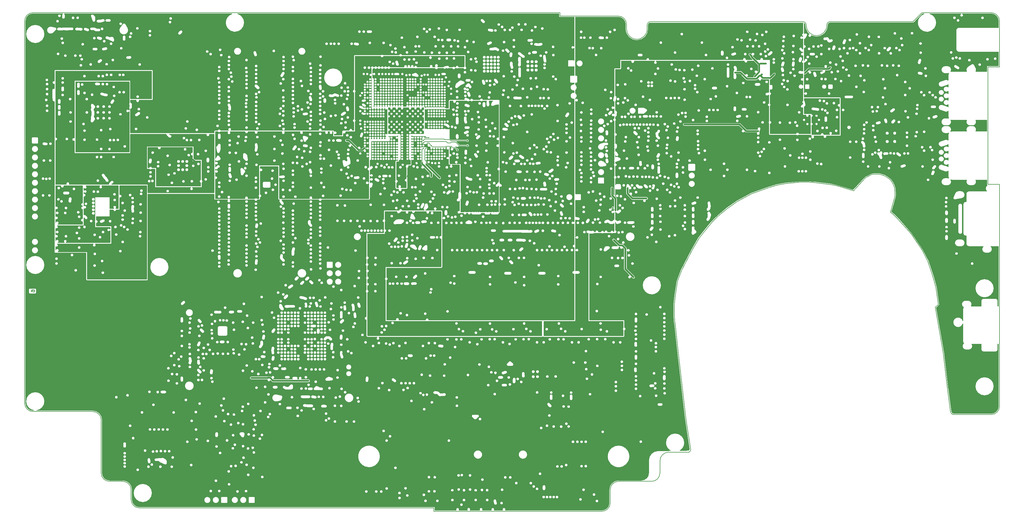
<source format=gbr>
*
G04 Job   : D:\PD-Master\Mas\Mas100n1 ACB_0001_0\Mas100n1 PPC_PORTABILE R_0.pcb*
G04 User  : SHINA:Administrator*
G04 Layer : 9-Internal8.gbr*
G04 Date  : Thu Feb 04 15:45:04 2021*
G04 RSM MASTER DESIGN srl*
%ICAS*%
%MOMM*%
%FSLAX24Y24*%
%OFA0.0000B0.0000*%
G90*
G74*
%ADD10C,0.15000*%
%ADD13C,0.35000*%
%ADD11C,0.50000*%
%ADD12C,0.50800*%
%ADD14C,1.27000*%
%ADD15C,1.52400*%
G01*
G36*
X2500Y1475000D02*
G02X4695Y1484693I22500D01*
G01Y741000*
G03X13422Y720989I27305*
G01X13423Y656751*
G03X14923Y655251I1500*
G01X32447*
G03X33947Y656751J1500*
G01Y668249*
G03X32447Y669749I1500*
G01X14923*
G03X13423Y668249J1500*
G01Y720989*
G03X32000Y713695I18577J20011*
X59305Y741000J27305*
X32000Y768305I27305*
X4695Y741000J27305*
G01Y1436000*
G03X21880Y1410640I27305*
G01Y785300*
G03X31000Y776180I9120*
X40120Y785300J9120*
X31000Y794420I9120*
X21880Y785300J9120*
G01Y810700*
G03X31000Y801580I9120*
X40120Y810700J9120*
X31000Y819820I9120*
X21880Y810700J9120*
G01Y886900*
G03X31000Y877780I9120*
X40120Y886900J9120*
X31000Y896020I9120*
X21880Y886900J9120*
G01Y912300*
G03X31000Y903180I9120*
X40120Y912300J9120*
X31000Y921420I9120*
X21880Y912300J9120*
G01Y937700*
G03X31000Y928580I9120*
X40120Y937700J9120*
X31000Y946820I9120*
X21880Y937700J9120*
G01Y963100*
G03X31000Y953980I9120*
X40120Y963100J9120*
X31000Y972220I9120*
X21880Y963100J9120*
G01Y988500*
G03X31000Y979380I9120*
X40120Y988500J9120*
X31000Y997620I9120*
X21880Y988500J9120*
G01Y1013900*
G03X31000Y1004780I9120*
X40120Y1013900J9120*
X31000Y1023020I9120*
X21880Y1013900J9120*
G01Y1039300*
G03X31000Y1030180I9120*
X40120Y1039300J9120*
X31000Y1048420I9120*
X21880Y1039300J9120*
G01Y1064700*
G03X31000Y1055580I9120*
X40120Y1064700J9120*
X31000Y1073820I9120*
X21880Y1064700J9120*
G01Y1090100*
G03X31000Y1080980I9120*
X40120Y1090100J9120*
X31000Y1099220I9120*
X21880Y1090100J9120*
G01Y1107880*
G03X23380Y1106380I1500*
G01X38620*
G03X40120Y1107880J1500*
G01Y1123120*
G03X38620Y1124620I1500*
G01X23380*
G03X21880Y1123120J1500*
G01Y1410640*
G03X32000Y1408695I10120J25360*
X51360Y1416745J27305*
G01Y950200*
G03X55400Y946160I4040*
X59440Y950200J4040*
X55400Y954240I4040*
X51360Y950200J4040*
G01Y1000800*
G03X55400Y996760I4040*
X59440Y1000800J4040*
X55400Y1004840I4040*
X51360Y1000800J4040*
G01Y1416745*
G03X53860Y1419638I19360J19255*
G01Y1055200*
G03X57900Y1051160I4040*
X61060Y1052683J4040*
G01Y1000000*
G03X65100Y995960I4040*
X69140Y1000000J4040*
X65100Y1004040I4040*
X61060Y1000000J4040*
G01Y1052683*
G03X61940Y1055200I3160J2517*
X57900Y1059240I4040*
X53860Y1055200J4040*
G01Y1105800*
G03X57471Y1101783I4040*
G02X57487Y1101781I79J746*
G01X64509Y1100990*
G02X64524Y1100988I73J747*
G03X65000Y1100960I476J4012*
X69040Y1105000J4040*
X65429Y1109017I4040*
G02X65413Y1109019I79J746*
G01X58391Y1109810*
G02X58376Y1109812I73J747*
G03X57900Y1109840I476J4012*
X53860Y1105800J4040*
G01Y1419638*
G03X59305Y1436000I21860J16362*
X32000Y1463305I27305*
X4695Y1436000J27305*
G01Y1484693*
G02X25000Y1497500I20305J9693*
G01X60960*
Y1237600*
G03X63360Y1233908I4040*
G01Y1205100*
G03X67400Y1201060I4040*
X70460Y1202462J4040*
G01Y950200*
G03X74500Y946160I4040*
X78540Y950200J4040*
X74500Y954240I4040*
X70460Y950200J4040*
G01Y1202462*
G03X71060Y1203389I3060J2638*
G01Y1000800*
G03X75100Y996760I4040*
X79140Y1000800J4040*
X75100Y1004840I4040*
X71060Y1000800J4040*
G01Y1203389*
G03X71440Y1205100I3660J1711*
X67400Y1209140I4040*
X63360Y1205100J4040*
G01Y1220100*
G03X67400Y1216060I4040*
X71440Y1220100J4040*
X67400Y1224140I4040*
X63360Y1220100J4040*
G01Y1233908*
G03X65000Y1233560I1640J3692*
X69040Y1237600J4040*
X65000Y1241640I4040*
X60960Y1237600J4040*
G01Y1497500*
X62660*
Y1297700*
G03X63360Y1295427I4040*
G01Y1255100*
G03X67400Y1251060I4040*
X71440Y1255100J4040*
X67400Y1259140I4040*
X63360Y1255100J4040*
G01Y1270100*
G03X67400Y1266060I4040*
X71440Y1270100J4040*
X67400Y1274140I4040*
X63360Y1270100J4040*
G01Y1285100*
G03X67400Y1281060I4040*
X71440Y1285100J4040*
X67400Y1289140I4040*
X63360Y1285100J4040*
G01Y1295427*
G03X66700Y1293660I3340J2273*
X70740Y1297700J4040*
X66700Y1301740I4040*
X62660Y1297700J4040*
G01Y1497500*
X67500*
Y1447500*
G03X72960Y1438289I10500*
G01Y1055200*
G03X77000Y1051160I4040*
X81040Y1055200J4040*
X77000Y1059240I4040*
X72960Y1055200J4040*
G01Y1438289*
G03X73560Y1437985I5040J9211*
G01Y1105800*
G03X77600Y1101760I4040*
X81640Y1105800J4040*
X77600Y1109840I4040*
X73560Y1105800J4040*
G01Y1437985*
G03X78000Y1437000I4440J9515*
X83460Y1438531J10500*
G01Y1267000*
G03X83461Y1266919I4040*
G02Y1266903I759J16*
G01X83560Y1259993*
Y1259982*
Y1259972*
X83461Y1252090*
Y1252089*
G02Y1252075I750*
G03X83460Y1252000I4039J75*
X83461Y1251919I4040*
G02Y1251903I759J16*
G01X83560Y1244981*
G02Y1244966I750J22*
G03X83570Y1244715I4040J34*
G02X83571Y1244700I748J53*
G01X84066Y1237078*
G02X84067Y1237063I748J59*
G03X88100Y1233260I4033J237*
X89070Y1233378J4040*
G02X89250Y1233400I180J728*
X90000Y1232650J750*
G01Y1121497*
G02X89963Y1121263I750*
G01X89962Y1121262*
G03X89832Y1120759I3838J1262*
X89760Y1120000I3968J759*
X89832Y1119241I4040*
X89962Y1118738I3968J759*
G01X89963Y1118737*
G02X90000Y1118503I713J234*
G01Y982500*
G03X90192Y981538I2500*
G02X90250Y981250I692J288*
X90192Y980962I750*
G03X90000Y980000I2308J962*
G01Y862500*
G03X90192Y861538I2500*
G02X90250Y861250I692J288*
X90192Y860962I750*
G03X90000Y860000I2308J962*
G01Y807500*
G03X90192Y806538I2500*
G02X90250Y806250I692J288*
X90192Y805962I750*
G03X90000Y805000I2308J962*
G01Y780000*
G03X91760Y777612I2500*
G01Y745400*
G03X95800Y741360I4040*
X99840Y745400J4040*
X95800Y749440I4040*
X91760Y745400J4040*
G01Y760000*
G03X95800Y755960I4040*
X99840Y760000J4040*
X95800Y764040I4040*
X91760Y760000J4040*
G01Y777612*
G03X92500Y777500I740J2388*
G01X138260*
Y770800*
G03X142300Y766760I4040*
X146340Y770800J4040*
X142300Y774840I4040*
X138260Y770800J4040*
G01Y777500*
X149460*
Y725000*
G03X153500Y720960I4040*
X157540Y725000J4040*
X153500Y729040I4040*
X149460Y725000J4040*
G01Y777500*
X184250*
G02X185000Y776750J750*
G01Y697500*
G03X187500Y695000I2500*
G01X271560*
Y343200*
G03X275600Y339160I4040*
X279640Y343200J4040*
X275600Y347240I4040*
X271560Y343200J4040*
G01Y695000*
X296560*
Y203800*
Y203772*
G02Y203761I750*
G01Y195439*
G02Y195428I750J11*
G01Y195400*
G03X296660Y194507I4040*
G01Y134600*
G03X300700Y130560I4040*
X304740Y134600J4040*
X300700Y138640I4040*
X296660Y134600J4040*
G01Y144600*
G03X300700Y140560I4040*
X304740Y144600J4040*
X300700Y148640I4040*
X296660Y144600J4040*
G01Y154600*
G03X300700Y150560I4040*
X304740Y154600J4040*
X300700Y158640I4040*
X296660Y154600J4040*
G01Y164600*
G03X300700Y160560I4040*
X304740Y164600J4040*
X300700Y168640I4040*
X296660Y164600J4040*
G01Y174600*
G03X300700Y170560I4040*
X304740Y174600J4040*
X300700Y178640I4040*
X296660Y174600J4040*
G01Y194507*
G03X300600Y191360I3940J893*
X304640Y195400J4040*
G01Y195428*
G02Y195439I750*
G01Y203761*
G02Y203772I750J11*
G01Y203800*
G03X300600Y207840I4040*
X296560Y203800J4040*
G01Y695000*
X305260*
Y348900*
G03X309300Y344860I4040*
X313060Y347422J4040*
G01Y257300*
G03X317100Y253260I4040*
X321140Y257300J4040*
X317100Y261340I4040*
X313060Y257300J4040*
G01Y347422*
G03X313340Y348900I3760J1478*
X309300Y352940I4040*
X305260Y348900J4040*
G01Y695000*
X322160*
Y220000*
G03X326200Y215960I4040*
X327695Y216247J4040*
G01Y55000*
G03X355000Y27695I27305*
X382305Y55000J27305*
X355000Y82305I27305*
X327695Y55000J27305*
G01Y216247*
G03X330240Y220000I1495J3753*
X326200Y224040I4040*
X322160Y220000J4040*
G01Y695000*
X335860*
Y124800*
G03X339900Y120760I4040*
X343940Y124800J4040*
X339900Y128840I4040*
X335860Y124800J4040*
G01Y695000*
X348660*
Y297400*
G03X352700Y293360I4040*
X356740Y297400J4040*
X352700Y301440I4040*
X348660Y297400J4040*
G01Y695000*
X357960*
Y182500*
G03X362000Y178460I4040*
X366040Y182500J4040*
X362000Y186540I4040*
X357960Y182500J4040*
G01Y695000*
X367500*
G03X368060Y695064J2500*
G01Y134000*
G03X372100Y129960I4040*
X376140Y134000J4040*
X372100Y138040I4040*
X368060Y134000J4040*
G01Y695064*
G03X369360Y695830I560J2436*
G01Y155800*
G03X369398Y155250I4040*
G02X369399Y155235I743J102*
G01X370390Y147711*
G02X370392Y147696I743J109*
G03X374400Y144160I4008J504*
X378160Y146722J4040*
G01Y140400*
G03X382200Y136360I4040*
X386240Y140400J4040*
X382200Y144440I4040*
X378160Y140400J4040*
G01Y146722*
G03X378440Y148200I3760J1478*
X378402Y148750I4040*
G02X378401Y148765I743J102*
G01X377410Y156289*
G02X377408Y156304I743J109*
G03X373400Y159840I4008J504*
X369360Y155800J4040*
G01Y695830*
G03X370000Y697500I1860J1670*
G01Y954250*
G02X370750Y955000I750*
G01X370960*
Y359400*
G03X372660Y356107I4040*
G01Y246200*
G03X376700Y242160I4040*
X380740Y246200J4040*
X376700Y250240I4040*
X372660Y246200J4040*
G01Y356107*
G03X375000Y355360I2340J3293*
X379040Y359400J4040*
X375000Y363440I4040*
X370960Y359400J4040*
G01Y955000*
X377695*
Y735000*
G03X381760Y720666I27305*
G01Y179600*
G03X385800Y175560I4040*
X389840Y179600J4040*
X385800Y183640I4040*
X381760Y179600J4040*
G01Y720666*
G03X383160Y718612I23240J14334*
G01Y320400*
G03X385660Y316665I4040*
G01Y246100*
G03X389700Y242060I4040*
X390360Y242114J4040*
G01Y155000*
G03X394400Y150960I4040*
X394685Y150970J4040*
G02X394699Y150971I53J748*
G01X402009Y151448*
G02X402058Y151449I49J749*
X402527Y151285J750*
G01X403960Y150138*
Y134000*
G03X408000Y129960I4040*
X412040Y134000J4040*
X408000Y138040I4040*
X403960Y134000J4040*
G01Y150138*
X407046Y147669*
G02X407058Y147660I460J592*
G03X408001Y147090I2542J3140*
G02X408016Y147083I297J689*
G01X421644Y141115*
G02X421658Y141109I291J692*
G03X423300Y140760I1642J3691*
X427340Y144800J4040*
X427327Y145120I4040*
G02X427326Y145134I748J59*
G01X426832Y151856*
G02X426831Y151872I747J66*
G03X425089Y154929I4031J272*
G02X425076Y154938I424J618*
G01X418238Y159695*
G02X418226Y159703I419J622*
G03X415900Y160440I2326J3303*
X415615Y160430J4040*
G02X415600Y160429I53J748*
G01X403377Y159634*
G02X403362Y159633I59J748*
G03X403315Y159630I237J4033*
G02X403301Y159629I53J748*
G01X394176Y159034*
G02X394161Y159033I60J748*
G03X390360Y155000I239J4033*
G01Y242114*
G03X392960Y243714I660J3986*
G01Y180400*
G03X397000Y176360I4040*
X401040Y180400J4040*
X397000Y184440I4040*
X392960Y180400J4040*
G01Y243714*
G03X393740Y246100I3260J2386*
X389700Y250140I4040*
X385660Y246100J4040*
G01Y316665*
G03X387200Y316360I1540J3735*
X391240Y320400J4040*
X387200Y324440I4040*
X383160Y320400J4040*
G01Y718612*
G03X395960Y709235I21840J16388*
G01Y358700*
G03X398960Y354796I4040*
G01Y246200*
G03X403000Y242160I4040*
X405460Y242995J4040*
G01Y181100*
G03X409500Y177060I4040*
X413540Y181100J4040*
X409500Y185140I4040*
X405460Y181100J4040*
G01Y242995*
G03X407040Y246200I2460J3205*
X403000Y250240I4040*
X398960Y246200J4040*
G01Y354796*
G03X400000Y354660I1040J3904*
X404040Y358700J4040*
X400000Y362740I4040*
X395960Y358700J4040*
G01Y709235*
G03X405000Y707695I9040J25765*
X408460Y707915J27305*
G01Y358900*
G03X411760Y354928I4040*
G01Y246100*
G03X415800Y242060I4040*
X417960Y242686J4040*
G01Y180700*
G03X422000Y176660I4040*
X426040Y180700J4040*
X422000Y184740I4040*
X417960Y180700J4040*
G01Y242686*
G03X419840Y246100I2160J3414*
X415800Y250140I4040*
X411760Y246100J4040*
G01Y354928*
G03X412479Y354860I740J3972*
G02X412495I4J750*
G01X421415Y354761*
G02X421418I3J750*
X421431J750*
G03X421500Y354760I69J4039*
X425160Y357089J4040*
G01Y246200*
G03X429200Y242160I4040*
X430460Y242362J4040*
G01Y180600*
G03X434500Y176560I4040*
X438060Y178690J4040*
G01Y134000*
G03X442100Y129960I4040*
X446140Y134000J4040*
X442100Y138040I4040*
X438060Y134000J4040*
G01Y178690*
G03X438540Y180600I3560J1910*
X434500Y184640I4040*
X430460Y180600J4040*
G01Y242362*
G03X433240Y246200I1260J3838*
X429200Y250240I4040*
X425160Y246200J4040*
G01Y357089*
G03X425540Y358800I3660J1711*
X421521Y362840I4040*
G02X421505I4J750*
G01X412585Y362939*
G02X412582I3J750*
X412569J750*
G03X412500Y362940I69J4039*
X408460Y358900J4040*
G01Y707915*
G03X428060Y720378I3460J27085*
G01Y430300*
G03X428260Y429045I4040*
G01Y392800*
G03X432300Y388760I4040*
X436340Y392800J4040*
X432300Y396840I4040*
X428260Y392800J4040*
G01Y429045*
G03X432100Y426260I3840J1255*
X436140Y430300J4040*
X432100Y434340I4040*
X428060Y430300J4040*
G01Y720378*
G03X432305Y735000I23060J14622*
X405000Y762305I27305*
X377695Y735000J27305*
G01Y955000*
X436560*
Y467500*
G03X439160Y463725I4040*
G01Y412900*
G03X440960Y409538I4040*
G01Y161900*
G03X445000Y157860I4040*
X449040Y161900J4040*
X445000Y165940I4040*
X440960Y161900J4040*
G01Y409538*
G03X443200Y408860I2240J3362*
X443760Y408899J4040*
G01Y297200*
G03X447800Y293160I4040*
X451840Y297200J4040*
X447800Y301240I4040*
X443760Y297200J4040*
G01Y408899*
G03X447240Y412900I560J4001*
X443200Y416940I4040*
X439160Y412900J4040*
G01Y463725*
G03X440600Y463460I1440J3775*
X444640Y467500J4040*
X440600Y471540I4040*
X436560Y467500J4040*
G01Y955000*
X445760*
Y439600*
G03X449800Y435560I4040*
X453460Y437889J4040*
G01Y412100*
G03X453560Y411207I4040*
G01Y384800*
G03X457600Y380760I4040*
X461640Y384800J4040*
X457600Y388840I4040*
X453560Y384800J4040*
G01Y411207*
G03X457500Y408060I3940J893*
X461540Y412100J4040*
X457500Y416140I4040*
X453460Y412100J4040*
G01Y437889*
G03X453840Y439600I3660J1711*
X449800Y443640I4040*
X445760Y439600J4040*
G01Y475800*
G03X449800Y471760I4040*
X453840Y475800J4040*
X449800Y479840I4040*
X445760Y475800J4040*
G01Y955000*
X458760*
Y457100*
G03X460760Y453613I4040*
G01Y436400*
G03X464800Y432360I4040*
X468360Y434490J4040*
G01Y401600*
G03X468362Y401475I4040*
G02Y401460I750J24*
G01X468560Y393635*
G02X468561Y393620I749J30*
G03X472600Y389660I4039J80*
X476640Y393700J4040*
X476638Y393825I4040*
G02Y393840I750J24*
G01X476440Y401665*
G02X476439Y401680I749J30*
G03X472400Y405640I4039J80*
X468360Y401600J4040*
G01Y434490*
G03X468840Y436400I3560J1910*
X464800Y440440I4040*
X460760Y436400J4040*
G01Y453613*
G03X462800Y453060I2040J3487*
X466840Y457100J4040*
X462800Y461140I4040*
X458760Y457100J4040*
G01Y955000*
X466560*
Y465400*
G03X470600Y461360I4040*
X474640Y465400J4040*
X470600Y469440I4040*
X466560Y465400J4040*
G01Y955000*
X468360*
Y497500*
G03X472400Y493460I4040*
X476440Y497500J4040*
X472400Y501540I4040*
X468360Y497500J4040*
G01Y527500*
G03X472400Y523460I4040*
X476440Y527500J4040*
X472400Y531540I4040*
X468360Y527500J4040*
G01Y542500*
G03X472400Y538460I4040*
X476440Y542500J4040*
X472400Y546540I4040*
X468360Y542500J4040*
G01Y571700*
G03X472400Y567660I4040*
X476440Y571675J4040*
G02Y571690I750J5*
G01X476539Y579914*
G02Y579927I754*
G03X476540Y580000I4039J73*
X472500Y584040I4040*
X468460Y580025J4040*
G02Y580010I750J5*
G01X468361Y571786*
G02Y571773I754*
G03X468360Y571700I4039J73*
G01Y955000*
X469560*
Y624400*
G03X473600Y620360I4040*
X476473Y621560J4040*
G02X476484Y621571I534J527*
G01X480560Y625647*
Y335000*
G03X484600Y330960I4040*
X484960Y330976J4040*
G01Y209200*
G03X489000Y205160I4040*
X493040Y209200J4040*
X489000Y213240I4040*
X484960Y209200J4040*
G01Y330976*
G03X488640Y335000I360J4024*
X484600Y339040I4040*
X480560Y335000J4040*
G01Y625647*
X481229Y626316*
G02X481240Y626327I538J523*
G03X482000Y627367I2840J2873*
G01Y377540*
G03X495000Y364540I13000*
X496660Y364646J13000*
G01Y139100*
G03X500700Y135060I4040*
X504740Y139100J4040*
X500700Y143140I4040*
X496660Y139100J4040*
G01Y364646*
G03X497960Y364881I1660J12894*
G01Y272100*
G03X502000Y268060I4040*
X506040Y272100J4040*
X502000Y276140I4040*
X497960Y272100J4040*
G01Y364881*
G03X508000Y377540I2960J12659*
X495000Y390540I13000*
X482000Y377540J13000*
G01Y627367*
G03X482440Y629200I3600J1833*
X478400Y633240I4040*
X475527Y632040J4040*
G02X475516Y632029I534J527*
G01X470771Y627284*
G02X470760Y627273I538J523*
G03X469560Y624400I2840J2873*
G01Y955000*
X484500*
Y597500*
G03X491560Y587579I10500*
G01Y492800*
G03X492560Y490139I4040*
G01Y434200*
G03X496600Y430160I4040*
X500640Y434200J4040*
X496600Y438240I4040*
X492560Y434200J4040*
G01Y460200*
G03X492663Y459295I4040*
G02X492666Y459279I731J168*
G01X494119Y452783*
G02X494137Y452619I732J164*
X494118Y452450I750*
G01X492773Y446651*
G02X492770Y446636I733J158*
G03X492660Y445700I3930J936*
X496700Y441660I4040*
X500740Y445700J4040*
G02X500766Y445896I750*
G01X502206Y451568*
G02X502210Y451583I730J174*
G03X502340Y452600I3910J1017*
X502237Y453505I4040*
G02X502234Y453521I731J168*
G01X500551Y461043*
G02X500548Y461058I730J174*
G03X496600Y464240I3948J858*
X492560Y460200J4040*
G01Y473200*
G03X496600Y469160I4040*
X500640Y473200J4040*
X496600Y477240I4040*
X492560Y473200J4040*
G01Y490139*
G03X495600Y488760I3040J2661*
X499640Y492800J4040*
X495600Y496840I4040*
X491560Y492800J4040*
G01Y502500*
G03X495600Y498460I4040*
X499640Y502500J4040*
X495600Y506540I4040*
X491560Y502500J4040*
G01Y537500*
G03X495600Y533460I4040*
X499640Y537500J4040*
X495600Y541540I4040*
X491560Y537500J4040*
G01Y587580*
G03X491660Y587545I3441J9920*
G01Y567500*
G03X493460Y564138I4040*
G01Y550000*
G03X497500Y545960I4040*
X501540Y550000J4040*
X497500Y554040I4040*
X493460Y550000J4040*
G01Y564138*
G03X495700Y563460I2240J3362*
X499740Y567500J4040*
X495700Y571540I4040*
X491660Y567500J4040*
G01Y587545*
G03X494160Y587034I3340J9955*
G01Y580000*
G03X498200Y575960I4040*
X502240Y580000J4040*
X498200Y584040I4040*
X494160Y580000J4040*
G01Y587034*
G03X495000Y587000I840J10466*
X505500Y597500J10500*
X495000Y608000I10500*
X484500Y597500J10500*
G01Y955000*
X510460*
Y298500*
G03X511060Y296382I4040*
G01Y245900*
G03X512860Y242538I4040*
G01Y216300*
G03X516900Y212260I4040*
X520940Y216300J4040*
X516900Y220340I4040*
X512860Y216300J4040*
G01Y242538*
G03X515100Y241860I2240J3362*
X519140Y245900J4040*
X515100Y249940I4040*
X511060Y245900J4040*
G01Y296382*
G03X514500Y294460I3440J2118*
X518540Y298500J4040*
X514500Y302540I4040*
X510460Y298500J4040*
G01Y955000*
X518060*
Y395000*
G03X521960Y390962I4040*
G01Y324000*
G03X526000Y319960I4040*
X530040Y324000J4040*
X526000Y328040I4040*
X521960Y324000J4040*
G01Y390962*
G03X522100Y390960I140J4038*
X526140Y395000J4040*
X522100Y399040I4040*
X518060Y395000J4040*
G01Y410000*
G03X522100Y405960I4040*
X526140Y410000J4040*
X522100Y414040I4040*
X518060Y410000J4040*
G01Y425000*
G03X519098Y422296I4040*
G02X519108Y422285I557J502*
G01X524758Y415941*
G02X524768Y415930I553J507*
G03X527800Y414560I3032J2670*
X528960Y414730J4040*
G01Y395200*
G03X533000Y391160I4040*
X537040Y395200J4040*
X533000Y399240I4040*
X528960Y395200J4040*
G01Y414730*
G03X531840Y418600I1160J3870*
X530802Y421304I4040*
G02X530792Y421315I557J502*
G01X525142Y427659*
G02X525132Y427670I553J507*
G03X522100Y429040I3032J2670*
X518060Y425000J4040*
G01Y485000*
G03X518560Y483053I4040*
G01Y452400*
G03X518567Y452169I4040*
G02Y452153I750J43*
G01X518963Y444430*
G02X518964Y444416I748J48*
G03X523000Y440560I4036J184*
X523760Y440632J4040*
G01Y434200*
G03X527800Y430160I4040*
X531840Y434200J4040*
X527800Y438240I4040*
X523760Y434200J4040*
G01Y440632*
G03X527040Y444600I760J3968*
X527033Y444831I4040*
G02Y444847I750J43*
G01X526637Y452570*
G02X526636Y452584I748J48*
G03X522600Y456440I4036J184*
X518560Y452400J4040*
G01Y462800*
G03X522600Y458760I4040*
X526640Y462800J4040*
X522600Y466840I4040*
X518560Y462800J4040*
G01Y483053*
G03X522100Y480960I3540J1947*
X526140Y485000J4040*
X522100Y489040I4040*
X518060Y485000J4040*
G01Y500000*
G03X522100Y495960I4040*
X525804Y498386J4040*
G02X525810Y498400I687J299*
G01X528878Y505329*
G02X528884Y505342I690J294*
G03X529240Y507000I3684J1658*
X525200Y511040I4040*
X521496Y508614J4040*
G02X521490Y508600I687J299*
G01X518422Y501671*
G02X518416Y501658I690J294*
G03X518060Y500000I3684J1658*
G01Y955000*
X518560*
Y556400*
G03X521160Y552625I4040*
G01Y527800*
G03X525200Y523760I4040*
X529240Y527800J4040*
X525200Y531840I4040*
X521160Y527800J4040*
G01Y552625*
G03X522600Y552360I1440J3775*
X526360Y554922J4040*
G01Y546000*
G03X527560Y543127I4040*
G02X527571Y543116I527J534*
G01X531560Y539127*
Y473200*
G03X534160Y469425I4040*
G01Y423800*
G03X538200Y419760I4040*
X540080Y420224J4040*
G01Y34000*
G03X549200Y24880I9120*
X558320Y34000J9120*
X549200Y43120I9120*
X540080Y34000J9120*
G01Y420224*
G03X542240Y423800I1880J3576*
X538200Y427840I4040*
X534160Y423800J4040*
G01Y460200*
G03X538200Y456160I4040*
X542240Y460200J4040*
X538200Y464240I4040*
X534160Y460200J4040*
G01Y469425*
G03X535600Y469160I1440J3775*
X539640Y473200J4040*
X535600Y477240I4040*
X531560Y473200J4040*
G01Y539127*
X532716Y537971*
G02X532727Y537960I523J538*
G03X534160Y537025I2873J2840*
G01Y491400*
G03X538200Y487360I4040*
X541960Y489922J4040*
G01Y473200*
G03X546000Y469160I4040*
X546660Y469214J4040*
G01Y211800*
G03X550700Y207760I4040*
X554740Y211800J4040*
X550700Y215840I4040*
X546660Y211800J4040*
G01Y469214*
G03X550040Y473200I660J3986*
X546000Y477240I4040*
X541960Y473200J4040*
G01Y489922*
G03X542240Y491400I3760J1478*
X538200Y495440I4040*
X534160Y491400J4040*
G01Y537025*
G03X535600Y536760I1440J3775*
X539640Y540800J4040*
X538440Y543673I4040*
G02X538429Y543684I527J534*
G01X533284Y548829*
G02X533273Y548840I523J538*
G03X530400Y550040I2873J2840*
X526360Y546000J4040*
G01Y554922*
G03X526640Y556400I3760J1478*
X522600Y560440I4040*
X518560Y556400J4040*
G01Y955000*
X519760*
Y575000*
G03X520782Y572314I4040*
G02X520792Y572303I560J499*
G01X525143Y567359*
G02X525152Y567348I556J504*
G03X528200Y565960I3048J2652*
X528960Y566032J4040*
G01Y559000*
G03X533000Y554960I4040*
X537040Y559000J4040*
X533000Y563040I4040*
X528960Y559000J4040*
G01Y566032*
G03X532240Y570000I760J3968*
X531218Y572686I4040*
G02X531208Y572697I560J499*
G01X526857Y577641*
G02X526848Y577652I556J504*
G03X523800Y579040I3048J2652*
X519760Y575000J4040*
G01Y955000*
X547160*
Y501800*
G03X551200Y497760I4040*
X552060Y497853J4040*
G01Y485500*
G03X555360Y481528I4040*
G01Y60900*
G03X559400Y56860I4040*
X563440Y60900J4040*
X559400Y64940I4040*
X555360Y60900J4040*
G01Y481528*
G03X556100Y481460I740J3972*
X557060Y481576J4040*
G01Y415500*
G03X557560Y413553I4040*
G01Y400400*
G03X560160Y396625I4040*
G01Y390000*
G03X564200Y385960I4040*
X565480Y386168J4040*
G01Y34000*
G03X574600Y24880I9120*
X583720Y34000J9120*
X574600Y43120I9120*
X565480Y34000J9120*
G01Y386168*
G03X568240Y390000I1280J3832*
X564200Y394040I4040*
X560160Y390000J4040*
G01Y396625*
G03X561600Y396360I1440J3775*
X565640Y400400J4040*
X561600Y404440I4040*
X557560Y400400J4040*
G01Y413553*
G03X561100Y411460I3540J1947*
X565134Y415280J4040*
G02X565135Y415296I749J41*
G01X565630Y423516*
G02X565631Y423533I751J33*
G03X565640Y423800I4031J267*
X561600Y427840I4040*
X557566Y424020J4040*
G02X557565Y424004I749J41*
G01X557070Y415784*
G02X557069Y415767I751J33*
G03X557060Y415500I4031J267*
G01Y481576*
G03X560140Y485500I960J3924*
X556100Y489540I4040*
X552060Y485500J4040*
G01Y497853*
G03X555240Y501800I860J3947*
X551200Y505840I4040*
X547160Y501800J4040*
G01Y955000*
X557760*
Y591400*
G03X557960Y590145I4040*
G01Y545000*
G03X558760Y542587I4040*
G01Y535000*
G03X559660Y532458I4040*
G01Y520500*
G03X562260Y516725I4040*
G01Y473700*
G03X566300Y469660I4040*
X570340Y473700J4040*
X566300Y477740I4040*
X562260Y473700J4040*
G01Y516725*
G03X563700Y516460I1440J3775*
X567740Y520500J4040*
X563700Y524540I4040*
X559660Y520500J4040*
G01Y532458*
G03X562800Y530960I3140J2542*
X566840Y535000J4040*
X562800Y539040I4040*
X558760Y535000J4040*
G01Y542587*
G03X562000Y540960I3240J2413*
X566040Y545000J4040*
X562000Y549040I4040*
X557960Y545000J4040*
G01Y590145*
G03X559160Y588342I3840J1255*
G01Y563700*
G03X563200Y559660I4040*
X567240Y563700J4040*
X563200Y567740I4040*
X559160Y563700J4040*
G01Y588342*
G03X561800Y587360I2640J3058*
X565840Y591400J4040*
X561800Y595440I4040*
X557760Y591400J4040*
G01Y955000*
X560660*
Y784200*
G03X564700Y780160I4040*
X568060Y781957J4040*
G01Y571900*
G03X570360Y568254I4040*
G01Y285200*
G03X570960Y283082I4040*
G01Y92000*
G03X575000Y87960I4040*
X579040Y92000J4040*
X575000Y96040I4040*
X570960Y92000J4040*
G01Y283082*
G03X572660Y281554I3440J2118*
G01Y194900*
G03X576700Y190860I4040*
X580740Y194900J4040*
X576700Y198940I4040*
X572660Y194900J4040*
G01Y281554*
G03X572760Y281508I1740J3646*
G01Y226800*
G03X576800Y222760I4040*
X580833Y226555J4040*
G02X580834Y226571I748J45*
G01X580960Y228465*
Y60900*
G03X585000Y56860I4040*
X589040Y60900J4040*
X585000Y64940I4040*
X580960Y60900J4040*
G01Y228465*
X581329Y233994*
G02Y234008I749J40*
G03X581340Y234300I4029J292*
X577300Y238340I4040*
X573267Y234545J4040*
G02X573266Y234529I748J45*
G01X572771Y227106*
G02Y227092I749J40*
G03X572760Y226800I4029J292*
G01Y281508*
G03X574400Y281160I1640J3692*
X578440Y285200J4040*
X574400Y289240I4040*
X570360Y285200J4040*
G01Y568254*
G03X572100Y567860I1740J3646*
X574860Y568950J4040*
G01Y509000*
G03X576360Y505858I4040*
G01Y474600*
G03X580400Y470560I4040*
X583460Y471962J4040*
G01Y175400*
G03X587500Y171360I4040*
X590880Y173187J4040*
G01Y26380*
G03X592380Y24880I1500*
G01X607620*
G03X609120Y26380J1500*
G01Y41620*
G03X607620Y43120I1500*
G01X592380*
G03X590880Y41620J1500*
G01Y173187*
G03X591540Y175400I3380J2213*
X587500Y179440I4040*
X583460Y175400J4040*
G01Y471962*
G03X584440Y474600I3060J2638*
X580400Y478640I4040*
X576360Y474600J4040*
G01Y505858*
G03X578900Y504960I2540J3142*
X582940Y509000J4040*
X578900Y513040I4040*
X574860Y509000J4040*
G01Y568950*
G03X576140Y571900I2760J2950*
X572100Y575940I4040*
X568060Y571900J4040*
G01Y781957*
G03X568740Y784200I3360J2243*
X564700Y788240I4040*
X560660Y784200J4040*
G01Y955000*
X569060*
Y599200*
G03X573007Y595161I4040*
G02X573022I17J750*
G01X579945Y594963*
G02X579962Y594962I9J750*
G03X580100Y594960I138J4038*
X580233Y594962J4040*
G02X580249Y594963I25J749*
G01X580579Y594971*
Y552500*
Y552471*
G02Y552460I750*
G01Y542540*
G02Y542529I750J11*
G01Y542500*
Y542471*
G02Y542460I750*
G01Y532540*
G02Y532529I750J11*
G01Y532500*
G03X585000Y528079I4421*
X585025J4421*
G02X585029I4J750*
X585040J750*
G01X586160*
Y509600*
G03X587160Y506939I4040*
G01Y318300*
G03X591200Y314260I4040*
X591960Y314332J4040*
G01Y303500*
G03X596000Y299460I4040*
X596060J4040*
G01Y271300*
G03X600100Y267260I4040*
X604140Y271300J4040*
X600100Y275340I4040*
X596060Y271300J4040*
G01Y299460*
G03X600040Y303500I60J4040*
X596000Y307540I4040*
X591960Y303500J4040*
G01Y314332*
G03X595240Y318300I760J3968*
X591200Y322340I4040*
X587160Y318300J4040*
G01Y506939*
G03X590200Y505560I3040J2661*
X590282Y505561J4040*
G02X590296I15J750*
G01X592060Y505587*
Y473900*
G03X594460Y470208I4040*
G01Y338700*
G03X598500Y334660I4040*
X602540Y338700J4040*
X598500Y342740I4040*
X594460Y338700J4040*
G01Y470208*
G03X596100Y469860I1640J3692*
X600140Y473900J4040*
X596100Y477940I4040*
X592060Y473900J4040*
G01Y505587*
X597121Y505660*
G02X597136I21J750*
G03X601140Y509700I36J4040*
X597100Y513740I4040*
X597018Y513739J4040*
G02X597004I15J750*
G01X590179Y513640*
G02X590164I21J750*
G03X586160Y509600I36J4040*
G01Y528079*
X594960*
G02X594971I11J750*
X594975J750*
G03X595000I25J4421*
X595025J4421*
G02X595029I4J750*
X595040J750*
G01X604360*
Y213200*
G03X608400Y209160I4040*
X609260Y209253J4040*
G01Y120000*
G03X610460Y117127I4040*
G01Y81100*
G03X614500Y77060I4040*
X618540Y81100J4040*
X614500Y85140I4040*
X610460Y81100J4040*
G01Y117127*
G03X613300Y115960I2840J2873*
X617340Y120000J4040*
X613300Y124040I4040*
X609260Y120000J4040*
G01Y209253*
G03X612440Y213200I860J3947*
X608400Y217240I4040*
X604360Y213200J4040*
G01Y528079*
X604960*
G02X604971I11J750*
X604975J750*
G03X605000I25J4421*
X606360Y528293J4421*
G01Y509300*
G03X607060Y507027I4040*
G01Y473900*
G03X607460Y472147I4040*
G01Y292600*
G03X611500Y288560I4040*
X615540Y292600J4040*
X611500Y296640I4040*
X607460Y292600J4040*
G01Y472147*
G03X611100Y469860I3640J1753*
X615140Y473900J4040*
X611100Y477940I4040*
X607060Y473900J4040*
G01Y507027*
G03X610400Y505260I3340J2273*
X614440Y509300J4040*
X610400Y513340I4040*
X606360Y509300J4040*
G01Y528293*
G03X609421Y532500I1360J4207*
G01Y532529*
G02Y532540I750*
G01Y542460*
G02Y542471I750J11*
G01Y542500*
Y542529*
G02Y542540I750*
G01Y552460*
G02Y552471I750J11*
G01Y552500*
G03X605000Y556921I4421*
X604975J4421*
G02X604971I4J750*
X604960J750*
G01X595040*
G02X595029I11J750*
X595025J750*
G03X595000I25J4421*
X594975J4421*
G02X594971I4J750*
X594960J750*
G01X585040*
G02X585029I11J750*
X585025J750*
G03X585000I25J4421*
X580579Y552500J4421*
G01Y594971*
X583460Y595049*
Y574700*
G03X587500Y570660I4040*
X591540Y574700J4040*
X587500Y578740I4040*
X583460Y574700J4040*
G01Y595049*
X587571Y595160*
G02X587586Y595161I31J749*
G03X591540Y599200I86J4039*
X587500Y603240I4040*
X587367Y603238J4040*
G02X587351Y603237I25J749*
G01X580124Y603042*
G02X580104I20J750*
X580082J750*
G01X573255Y603237*
G02X573238Y603238I9J750*
G03X573100Y603240I138J4038*
X569060Y599200J4040*
G01Y955000*
X569250*
G02X570000Y954250J750*
G01Y940000*
G03X572500Y937500I2500*
G01X578360*
Y930800*
G03X580560Y927203I4040*
G01Y767700*
G03X580564Y767514I4040*
G02X580565Y767498I751J34*
G01X580860Y760119*
Y736700*
G03X584900Y732660I4040*
X588940Y736700J4040*
X584900Y740740I4040*
X580860Y736700J4040*
G01Y747700*
G03X584900Y743660I4040*
X588940Y747700J4040*
X584900Y751740I4040*
X580860Y747700J4040*
G01Y760119*
X580862Y760077*
G02Y760062I749J41*
G03X584900Y756160I4038J138*
X588940Y760200J4040*
X588936Y760386I4040*
G02X588935Y760402I751J34*
G01X588638Y767823*
G02Y767838I749J41*
G03X584600Y771740I4038J138*
X580560Y767700J4040*
G01Y927203*
G03X580860Y927065I1840J3597*
G01Y778600*
G03X584900Y774560I4040*
X588940Y778600J4040*
X584900Y782640I4040*
X580860Y778600J4040*
G01Y790500*
G03X584900Y786460I4040*
X588940Y790500J4040*
X584900Y794540I4040*
X580860Y790500J4040*
G01Y802500*
G03X584900Y798460I4040*
X588940Y802500J4040*
X584900Y806540I4040*
X580860Y802500J4040*
G01Y814500*
G03X584900Y810460I4040*
X588940Y814500J4040*
X584900Y818540I4040*
X580860Y814500J4040*
G01Y826500*
G03X584900Y822460I4040*
X588940Y826500J4040*
X584900Y830540I4040*
X580860Y826500J4040*
G01Y838500*
G03X584900Y834460I4040*
X588940Y838500J4040*
X584900Y842540I4040*
X580860Y838500J4040*
G01Y850500*
G03X584900Y846460I4040*
X588940Y850500J4040*
X584900Y854540I4040*
X580860Y850500J4040*
G01Y862500*
G03X584900Y858460I4040*
X588940Y862500J4040*
X584900Y866540I4040*
X580860Y862500J4040*
G01Y874500*
G03X584900Y870460I4040*
X588940Y874500J4040*
X584900Y878540I4040*
X580860Y874500J4040*
G01Y886500*
G03X584900Y882460I4040*
X588940Y886500J4040*
X584900Y890540I4040*
X580860Y886500J4040*
G01Y898700*
G03X584900Y894660I4040*
X588940Y898700J4040*
X584900Y902740I4040*
X580860Y898700J4040*
G01Y910700*
G03X584900Y906660I4040*
X588940Y910700J4040*
X584900Y914740I4040*
X580860Y910700J4040*
G01Y927065*
G03X582400Y926760I1540J3735*
X586440Y930800J4040*
X582400Y934840I4040*
X578360Y930800J4040*
G01Y937500*
X593460*
Y574600*
G03X597500Y570560I4040*
X601540Y574600J4040*
X597500Y578640I4040*
X593460Y574600J4040*
G01Y937500*
X598460*
Y612600*
G03X602500Y608560I4040*
X603460Y608676J4040*
G01Y573900*
G03X607500Y569860I4040*
X611540Y573900J4040*
X607500Y577940I4040*
X603460Y573900J4040*
G01Y608676*
G03X606540Y612600I960J3924*
X602500Y616640I4040*
X598460Y612600J4040*
G01Y937500*
X609060*
Y742500*
G03X613100Y738460I4040*
X613460Y738476J4040*
G01Y599300*
G03X616160Y595489I4040*
G01Y260800*
G03X616460Y259272I4040*
G01Y135600*
G03X620500Y131560I4040*
X622580Y132137J4040*
G01Y34000*
G03X631700Y24880I9120*
X640820Y34000J9120*
X631700Y43120I9120*
X622580Y34000J9120*
G01Y132137*
G03X624540Y135600I2080J3463*
X620500Y139640I4040*
X616460Y135600J4040*
G01Y259272*
G03X620200Y256760I3740J1528*
X621660Y257033J4040*
G01Y189500*
G03X625700Y185460I4040*
X629740Y189500J4040*
X625700Y193540I4040*
X621660Y189500J4040*
G01Y257033*
G03X622560Y257521I1460J3767*
G01Y228800*
G03X626600Y224760I4040*
X627760Y224930J4040*
G01Y200200*
G03X629960Y196603I4040*
G01Y136700*
G03X634000Y132660I4040*
X635660Y133017J4040*
G01Y59600*
G03X639700Y55560I4040*
X643740Y59600J4040*
X639700Y63640I4040*
X635660Y59600J4040*
G01Y133017*
G03X638040Y136700I1660J3683*
X634000Y140740I4040*
X629960Y136700J4040*
G01Y196603*
G03X631800Y196160I1840J3597*
X635840Y200200J4040*
X631800Y204240I4040*
X627760Y200200J4040*
G01Y224930*
G03X630640Y228800I1160J3870*
X626600Y232840I4040*
X622560Y228800J4040*
G01Y257521*
G03X624240Y260800I2360J3279*
X620200Y264840I4040*
X616160Y260800J4040*
G01Y595489*
G03X617500Y595260I1340J3811*
X617623Y595262J4040*
G02X617639I23J750*
G01X622660Y595386*
Y567700*
G03X623260Y565582I4040*
G01Y486500*
G03X624360Y483729I4040*
G01Y475400*
G03X624960Y473282I4040*
G01Y291000*
G03X629000Y286960I4040*
X633040Y291000J4040*
X629000Y295040I4040*
X624960Y291000J4040*
G01Y473282*
G03X628400Y471360I3440J2118*
X632440Y475400J4040*
X628400Y479440I4040*
X624360Y475400J4040*
G01Y483729*
G03X627300Y482460I2940J2771*
X631340Y486500J4040*
X627300Y490540I4040*
X623260Y486500J4040*
G01Y565582*
G03X625160Y563965I3440J2118*
G01Y546000*
G03X629200Y541960I4040*
X633240Y546000J4040*
X629200Y550040I4040*
X625160Y546000J4040*
G01Y563965*
G03X626700Y563660I1540J3735*
X630740Y567700J4040*
X626700Y571740I4040*
X622660Y567700J4040*
G01Y595386*
X625662Y595460*
G02X625677Y595461I29J749*
G03X629640Y599500I77J4039*
X625600Y603540I4040*
X625477Y603538J4040*
G02X625461I23J750*
G01X617438Y603340*
G02X617423Y603339I29J749*
G03X613460Y599300I77J4039*
G01Y738476*
G03X617140Y742500I360J4024*
X613100Y746540I4040*
X609060Y742500J4040*
G01Y754500*
G03X613100Y750460I4040*
X617140Y754500J4040*
X613100Y758540I4040*
X609060Y754500J4040*
G01Y937500*
X609160*
Y904100*
G03X609560Y902347I4040*
G01Y772500*
G03X613600Y768460I4040*
X617640Y772500J4040*
X613600Y776540I4040*
X609560Y772500J4040*
G01Y785200*
G03X613600Y781160I4040*
X617640Y785200J4040*
X613600Y789240I4040*
X609560Y785200J4040*
G01Y902347*
G03X609760Y901982I3640J1753*
G01Y796500*
G03X613800Y792460I4040*
X617840Y796500J4040*
X613800Y800540I4040*
X609760Y796500J4040*
G01Y808500*
G03X613800Y804460I4040*
X617840Y808500J4040*
X613800Y812540I4040*
X609760Y808500J4040*
G01Y820500*
G03X613800Y816460I4040*
X617840Y820500J4040*
X613800Y824540I4040*
X609760Y820500J4040*
G01Y832500*
G03X613800Y828460I4040*
X617840Y832500J4040*
X613800Y836540I4040*
X609760Y832500J4040*
G01Y844500*
G03X613800Y840460I4040*
X617840Y844500J4040*
X613800Y848540I4040*
X609760Y844500J4040*
G01Y856500*
G03X613800Y852460I4040*
X617840Y856500J4040*
X613800Y860540I4040*
X609760Y856500J4040*
G01Y868500*
G03X613800Y864460I4040*
X617840Y868500J4040*
X613800Y872540I4040*
X609760Y868500J4040*
G01Y880500*
G03X613800Y876460I4040*
X617840Y880500J4040*
X613800Y884540I4040*
X609760Y880500J4040*
G01Y892500*
G03X613800Y888460I4040*
X617840Y892500J4040*
X613800Y896540I4040*
X609760Y892500J4040*
G01Y901982*
G03X613200Y900060I3440J2118*
X617240Y904100J4040*
X613200Y908140I4040*
X609160Y904100J4040*
G01Y937500*
X610176*
G02X610926Y936750J750*
X610712Y936225I750*
G03X609560Y933400I2888J2825*
X609855Y931885I4040*
G01Y921178*
G03X609856Y921094I4040*
G02Y921079I750J15*
G01X609955Y914455*
G02Y914440I750J22*
G03X613995Y910438I4040J38*
X618035Y914478J4040*
X618034Y914561I4040*
G02Y914576I750J16*
G01X617935Y921200*
G02Y921215I750J22*
G03X613895Y925217I4040J38*
X609855Y921178J4040*
G01Y931885*
G03X613600Y929360I3745J1515*
X617640Y933400J4040*
X616488Y936225I4040*
G02X616274Y936750I536J525*
X617024Y937500I750*
G01X627000*
Y716000*
G03X638160Y703131I13000*
G01Y265200*
G03X642200Y261160I4040*
X645760Y263290J4040*
G01Y233300*
G03X646707Y230701I4040*
G02X646717Y230689I574J483*
G01X647460Y229795*
Y147200*
G03X647980Y145217I4040*
G01Y34000*
G03X657100Y24880I9120*
X666220Y34000J9120*
X657100Y43120I9120*
X647980Y34000J9120*
G01Y145217*
G03X651500Y143160I3520J1983*
X655540Y147200J4040*
X651500Y151240I4040*
X647460Y147200J4040*
G01Y229795*
X652560Y223657*
Y195800*
G03X653760Y192927I4040*
G01Y161200*
G03X657800Y157160I4040*
X661560Y159722J4040*
G01Y60700*
G03X665600Y56660I4040*
X669640Y60700J4040*
X665600Y64740I4040*
X661560Y60700J4040*
G01Y159722*
G03X661840Y161200I3760J1478*
X657800Y165240I4040*
X653760Y161200J4040*
G01Y192927*
G03X656600Y191760I2840J2873*
X660640Y195800J4040*
X656600Y199840I4040*
X652560Y195800J4040*
G01Y223657*
X652569Y223647*
G02X652578Y223635I570J488*
G03X655700Y222160I3122J2565*
X659707Y225683J4040*
G02X659709Y225698I744J96*
G01X660698Y233020*
G02X660700Y233035I745J90*
G03X660740Y233600I4000J565*
X656700Y237640I4040*
X656501Y237635J4040*
G02X656485Y237634I37J749*
G01X649662Y237338*
G02X649647Y237337I43J749*
G03X645760Y233300I153J4037*
G01Y263290*
G03X646240Y265200I3560J1910*
X642200Y269240I4040*
X638160Y265200J4040*
G01Y703131*
G03X638360Y703104I1840J12869*
G01Y601300*
G03X640660Y597654I4040*
G01Y471500*
G03X644700Y467460I4040*
X648740Y471500J4040*
X644700Y475540I4040*
X640660Y471500J4040*
G01Y597654*
G03X642400Y597260I1740J3646*
X642478Y597261J4040*
G02X642492I14J750*
G01X642494*
X647760Y597331*
Y503300*
G03X649460Y500007I4040*
G01Y301900*
G03X652360Y298024I4040*
G01Y261600*
G03X656400Y257560I4040*
X660440Y261600J4040*
X656400Y265640I4040*
X652360Y261600J4040*
G01Y298024*
G03X653500Y297860I1140J3876*
X657540Y301900J4040*
X653500Y305940I4040*
X649460Y301900J4040*
G01Y500007*
G03X651660Y499262I2340J3293*
G01Y314600*
G03X655700Y310560I4040*
X659740Y314600J4040*
X655700Y318640I4040*
X651660Y314600J4040*
G01Y499262*
G03X651800Y499260I140J4038*
X652160Y499276J4040*
G01Y423000*
G03X656200Y418960I4040*
X660240Y423000J4040*
X656200Y427040I4040*
X652160Y423000J4040*
G01Y499276*
G03X655840Y503300I360J4024*
X651800Y507340I4040*
X647760Y503300J4040*
G01Y597331*
X649915Y597360*
G02X649930I21J750*
G03X651560Y597717I30J4040*
G01Y570000*
G03X655600Y565960I4040*
X656760Y566130J4040*
G01Y487100*
G03X660800Y483060I4040*
X663060Y483751J4040*
G01Y139900*
G03X667100Y135860I4040*
X668060Y135976J4040*
G01Y109800*
G03X672100Y105760I4040*
X673380Y105968J4040*
G01Y26380*
G03X674880Y24880I1500*
G01X690120*
G03X691620Y26380J1500*
G01Y41620*
G03X690120Y43120I1500*
G01X674880*
G03X673380Y41620J1500*
G01Y105968*
G03X676140Y109800I1280J3832*
X672100Y113840I4040*
X668060Y109800J4040*
G01Y135976*
G03X671140Y139900I960J3924*
X667100Y143940I4040*
X663060Y139900J4040*
G01Y483751*
G03X663460Y484059I2260J3349*
G01Y438600*
G03X667360Y434562I4040*
G01Y189000*
G03X671400Y184960I4040*
X675440Y189000J4040*
X671400Y193040I4040*
X667360Y189000J4040*
G01Y434562*
G03X667500Y434560I140J4038*
X668060Y434599J4040*
G01Y323200*
G03X669360Y320231I4040*
G01Y231400*
G03X673400Y227360I4040*
X677440Y231400J4040*
X673400Y235440I4040*
X669360Y231400J4040*
G01Y320231*
G03X672100Y319160I2740J2969*
X676140Y323200J4040*
X672100Y327240I4040*
X668060Y323200J4040*
G01Y434599*
G03X671540Y438600I560J4001*
X667500Y442640I4040*
X663460Y438600J4040*
G01Y484059*
G03X664840Y487100I2660J3041*
X660800Y491140I4040*
X656760Y487100J4040*
G01Y566130*
G03X659640Y570000I1160J3870*
X655600Y574040I4040*
X651560Y570000J4040*
G01Y597717*
G03X653940Y601400I1660J3683*
X649900Y605440I4040*
X649822Y605439J4040*
G02X649808I14J750*
G01X649806*
X642385Y605340*
G02X642370I21J750*
G03X638360Y601300I30J4040*
G01Y703104*
G03X640000Y703000I1640J12896*
X653000Y716000J13000*
X640000Y729000I13000*
X627000Y716000J13000*
G01Y937500*
X654860*
Y624000*
G03X658900Y619960I4040*
X661460Y620875J4040*
G01Y502500*
G03X665500Y498460I4040*
X669540Y502500J4040*
X665500Y506540I4040*
X661460Y502500J4040*
G01Y620875*
G03X662940Y624000I2560J3125*
X658900Y628040I4040*
X654860Y624000J4040*
G01Y937500*
X662460*
Y751500*
G03X662860Y749747I4040*
G01Y739800*
G03X664560Y736507I4040*
G01Y588600*
G03X666860Y584954I4040*
G01Y551300*
G03X670900Y547260I4040*
X674940Y551300J4040*
X670900Y555340I4040*
X666860Y551300J4040*
G01Y584954*
G03X668600Y584560I1740J3646*
X672640Y588600J4040*
X668600Y592640I4040*
X664560Y588600J4040*
G01Y736507*
G03X666900Y735760I2340J3293*
X670940Y739800J4040*
X666900Y743840I4040*
X662860Y739800J4040*
G01Y749747*
G03X666500Y747460I3640J1753*
X670540Y751500J4040*
X666500Y755540I4040*
X662460Y751500J4040*
G01Y937500*
X662860*
Y763500*
G03X666900Y759460I4040*
X670940Y763500J4040*
X666900Y767540I4040*
X662860Y763500J4040*
G01Y775500*
G03X666900Y771460I4040*
X670940Y775500J4040*
X666900Y779540I4040*
X662860Y775500J4040*
G01Y787400*
G03X666900Y783360I4040*
X670940Y787400J4040*
X666900Y791440I4040*
X662860Y787400J4040*
G01Y799500*
G03X666900Y795460I4040*
X670940Y799500J4040*
X666900Y803540I4040*
X662860Y799500J4040*
G01Y824500*
G03X666900Y820460I4040*
X670940Y824500J4040*
X666900Y828540I4040*
X662860Y824500J4040*
G01Y835500*
G03X666900Y831460I4040*
X670940Y835500J4040*
X666900Y839540I4040*
X662860Y835500J4040*
G01Y847500*
G03X666900Y843460I4040*
X670940Y847500J4040*
X666900Y851540I4040*
X662860Y847500J4040*
G01Y859500*
G03X666900Y855460I4040*
X670940Y859500J4040*
X666900Y863540I4040*
X662860Y859500J4040*
G01Y883500*
G03X666900Y879460I4040*
X670940Y883500J4040*
X666900Y887540I4040*
X662860Y883500J4040*
G01Y895500*
G03X666900Y891460I4040*
X670940Y895500J4040*
X666900Y899540I4040*
X662860Y895500J4040*
G01Y907200*
G03X666900Y903160I4040*
X670940Y907200J4040*
X666900Y911240I4040*
X662860Y907200J4040*
G01Y919500*
G03X666900Y915460I4040*
X670940Y919500J4040*
X666900Y923540I4040*
X662860Y919500J4040*
G01Y931800*
G03X666900Y927760I4040*
X670940Y931800J4040*
X666900Y935840I4040*
X662860Y931800J4040*
G01Y937500*
X677160*
Y401100*
G03X681200Y397060I4040*
X681460Y397068J4040*
G01Y191100*
G03X683460Y187613I4040*
G01Y130700*
G03X687500Y126660I4040*
X691540Y130700J4040*
X687500Y134740I4040*
X683460Y130700J4040*
G01Y187613*
G03X684960Y187096I2040J3487*
G01Y176800*
G03X689000Y172760I4040*
X693040Y176800J4040*
X689000Y180840I4040*
X684960Y176800J4040*
G01Y187096*
G03X685500Y187060I540J4004*
X689540Y191100J4040*
X685500Y195140I4040*
X681460Y191100J4040*
G01Y397068*
G03X681721Y397094I260J4032*
G02X681818Y397100I97J744*
G01X684260*
Y246400*
G03X684860Y244282I4040*
G01Y227700*
G03X688900Y223660I4040*
X692940Y227700J4040*
X688900Y231740I4040*
X684860Y227700J4040*
G01Y244282*
G03X688300Y242360I3440J2118*
X692340Y246400J4040*
X688300Y250440I4040*
X684260Y246400J4040*
G01Y397100*
X684960*
Y288600*
G03X687560Y284825I4040*
G01Y273000*
G03X689960Y269308I4040*
G01Y260400*
G03X694000Y256360I4040*
X698040Y260400J4040*
X694000Y264440I4040*
X689960Y260400J4040*
G01Y269308*
G03X691600Y268960I1640J3692*
X695640Y273000J4040*
X691600Y277040I4040*
X687560Y273000J4040*
G01Y284825*
G03X689000Y284560I1440J3775*
X693040Y288600J4040*
X689000Y292640I4040*
X684960Y288600J4040*
G01Y397100*
X692760*
Y371800*
G03X696800Y367760I4040*
X700840Y371800J4040*
X696800Y375840I4040*
X692760Y371800J4040*
G01Y397100*
X703160*
Y218400*
G03X707200Y214360I4040*
X710260Y215762J4040*
G01Y103200*
G03X714300Y99160I4040*
X718340Y103200J4040*
X714300Y107240I4040*
X710260Y103200J4040*
G01Y215762*
G03X711240Y218400I3060J2638*
X707200Y222440I4040*
X703160Y218400J4040*
G01Y397100*
X704860*
Y301900*
G03X708900Y297860I4040*
X709260Y297876J4040*
G01Y229600*
G03X713300Y225560I4040*
X717340Y229600J4040*
X713300Y233640I4040*
X709260Y229600J4040*
G01Y297876*
G03X712940Y301900I360J4024*
X708900Y305940I4040*
X704860Y301900J4040*
G01Y397100*
X718760*
Y327600*
G03X722800Y323560I4040*
X726840Y327600J4040*
X722800Y331640I4040*
X718760Y327600J4040*
G01Y374400*
G03X722800Y370360I4040*
X726840Y374400J4040*
X722800Y378440I4040*
X718760Y374400J4040*
G01Y397100*
X728060*
Y283600*
G03X732100Y279560I4040*
X736140Y283600J4040*
X732100Y287640I4040*
X728060Y283600J4040*
G01Y397100*
X728760*
Y351600*
G03X732800Y347560I4040*
X732960Y347563J4040*
G01Y292300*
G03X737000Y288260I4040*
X741040Y292300J4040*
X737000Y296340I4040*
X732960Y292300J4040*
G01Y347563*
G03X736840Y351600I160J4037*
X732800Y355640I4040*
X728760Y351600J4040*
G01Y397100*
X729576*
G02X730326Y396350J750*
X730300Y396154I750*
G03X730160Y395100I3900J1054*
X734200Y391060I4040*
X738074Y393953J4040*
G02X738793Y394490I719J213*
X739323Y394270J750*
G01X743922Y389672*
G03X744500Y389193I2828J2828*
G01Y341110*
G03X755000Y330610I10500*
X756977Y330798J10500*
G02X756991Y330800I142J737*
G01X762960Y331923*
Y322400*
G03X767000Y318360I4040*
X771040Y322400J4040*
X767000Y326440I4040*
X762960Y322400J4040*
G01Y331923*
X768808Y333022*
G02X768823Y333025I150J735*
G03X771929Y335712I723J3975*
G02X771934Y335727I711J239*
G01X774309Y342652*
G02X774314Y342667I713J232*
G03X774540Y344000I3814J1333*
X771429Y347932I4040*
G02X771413Y347936I173J730*
G01X757525Y351302*
G02X757512Y351305I166J731*
G03X755000Y351610I2512J10195*
X744500Y341110J10500*
G01Y389193*
G03X745560Y388681I2250J3307*
G01Y373300*
G03X749600Y369260I4040*
X749623J4040*
G02X749628I5J750*
X749639J750*
G01X756461*
G02X756472I11J750*
X756477J750*
G03X756500I23J4040*
X760540Y373300J4040*
X756500Y377340I4040*
X756477J4040*
G02X756472I5J750*
X756461J750*
G01X749639*
G02X749628I11J750*
X749623J750*
G03X749600I23J4040*
X745560Y373300J4040*
G01Y388681*
G03X746750Y388500I1190J3819*
G01X775860*
Y373300*
G03X778138Y369665I4040*
G02X778152Y369658I327J675*
G01X784380Y366593*
G02X784394Y366586I321J678*
G03X785960Y366167I1806J3614*
G01Y310900*
G03X790000Y306860I4040*
X790070Y306861J4040*
G02X790084I14J750*
X790086J750*
G01X798708Y306960*
G02X798723I19J750*
G03X802740Y311000I23J4040*
X798700Y315040I4040*
X798630Y315039J4040*
G02X798616I14J750*
X798614J750*
G01X789992Y314940*
G02X789977I19J750*
G03X785960Y310900I23J4040*
G01Y366167*
G03X786200Y366160I240J4033*
X786223J4040*
G02X786228I5J750*
X786239J750*
G01X793761*
G02X793772I11J750*
X793777J750*
G03X793800I23J4040*
X794192Y366179J4040*
G02X794208Y366180I73J746*
G01X799360Y366654*
Y343200*
G03X803400Y339160I4040*
X807440Y343200J4040*
X803400Y347240I4040*
X799360Y343200J4040*
G01Y366654*
X802832Y366973*
G02X802847Y366975I79J745*
G03X806540Y371000I347J4025*
X806539Y371082I4040*
G02Y371097I767J15*
G01X806440Y377921*
G02Y377936I750J21*
G03X802400Y381940I4040J36*
X799688Y380894J4040*
G02X799676Y380884I504J556*
G01X792469Y374431*
G02X791969Y374240I500J559*
G01X787315*
G02X786984Y374317J750*
G01X781720Y376907*
G02X781706Y376914I321J678*
G03X779900Y377340I1806J3614*
X775860Y373300J4040*
G01Y388500*
X815960*
Y311300*
G03X816860Y308758I4040*
G01Y286900*
G03X820900Y282860I4040*
X824940Y286900J4040*
X820900Y290940I4040*
X816860Y286900J4040*
G01Y308758*
G03X820000Y307260I3140J2542*
X824040Y311300J4040*
X820000Y315340I4040*
X815960Y311300J4040*
G01Y388500*
X827960*
Y369200*
G03X828260Y367672I4040*
G01Y303300*
G03X832300Y299260I4040*
X836340Y303300J4040*
X832300Y307340I4040*
X828260Y303300J4040*
G01Y367672*
G03X829460Y366058I3740J1528*
G01Y344800*
G03X833263Y340767I4040*
G02X833278Y340766I45J749*
G01X836460Y340559*
Y318300*
G03X840169Y314274I4040*
G02X840185Y314272I62J748*
G01X846907Y313679*
G02X846922Y313678I56J748*
G03X847074Y313666I378J4022*
G02X847088Y313665I42J748*
G01X855114Y313170*
G02X855129Y313169I36J749*
G03X855400Y313160I271J4031*
X855423J4040*
G02X855428I5J750*
X855439J750*
G01X863161*
G02X863172I11J750*
X863177J750*
G03X863200I23J4040*
X864760Y313473J4040*
G01Y307900*
G03X868800Y303860I4040*
X872840Y307900J4040*
X868800Y311940I4040*
X864760Y307900J4040*
G01Y313473*
G03X867240Y317200I1560J3727*
X863200Y321240I4040*
X863177J4040*
G02X863172I5J750*
X863161J750*
G01X855548*
G02X855502Y321241J750*
G01X847612Y321728*
G02X847592Y321730I46J749*
G01X840893Y322321*
G02X840878Y322322I55J748*
G03X840500Y322340I378J4022*
X836460Y318300J4040*
G01Y340559*
X840901Y340271*
G02X840915Y340270I39J749*
G03X841200Y340260I285J4030*
X841283Y340261J4040*
G02X841298I16J750*
G01X847923Y340360*
G02X847938I21J750*
G03X848041Y340362I38J4040*
G02X848056Y340363I25J749*
G01X854879Y340561*
G02X854894I32J750*
G03X858840Y344600I94J4039*
X854800Y348640I4040*
X854659Y348638J4040*
G02X854644Y348637I26J749*
G01X847816Y348439*
X847806*
X841331Y348342*
G02X841320I11J750*
X841271Y348344J750*
G01X833800Y348829*
G02X833785Y348830I38J749*
G03X833500Y348840I285J4030*
X829460Y344800J4040*
G01Y366058*
G03X832000Y365160I2540J3142*
X836040Y369200J4040*
X832000Y373240I4040*
X827960Y369200J4040*
G01Y388500*
X841260*
Y369300*
G03X845300Y365260I4040*
X849340Y369300J4040*
X845300Y373340I4040*
X841260Y369300J4040*
G01Y388500*
X849260*
Y380300*
G03X851260Y376813I4040*
G01Y368300*
G03X855300Y364260I4040*
X855501Y364265J4040*
G02X855517Y364266I38J749*
G01X860960Y364506*
Y344400*
G03X864465Y340396I4040*
G02X864480Y340393I100J744*
G01X873002Y339204*
G02X873018Y339202I92J744*
G03X873600Y339160I582J3998*
X877640Y343200J4040*
X874135Y347204I4040*
G02X874120Y347207I100J744*
G01X865598Y348396*
G02X865582Y348398I92J744*
G03X865000Y348440I582J3998*
X860960Y344400J4040*
G01Y364506*
X862242Y364562*
G02X862256Y364563I43J748*
G03X866140Y368600I156J4037*
X862100Y372640I4040*
X861899Y372635J4040*
G02X861883Y372634I38J749*
G01X855158Y372338*
G02X855144Y372337I43J748*
G03X851260Y368300I156J4037*
G01Y376813*
G03X853300Y376260I2040J3487*
X857340Y380300J4040*
X853300Y384340I4040*
X849260Y380300J4040*
G01Y388500*
X852782*
G02X852879Y388494J750*
G03X853400Y388460I521J4006*
X857440Y392500J4040*
X853400Y396540I4040*
X852879Y396506J4040*
G02X852782Y396500I97J744*
G01X831516*
G02X830766Y397250J750*
X831012Y397806I750*
G03X832340Y400800I2712J2994*
X828300Y404840I4040*
X824260Y400800J4040*
X825588Y397806I4040*
G02X825834Y397250I504J556*
X825084Y396500I750*
G01X820009*
G02X819259Y397250J750*
X819444Y397743I750*
G03X820440Y400400I3044J2657*
X816400Y404440I4040*
X816377J4040*
G02X816372I5J750*
X816361J750*
G01X808639*
G02X808628I11J750*
X808623J750*
G03X808600I23J4040*
X804560Y400400J4040*
X805556Y397743I4040*
G02X805741Y397250I565J493*
X804991Y396500I750*
G01X748718*
G02X748187Y396720J750*
G01X747030Y397877*
G02X746810Y398407I530J530*
X747347Y399126I750*
G03X750240Y403000I1147J3874*
X746200Y407040I4040*
X742326Y404147J4040*
G02X741607Y403610I719J213*
X741077Y403830J750*
G01X740438Y404468*
G03X737610Y405640I2828J2828*
G01X731491*
G03X729639Y405185J4000*
G02X729291Y405100I348J665*
G01X681818*
G02X681721Y405106J750*
G03X681200Y405140I521J4006*
X677160Y401100J4040*
G01Y937500*
X679760*
Y522500*
G03X680260Y520553I4040*
G01Y421100*
G03X684300Y417060I4040*
X688340Y421100J4040*
X684300Y425140I4040*
X680260Y421100J4040*
G01Y520553*
G03X681860Y518956I3540J1947*
G01Y505000*
G03X685900Y500960I4040*
X689940Y505000J4040*
X685900Y509040I4040*
X681860Y505000J4040*
G01Y518956*
G03X683800Y518460I1940J3544*
X687840Y522500J4040*
X683800Y526540I4040*
X679760Y522500J4040*
G01Y937500*
X682760*
Y567500*
G03X686800Y563460I4040*
X690840Y567500J4040*
X686800Y571540I4040*
X682760Y567500J4040*
G01Y937500*
X690405*
G02X690460Y937498J750*
G01Y726600*
G03X690960Y724653I4040*
G01Y457500*
G03X695000Y453460I4040*
X698360Y455257J4040*
G01Y413000*
G03X702400Y408960I4040*
X706440Y413000J4040*
X702400Y417040I4040*
X698360Y413000J4040*
G01Y455257*
G03X699040Y457500I3360J2243*
X698886Y458604I4040*
X695000Y461540I3886J1104*
X691114Y458605J4040*
X690960Y457500I3886J1105*
G01Y724653*
G03X694500Y722560I3540J1947*
X698540Y726600J4040*
X694500Y730640I4040*
X690460Y726600J4040*
G01Y937498*
G02X691060Y937116I55J748*
G01Y889300*
G03X691760Y887027I4040*
G01Y745500*
G03X695800Y741460I4040*
X699820Y745101J4040*
G02X699822Y745116I747J74*
G01X700814Y754539*
G02X700815Y754554I747J68*
G03X700840Y755000I4015J446*
X696800Y759040I4040*
X692780Y755399J4040*
G02X692778Y755384I747J74*
G01X691786Y745961*
G02X691785Y745946I747J68*
G03X691760Y745500I4015J446*
G01Y781500*
G03X692760Y778839I4040*
G01Y767000*
G03X696800Y762960I4040*
X700840Y767000J4040*
X696800Y771040I4040*
X692760Y767000J4040*
G01Y778839*
G03X695800Y777460I3040J2661*
X699840Y781500J4040*
X695800Y785540I4040*
X691760Y781500J4040*
G01Y805500*
G03X695460Y801474I4040*
G01Y795600*
G03X699500Y791560I4040*
X700960Y791833J4040*
G01Y457500*
G03X705000Y453460I4040*
X709040Y457500J4040*
X708886Y458604I4040*
X705000Y461540I3886J1104*
X701114Y458605J4040*
X700960Y457500I3886J1105*
G01Y791833*
G03X703540Y795600I1460J3767*
X699500Y799640I4040*
X695460Y795600J4040*
G01Y801474*
G03X695800Y801460I340J4026*
X699840Y805500J4040*
X695800Y809540I4040*
X691760Y805500J4040*
G01Y829500*
G03X695800Y825460I4040*
X698360Y826375J4040*
G01Y818400*
G03X702400Y814360I4040*
X703160Y814432J4040*
G01Y808600*
G03X704060Y806058I4040*
G01Y494700*
G03X708100Y490660I4040*
X709160Y490802J4040*
G01Y465400*
G03X710160Y462739I4040*
G01Y440300*
G03X714200Y436260I4040*
X718240Y440300J4040*
X714200Y444340I4040*
X710160Y440300J4040*
G01Y462739*
G03X712989Y461366I3040J2661*
G02X713004Y461365I39J749*
G01X719826Y460969*
G02X719842Y460968I32J749*
G03X720100Y460960I258J4032*
X722760Y461959J4040*
G01Y416900*
G03X726800Y412860I4040*
X730840Y416900J4040*
X726800Y420940I4040*
X722760Y416900J4040*
G01Y461959*
G03X724140Y465000I2660J3041*
X720311Y469034I4040*
G02X720295Y469035I39J749*
G01X713474Y469431*
G02X713458Y469432I32J749*
G03X713200Y469440I258J4032*
X709160Y465400J4040*
G01Y490802*
G03X711568Y492627I1060J3898*
G02X711576Y492640I643J385*
G01X715835Y499674*
G02X715843Y499687I648J379*
G03X716160Y500322I3443J2113*
G01Y478900*
G03X720200Y474860I4040*
X724240Y478900J4040*
X720200Y482940I4040*
X716160Y478900J4040*
G01Y500322*
G03X716440Y501800I3760J1478*
G01Y501828*
G02Y501839I750*
G01Y509561*
G02Y509572I750J11*
G01Y509600*
G03X712400Y513640I4040*
X708360Y509600J4040*
G01Y509572*
G02Y509561I750*
G01Y503137*
G02X708252Y502749I750*
G01X704665Y496826*
G02X704657Y496813I648J379*
G03X704060Y494700I3443J2113*
G01Y806058*
G03X707200Y804560I3140J2542*
X708360Y804730J4040*
G01Y575000*
G03X710960Y571225I4040*
G01Y561600*
G03X713560Y557825I4040*
G01Y520000*
G03X717600Y515960I4040*
X721584Y519332J4040*
G02X721587Y519347I740J124*
G01X722874Y526771*
G02X722877Y526787I741J116*
G03X722940Y527500I3977J713*
X718900Y531540I4040*
X714916Y528168J4040*
G02X714913Y528153I740J124*
G01X713626Y520729*
G02X713623Y520713I741J116*
G03X713560Y520000I3977J713*
G01Y540900*
G03X717600Y536860I4040*
X721640Y540900J4040*
X717600Y544940I4040*
X713560Y540900J4040*
G01Y557825*
G03X715000Y557560I1440J3775*
X719040Y561600J4040*
X715000Y565640I4040*
X710960Y561600J4040*
G01Y571225*
G03X712400Y570960I1440J3775*
X716440Y575000J4040*
X712400Y579040I4040*
X708360Y575000J4040*
G01Y644700*
G03X712400Y640660I4040*
X716440Y644700J4040*
X712400Y648740I4040*
X708360Y644700J4040*
G01Y804730*
G03X711240Y808600I1160J3870*
X707200Y812640I4040*
X703160Y808600J4040*
G01Y814432*
G03X706440Y818400I760J3968*
X702400Y822440I4040*
X698360Y818400J4040*
G01Y826375*
G03X699840Y829500I2560J3125*
X695800Y833540I4040*
X691760Y829500J4040*
G01Y841500*
G03X695800Y837460I4040*
X699840Y841500J4040*
X695800Y845540I4040*
X691760Y841500J4040*
G01Y877500*
G03X692760Y874839I4040*
G01Y855400*
G03X696800Y851360I4040*
X700804Y854860J4040*
G02X700806Y854876I743J100*
G01X701795Y861897*
G02X701797Y861912I744J94*
G03X701840Y862500I3997J588*
X697800Y866540I4040*
X693796Y863040J4040*
G02X693794Y863024I743J100*
G01X692805Y856003*
G02X692803Y855988I744J94*
G03X692760Y855400I3997J588*
G01Y874839*
G03X695800Y873460I3040J2661*
X699840Y877500J4040*
X695800Y881540I4040*
X691760Y877500J4040*
G01Y887027*
G03X695100Y885260I3340J2273*
X699140Y889300J4040*
X695100Y893340I4040*
X691060Y889300J4040*
G01Y901400*
G03X695100Y897360I4040*
X699140Y901400J4040*
X695100Y905440I4040*
X691060Y901400J4040*
G01Y913500*
G03X695100Y909460I4040*
X699140Y913500J4040*
X695100Y917540I4040*
X691060Y913500J4040*
G01Y925300*
G03X695100Y921260I4040*
X699140Y925300J4040*
X695100Y929340I4040*
X691060Y925300J4040*
G01Y937116*
G02X691140Y936899I655J366*
G03X695100Y933660I3960J801*
X699060Y936899J4040*
G02X699795Y937500I735J149*
G01X705000*
G03X705760Y937618J2500*
G01Y865800*
G03X709800Y861760I4040*
X713840Y865800J4040*
X709800Y869840I4040*
X705760Y865800J4040*
G01Y937618*
G03X707500Y940000I760J2382*
G01Y944327*
G02X708086Y945058I750*
G03X711240Y949000I886J3942*
X708086Y952942I4040*
G02X707500Y953674I164J732*
G01Y1022926*
G02X708250Y1023676I750*
X708618Y1023580J750*
G03X710600Y1023060I1982J3520*
X714640Y1027100J4040*
X710600Y1031140I4040*
X708618Y1030620J4040*
G02X708250Y1030524I368J654*
X707500Y1031274J750*
G01Y1036833*
G02X708250Y1037583I750*
G01X715833*
Y987500*
Y987472*
G02Y987461I750*
G01Y977539*
G02Y977528I750J11*
G01Y977500*
G03X720000Y973333I4167*
X720024J4167*
G02X720028I4J750*
X720039J750*
G01X721360*
Y958200*
G03X725400Y954160I4040*
X729440Y958200J4040*
X725400Y962240I4040*
X721360Y958200J4040*
G01Y973333*
X730460*
Y433300*
G03X733660Y429348I4040*
G01Y418000*
G03X737700Y413960I4040*
X741740Y418000J4040*
X737700Y422040I4040*
X733660Y418000J4040*
G01Y429348*
G03X734500Y429260I840J3952*
X738540Y433300J4040*
X734500Y437340I4040*
X730460Y433300J4040*
G01Y973333*
X731660*
Y443100*
G03X735700Y439060I4040*
X739740Y443100J4040*
X735700Y447140I4040*
X731660Y443100J4040*
G01Y973333*
X734961*
G02X734972I11J750*
X734976J750*
G03X735000I24J4167*
X739167Y977500J4167*
G01Y977528*
G02Y977539I750*
G01Y987461*
G02Y987472I750J11*
G01Y987500*
G03X735000Y991667I4167*
X734976J4167*
G02X734972I4J750*
X734961J750*
G01X720039*
G02X720028I11J750*
X720024J750*
G03X720000I24J4167*
X715833Y987500J4167*
G01Y1037583*
X739560*
Y598000*
G03X741160Y594780I4040*
G01Y483900*
G03X741193Y483382I4040*
G02X741195Y483367I744J96*
G01X741860Y477982*
Y456700*
G03X745900Y452660I4040*
X746860Y452776J4040*
G01Y429400*
G03X750728Y425364I4040*
G02X750742Y425363I32J750*
G01X758967Y424967*
G02X758982Y424966I25J750*
G03X759200Y424960I218J4034*
X763240Y429000J4040*
X759372Y433036I4040*
G02X759358Y433037I32J750*
G01X751133Y433433*
G02X751118Y433434I25J750*
G03X750900Y433440I218J4034*
X746860Y429400J4040*
G01Y452776*
G03X749886Y456040I960J3924*
G02X749888Y456055I740J123*
G01X751075Y462979*
G02X751078Y462994I741J116*
G03X751140Y463700I3978J706*
X747100Y467740I4040*
X743114Y464360J4040*
G02X743112Y464345I740J123*
G01X741925Y457421*
G02X741922Y457406I741J116*
G03X741860Y456700I3978J706*
G01Y477982*
X742186Y475343*
G02X742188Y475328I743J102*
G03X746200Y471760I4012J472*
X750240Y475800J4040*
X750207Y476318I4040*
G02X750205Y476333I744J96*
G01X749285Y483785*
G02X749279Y483877I744J92*
X749286Y483976I750*
G01X750199Y490827*
G02X750201Y490842I745J88*
G03X750240Y491400I4001J558*
X746200Y495440I4040*
X742160Y491400J4040*
G01Y491399*
G02X742151Y491285I750*
G01X741204Y484497*
G02X741202Y484481I744J93*
G03X741160Y483900I3998J581*
G01Y594780*
G03X741860Y594354I2440J3220*
G01Y540000*
G03X745900Y535960I4040*
X749376Y537942J4040*
G02X749384Y537955I646J382*
G01X753244Y544387*
G02X753252Y544401I648J376*
G03X753840Y546500I3452J2099*
X749800Y550540I4040*
X746324Y548558J4040*
G02X746316Y548545I646J382*
G01X742456Y542113*
G02X742448Y542099I648J376*
G03X741860Y540000I3452J2099*
G01Y594354*
G03X743600Y593960I1740J3646*
X745460Y594414J4040*
G01Y582300*
G03X749500Y578260I4040*
X753540Y582300J4040*
X749500Y586340I4040*
X745460Y582300J4040*
G01Y594414*
G03X747640Y598000I1860J3586*
X743600Y602040I4040*
X739560Y598000J4040*
G01Y1001000*
G03X742160Y997225I4040*
G01Y967200*
G03X746200Y963160I4040*
X750240Y967200J4040*
X746200Y971240I4040*
X742160Y967200J4040*
G01Y997225*
G03X743600Y996960I1440J3775*
X747640Y1001000J4040*
X743600Y1005040I4040*
X739560Y1001000J4040*
G01Y1037583*
X741160*
Y1024700*
G03X745200Y1020660I4040*
X749240Y1024700J4040*
X745200Y1028740I4040*
X741160Y1024700J4040*
G01Y1037583*
X750060*
Y982300*
G03X754100Y978260I4040*
X757760Y980589J4040*
G01Y657800*
G03X758500Y655469I4040*
G01Y477500*
G03X762500Y473500I4000*
X762960Y473527J4000*
G01Y438600*
G03X767000Y434560I4040*
X770860Y437408J4040*
G01Y428800*
G03X774900Y424760I4040*
X775028Y424762J4040*
G02X775043I23J750*
G01X782160Y424947*
Y403300*
G03X786200Y399260I4040*
X786223J4040*
G02X786228I5J750*
X786239J750*
G01X792861*
G02X792872I11J750*
X792877J750*
G03X792900I23J4040*
X796940Y403300J4040*
X792900Y407340I4040*
X792877J4040*
G02X792872I5J750*
X792861J750*
G01X786239*
G02X786228I11J750*
X786223J750*
G03X786200I23J4040*
X782160Y403300J4040*
G01Y424947*
X782668Y424960*
G02X782683Y424961I30J749*
G03X786640Y429000I83J4039*
X782600Y433040I4040*
X782472Y433038J4040*
G02X782457I23J750*
G01X774832Y432840*
G02X774817Y432839I30J749*
G03X770860Y428800I83J4039*
G01Y437408*
G03X771040Y438600I3860J1192*
X767000Y442640I4040*
X762960Y438600J4040*
G01Y473527*
G03X766500Y477500I460J3973*
X762500Y481500I4000*
X758500Y477500J4000*
G01Y487500*
G03X762500Y483500I4000*
X766500Y487500J4000*
X762500Y491500I4000*
X758500Y487500J4000*
G01Y497500*
G03X762500Y493500I4000*
X766500Y497500J4000*
X762500Y501500I4000*
X758500Y497500J4000*
G01Y507500*
G03X762500Y503500I4000*
X766500Y507500J4000*
X762500Y511500I4000*
X758500Y507500J4000*
G01Y517500*
G03X762500Y513500I4000*
X766500Y517500J4000*
X762500Y521500I4000*
X758500Y517500J4000*
G01Y537500*
G03X762500Y533500I4000*
X766500Y537500J4000*
X762500Y541500I4000*
X758500Y537500J4000*
G01Y547500*
G03X762500Y543500I4000*
X766500Y547500J4000*
X762500Y551500I4000*
X758500Y547500J4000*
G01Y557500*
G03X762500Y553500I4000*
X766500Y557500J4000*
X762500Y561500I4000*
X758500Y557500J4000*
G01Y567500*
G03X762500Y563500I4000*
X766500Y567500J4000*
X762500Y571500I4000*
X758500Y567500J4000*
G01Y577500*
G03X762500Y573500I4000*
X766500Y577500J4000*
X762500Y581500I4000*
X758500Y577500J4000*
G01Y587500*
G03X762500Y583500I4000*
X766500Y587500J4000*
X762500Y591500I4000*
X758500Y587500J4000*
G01Y655469*
G03X761800Y653760I3300J2331*
X765060Y655414J4040*
G01Y620400*
Y620372*
G02Y620361I750*
G01Y613839*
G02Y613828I750J11*
G01Y613800*
G03X766339Y610851I4040*
G02X766350Y610840I513J547*
G01X768500Y608803*
Y457500*
G03X772500Y453500I4000*
X776500Y457500J4000*
X776345Y458603I4000*
X772500Y461500I3845J1103*
X768655Y458603J4000*
X768500Y457500I3845J1103*
G01Y467500*
G03X772500Y463500I4000*
X776500Y467500J4000*
X772500Y471500I4000*
X768500Y467500J4000*
G01Y477500*
G03X772500Y473500I4000*
X776500Y477500J4000*
X772500Y481500I4000*
X768500Y477500J4000*
G01Y487500*
G03X772500Y483500I4000*
X776500Y487500J4000*
X772500Y491500I4000*
X768500Y487500J4000*
G01Y497500*
G03X772500Y493500I4000*
X776500Y497500J4000*
X772500Y501500I4000*
X768500Y497500J4000*
G01Y507500*
G03X772500Y503500I4000*
X776500Y507500J4000*
X772500Y511500I4000*
X768500Y507500J4000*
G01Y517500*
G03X772500Y513500I4000*
X776500Y517500J4000*
X772500Y521500I4000*
X768500Y517500J4000*
G01Y537500*
G03X772500Y533500I4000*
X776500Y537500J4000*
X772500Y541500I4000*
X768500Y537500J4000*
G01Y547500*
G03X772500Y543500I4000*
X776500Y547500J4000*
X772500Y551500I4000*
X768500Y547500J4000*
G01Y557500*
G03X772500Y553500I4000*
X776500Y557500J4000*
X772500Y561500I4000*
X768500Y557500J4000*
G01Y567500*
G03X772500Y563500I4000*
X776500Y567500J4000*
X772500Y571500I4000*
X768500Y567500J4000*
G01Y577500*
G03X772500Y573500I4000*
X776500Y577500J4000*
X772500Y581500I4000*
X768500Y577500J4000*
G01Y587500*
G03X772500Y583500I4000*
X776500Y587500J4000*
X772500Y591500I4000*
X768500Y587500J4000*
G01Y597500*
G03X772500Y593500I4000*
X776500Y597500J4000*
X772500Y601500I4000*
X768500Y597500J4000*
G01Y608803*
X771994Y605493*
G02X772005Y605483I508J552*
G03X774800Y604360I2795J2917*
X778500Y606778J4040*
G01Y457500*
G03X782500Y453500I4000*
X786500Y457500J4000*
X786345Y458603I4000*
X782500Y461500I3845J1103*
X778655Y458603J4000*
X778500Y457500I3845J1103*
G01Y467500*
G03X782500Y463500I4000*
X786500Y467500J4000*
X782500Y471500I4000*
X778500Y467500J4000*
G01Y477500*
G03X782500Y473500I4000*
X786500Y477500J4000*
X782500Y481500I4000*
X778500Y477500J4000*
G01Y487500*
G03X782500Y483500I4000*
X786500Y487500J4000*
X782500Y491500I4000*
X778500Y487500J4000*
G01Y497500*
G03X782500Y493500I4000*
X786500Y497500J4000*
X782500Y501500I4000*
X778500Y497500J4000*
G01Y547500*
G03X782500Y543500I4000*
X786500Y547500J4000*
X782500Y551500I4000*
X778500Y547500J4000*
G01Y557500*
G03X782500Y553500I4000*
X786500Y557500J4000*
X782500Y561500I4000*
X778500Y557500J4000*
G01Y567500*
G03X782500Y563500I4000*
X786500Y567500J4000*
X782500Y571500I4000*
X778500Y567500J4000*
G01Y577500*
G03X782500Y573500I4000*
X786500Y577500J4000*
X782500Y581500I4000*
X778500Y577500J4000*
G01Y587500*
G03X782500Y583500I4000*
X786500Y587500J4000*
X782500Y591500I4000*
X778500Y587500J4000*
G01Y597500*
G03X782500Y593500I4000*
X786500Y597500J4000*
X782500Y601500I4000*
X778500Y597500J4000*
G01Y606778*
G03X778840Y608400I3700J1622*
X778439Y610155I4040*
G02X778432Y610169I676J326*
G01X772766Y622098*
G02X772759Y622112I673J332*
G03X769100Y624440I3659J1712*
X765060Y620400J4040*
G01Y655414*
G03X765560Y656322I3260J2386*
G01Y631800*
G03X769600Y627760I4040*
X773640Y631800J4040*
X769600Y635840I4040*
X765560Y631800J4040*
G01Y656322*
G03X765840Y657800I3760J1478*
X761800Y661840I4040*
X757760Y657800J4040*
G01Y980589*
G03X758140Y982300I3660J1711*
X754100Y986340I4040*
X750060Y982300J4040*
G01Y1037583*
X761672*
G02X762422Y1036833J750*
G01Y940000*
G03X764922Y937500I2500*
G01X766176*
G02X766926Y936750J750*
X766712Y936225I750*
G03X765560Y933400I2888J2825*
G01Y813800*
G03X767960Y810108I4040*
G01Y760900*
G03X769071Y758118I4040*
G02X769080Y758107I544J517*
G01X773360Y753552*
Y652600*
G03X777400Y648560I4040*
X778560Y648730J4040*
G01Y642200*
G03X781160Y638425I4040*
G01Y616400*
G03X785200Y612360I4040*
X785223J4040*
G02X785228I5J750*
X785239J750*
G01X788500*
Y457500*
G03X792500Y453500I4000*
X796500Y457500J4000*
X796345Y458603I4000*
X792500Y461500I3845J1103*
X788655Y458603J4000*
X788500Y457500I3845J1103*
G01Y467500*
G03X792500Y463500I4000*
X796500Y467500J4000*
X792500Y471500I4000*
X788500Y467500J4000*
G01Y477500*
G03X792500Y473500I4000*
X796500Y477500J4000*
X792500Y481500I4000*
X788500Y477500J4000*
G01Y497500*
G03X792500Y493500I4000*
X796500Y497500J4000*
X792500Y501500I4000*
X788500Y497500J4000*
G01Y507500*
G03X792500Y503500I4000*
X796500Y507500J4000*
X792500Y511500I4000*
X788500Y507500J4000*
G01Y517500*
G03X792500Y513500I4000*
X796500Y517500J4000*
X792500Y521500I4000*
X788500Y517500J4000*
G01Y537500*
G03X792500Y533500I4000*
X796500Y537500J4000*
X792500Y541500I4000*
X788500Y537500J4000*
G01Y547500*
G03X792500Y543500I4000*
X796500Y547500J4000*
X792500Y551500I4000*
X788500Y547500J4000*
G01Y557500*
G03X792500Y553500I4000*
X796500Y557500J4000*
X792500Y561500I4000*
X788500Y557500J4000*
G01Y577500*
G03X792500Y573500I4000*
X796500Y577500J4000*
X792500Y581500I4000*
X788500Y577500J4000*
G01Y587500*
G03X792500Y583500I4000*
X796500Y587500J4000*
X792500Y591500I4000*
X788500Y587500J4000*
G01Y597500*
G03X792500Y593500I4000*
X796500Y597500J4000*
X792500Y601500I4000*
X788500Y597500J4000*
G01Y612360*
X792371*
G02X792382I11J750*
X792387J750*
G03X792410I23J4040*
X792478Y612361J4040*
G02X792491I13J750*
X792493J750*
G01X798500Y612427*
Y457500*
G03X802500Y453500I4000*
X806500Y457500J4000*
X806345Y458603I4000*
X802500Y461500I3845J1103*
X798655Y458603J4000*
X798500Y457500I3845J1103*
G01Y467500*
G03X802500Y463500I4000*
X806500Y467500J4000*
X802500Y471500I4000*
X798500Y467500J4000*
G01Y477500*
G03X802500Y473500I4000*
X806500Y477500J4000*
X802500Y481500I4000*
X798500Y477500J4000*
G01Y487500*
G03X802500Y483500I4000*
X806500Y487500J4000*
X802500Y491500I4000*
X798500Y487500J4000*
G01Y497500*
G03X802500Y493500I4000*
X806500Y497500J4000*
X802500Y501500I4000*
X798500Y497500J4000*
G01Y557500*
G03X802500Y553500I4000*
X806500Y557500J4000*
X802500Y561500I4000*
X798500Y557500J4000*
G01Y567500*
G03X802500Y563500I4000*
X806500Y567500J4000*
X802500Y571500I4000*
X798500Y567500J4000*
G01Y577500*
G03X802500Y573500I4000*
X806500Y577500J4000*
X802500Y581500I4000*
X798500Y577500J4000*
G01Y587500*
G03X802500Y583500I4000*
X806500Y587500J4000*
X802500Y591500I4000*
X798500Y587500J4000*
G01Y597500*
G03X802500Y593500I4000*
X806500Y597500J4000*
X802500Y601500I4000*
X798500Y597500J4000*
G01Y612427*
X801506Y612460*
G02X801522I19J750*
G01X801525*
G02X801528I3J750*
X801538J750*
G01X808500*
Y457500*
G03X812500Y453500I4000*
X816500Y457500J4000*
X816345Y458603I4000*
X812500Y461500I3845J1103*
X808655Y458603J4000*
X808500Y457500I3845J1103*
G01Y467500*
G03X812500Y463500I4000*
X816500Y467500J4000*
X812500Y471500I4000*
X808500Y467500J4000*
G01Y477500*
G03X812500Y473500I4000*
X816500Y477500J4000*
X812500Y481500I4000*
X808500Y477500J4000*
G01Y487500*
G03X812500Y483500I4000*
X816500Y487500J4000*
X812500Y491500I4000*
X808500Y487500J4000*
G01Y497500*
G03X812500Y493500I4000*
X816500Y497500J4000*
X812500Y501500I4000*
X808500Y497500J4000*
G01Y557500*
G03X812500Y553500I4000*
X816500Y557500J4000*
X812500Y561500I4000*
X808500Y557500J4000*
G01Y567500*
G03X812500Y563500I4000*
X816500Y567500J4000*
X812500Y571500I4000*
X808500Y567500J4000*
G01Y577500*
G03X812500Y573500I4000*
X816500Y577500J4000*
X812500Y581500I4000*
X808500Y577500J4000*
G01Y587500*
G03X812500Y583500I4000*
X816500Y587500J4000*
X812500Y591500I4000*
X808500Y587500J4000*
G01Y597500*
G03X812500Y593500I4000*
X816500Y597500J4000*
X812500Y601500I4000*
X808500Y597500J4000*
G01Y612460*
X808671*
G02X808682I11J750*
X808687J750*
G03X808710I23J4040*
X812750Y616500J4040*
X808710Y620540I4040*
X808687J4040*
G02X808682I5J750*
X808671J750*
G01X801539*
G02X801528I11J750*
X801523J750*
G03X801499I24J4040*
X801432Y620539J4040*
G02X801420I12J750*
X801417J750*
G01X792404Y620440*
G02X792388I19J750*
G01X792385*
G02X792382I3J750*
X792372J750*
G01X785239*
G02X785228I11J750*
X785223J750*
G03X785200I23J4040*
X781160Y616400J4040*
G01Y638425*
G03X782600Y638160I1440J3775*
X785658Y639560J4040*
G02X785668Y639571I568J490*
G01X791118Y645814*
G02X791128Y645826I572J485*
G03X792140Y648500I3028J2674*
X788100Y652540I4040*
X785042Y651140J4040*
G02X785032Y651129I568J490*
G01X779582Y644886*
G02X779572Y644874I572J485*
G03X778560Y642200I3028J2674*
G01Y648730*
G03X781440Y652600I1160J3870*
X777400Y656640I4040*
X773360Y652600J4040*
G01Y753552*
X773860Y753019*
Y742600*
G03X777900Y738560I4040*
X780460Y739475J4040*
G01Y680100*
G03X784500Y676060I4040*
X788540Y680100J4040*
X784500Y684140I4040*
X780460Y680100J4040*
G01Y739475*
G03X781940Y742600I2560J3125*
X777900Y746640I4040*
X773860Y742600J4040*
G01Y753019*
X775229Y751562*
G02X775240Y751551I539J522*
G03X778200Y750260I2960J2749*
X782240Y754300J4040*
X781129Y757082I4040*
G02X781120Y757093I544J517*
G01X776284Y762240*
G02X776081Y762753I547J513*
Y762770I765*
G01X776238Y770074*
G02Y770089I755J5*
G03X776240Y770200I4038J111*
X772200Y774240I4040*
X768160Y770200J4040*
G01Y770196*
G02Y770169I750*
G01X767962Y761027*
G02Y761011I760J4*
G03X767960Y760900I4038J111*
G01Y810108*
G03X769600Y809760I1640J3692*
X773640Y813800J4040*
X769600Y817840I4040*
X765560Y813800J4040*
G01Y933400*
G03X766060Y931453I4040*
G01Y916500*
G03X770100Y912460I4040*
X773360Y914114J4040*
G01Y868400*
G03X774160Y865987I4040*
G01Y778500*
G03X778200Y774460I4040*
X782240Y778500J4040*
X778200Y782540I4040*
X774160Y778500J4040*
G01Y790500*
G03X778200Y786460I4040*
X782240Y790500J4040*
X778200Y794540I4040*
X774160Y790500J4040*
G01Y802500*
G03X778200Y798460I4040*
X782240Y802500J4040*
X778200Y806540I4040*
X774160Y802500J4040*
G01Y826500*
G03X778200Y822460I4040*
X782240Y826500J4040*
X778200Y830540I4040*
X774160Y826500J4040*
G01Y838500*
G03X778200Y834460I4040*
X782240Y838500J4040*
X778200Y842540I4040*
X774160Y838500J4040*
G01Y850500*
G03X778200Y846460I4040*
X782240Y850500J4040*
X778200Y854540I4040*
X774160Y850500J4040*
G01Y865987*
G03X777400Y864360I3240J2413*
X781440Y868400J4040*
X777400Y872440I4040*
X773360Y868400J4040*
G01Y914114*
G03X774140Y916500I3260J2386*
X770100Y920540I4040*
X766060Y916500J4040*
G01Y931453*
G03X766252Y931140I3540J1947*
G02X766260Y931127I622J420*
G01X771417Y923391*
G02X771425Y923379I618J425*
G03X774160Y921611I3375J2221*
G01Y886500*
G03X778200Y882460I4040*
X782240Y886500J4040*
X778200Y890540I4040*
X774160Y886500J4040*
G01Y898500*
G03X778200Y894460I4040*
X782240Y898500J4040*
X778200Y902540I4040*
X774160Y898500J4040*
G01Y910500*
G03X778200Y906460I4040*
X782240Y910500J4040*
X778200Y914540I4040*
X774160Y910500J4040*
G01Y921611*
G03X774800Y921560I640J3989*
X778840Y925600J4040*
X778148Y927860I4040*
G02X778140Y927873I622J420*
G01X772983Y935609*
G02X772975Y935621I618J425*
G03X772488Y936225I3375J2221*
G02X772274Y936750I536J525*
X773024Y937500I750*
G01X791560*
Y673400*
G03X795600Y669360I4040*
X797860Y670052J4040*
G02X797873Y670060I420J622*
G01X805609Y675217*
G02X805621Y675225I425J618*
G03X807440Y678600I2221J3375*
X803400Y682640I4040*
X801140Y681948J4040*
G02X801127Y681940I420J622*
G01X793391Y676783*
G02X793379Y676775I425J618*
G03X791560Y673400I2221J3375*
G01Y937500*
X802260*
Y781900*
Y781872*
G02Y781861I750*
G01Y772539*
G02Y772528I750J11*
G01Y772500*
Y736500*
G03X806300Y732460I4040*
X810340Y736500J4040*
X806300Y740540I4040*
X802260Y736500J4040*
G01Y748500*
G03X806300Y744460I4040*
X810340Y748500J4040*
X806300Y752540I4040*
X802260Y748500J4040*
G01Y772500*
G03X806300Y768460I4040*
X810340Y772500J4040*
G01Y772528*
G02Y772539I750*
G01Y781263*
G02X810366Y781459I750*
G01X811160Y784393*
Y698100*
G03X815200Y694060I4040*
X818073Y695260J4040*
G02X818084Y695271I534J527*
G01X818500Y695687*
Y457500*
G03X822500Y453500I4000*
X824360Y453959J4000*
G01Y431000*
G03X828400Y426960I4040*
X832440Y431000J4040*
X828400Y435040I4040*
X824360Y431000J4040*
G01Y453959*
G03X826500Y457500I1860J3541*
X826345Y458603I4000*
X822500Y461500I3845J1103*
X818655Y458603J4000*
X818500Y457500I3845J1103*
G01Y467500*
G03X822500Y463500I4000*
X826500Y467500J4000*
X822500Y471500I4000*
X818500Y467500J4000*
G01Y497500*
G03X822500Y493500I4000*
X826500Y497500J4000*
X822500Y501500I4000*
X818500Y497500J4000*
G01Y557500*
G03X822500Y553500I4000*
X826500Y557500J4000*
X822500Y561500I4000*
X818500Y557500J4000*
G01Y567500*
G03X822500Y563500I4000*
X826500Y567500J4000*
X822500Y571500I4000*
X818500Y567500J4000*
G01Y577500*
G03X822500Y573500I4000*
X826500Y577500J4000*
X822500Y581500I4000*
X818500Y577500J4000*
G01Y587500*
G03X822500Y583500I4000*
X826500Y587500J4000*
X822500Y591500I4000*
X818500Y587500J4000*
G01Y597500*
G03X822500Y593500I4000*
X826500Y597500J4000*
X822500Y601500I4000*
X818500Y597500J4000*
G01Y695687*
X822829Y700016*
G02X822840Y700027I538J523*
G03X823460Y700814I2840J2873*
G01Y610500*
G03X827500Y606460I4040*
X831540Y610500J4040*
X827500Y614540I4040*
X823460Y610500J4040*
G01Y700814*
G03X824040Y702900I3460J2086*
X820000Y706940I4040*
X817127Y705740J4040*
G02X817116Y705729I534J527*
G01X812371Y700984*
G02X812360Y700973I538J523*
G03X811160Y698100I2840J2873*
G01Y784393*
X812489Y789306*
G02X812493Y789322I727J185*
G03X812640Y790400I3893J1078*
X808600Y794440I4040*
X804694Y791432J4040*
G02X804690Y791417I725J192*
G01X802411Y782994*
G02X802407Y782978I727J185*
G03X802260Y781900I3893J1078*
G01Y808500*
G03X806300Y804460I4040*
X810340Y808500J4040*
X806300Y812540I4040*
X802260Y808500J4040*
G01Y832500*
G03X806300Y828460I4040*
X809760Y830414J4040*
G01Y821600*
G03X813800Y817560I4040*
X817840Y821600J4040*
X813800Y825640I4040*
X809760Y821600J4040*
G01Y830414*
G03X810340Y832500I3460J2086*
X806300Y836540I4040*
X802260Y832500J4040*
G01Y844500*
G03X806300Y840460I4040*
X810340Y844500J4040*
X806300Y848540I4040*
X802260Y844500J4040*
G01Y856500*
G03X806300Y852460I4040*
X810340Y856500J4040*
X806300Y860540I4040*
X802260Y856500J4040*
G01Y869000*
G03X806300Y864960I4040*
X810340Y869000J4040*
X806300Y873040I4040*
X802260Y869000J4040*
G01Y880500*
G03X806300Y876460I4040*
X810340Y880500J4040*
X806300Y884540I4040*
X802260Y880500J4040*
G01Y892500*
G03X806300Y888460I4040*
X810340Y892500J4040*
X806300Y896540I4040*
X802260Y892500J4040*
G01Y904500*
G03X806300Y900460I4040*
X810340Y904500J4040*
X806300Y908540I4040*
X802260Y904500J4040*
G01Y937500*
X804560*
Y925600*
G03X808600Y921560I4040*
X812640Y925600J4040*
X808600Y929640I4040*
X804560Y925600J4040*
G01Y937500*
X820250*
Y716000*
G03X825560Y705518I13000*
G01Y643600*
G03X828918Y639618I4040*
G02X828933Y639615I127J739*
G01X836421Y638288*
G02X836536Y638258I131J738*
G01X838500Y637577*
Y477500*
G03X840960Y473808I4000*
G01Y427200*
G03X841260Y425672I4040*
G01Y403200*
G03X845300Y399160I4040*
X849340Y403200J4040*
X845300Y407240I4040*
X841260Y403200J4040*
G01Y425672*
G03X845000Y423160I3740J1528*
X849040Y427200J4040*
X845000Y431240I4040*
X840960Y427200J4040*
G01Y473808*
G03X842500Y473500I1540J3692*
X846500Y477500J4000*
X842500Y481500I4000*
X838500Y477500J4000*
G01Y497500*
G03X839000Y495564I4000*
G01Y487900*
G03X843000Y483900I4000*
X847000Y487900J4000*
X843000Y491900I4000*
X839000Y487900J4000*
G01Y495564*
G03X842500Y493500I3500J1936*
X846500Y497500J4000*
X842500Y501500I4000*
X838500Y497500J4000*
G01Y517500*
G03X842500Y513500I4000*
X846500Y517500J4000*
X842500Y521500I4000*
X838500Y517500J4000*
G01Y537500*
G03X842500Y533500I4000*
X846500Y537500J4000*
X842500Y541500I4000*
X838500Y537500J4000*
G01Y567500*
G03X842500Y563500I4000*
X846500Y567500J4000*
X842500Y571500I4000*
X838500Y567500J4000*
G01Y587500*
G03X842500Y583500I4000*
X846500Y587500J4000*
X842500Y591500I4000*
X838500Y587500J4000*
G01Y597500*
G03X842500Y593500I4000*
X846500Y597500J4000*
X842500Y601500I4000*
X838500Y597500J4000*
G01Y637577*
X840960Y636725*
Y624000*
G03X842766Y620634I4040*
G02X843101Y620009I415J625*
X842844Y619444I750*
G03X841460Y616400I2656J3044*
X845500Y612360I4040*
X848500Y613694J4040*
G01Y457500*
G03X852500Y453500I4000*
X856500Y457500J4000*
X856345Y458603I4000*
X852500Y461500I3845J1103*
X848655Y458603J4000*
X848500Y457500I3845J1103*
G01Y467500*
G03X852500Y463500I4000*
X856500Y467500J4000*
X852500Y471500I4000*
X848500Y467500J4000*
G01Y477500*
G03X852500Y473500I4000*
X856500Y477500J4000*
X852500Y481500I4000*
X848500Y477500J4000*
G01Y487500*
G03X852500Y483500I4000*
X856500Y487500J4000*
X852500Y491500I4000*
X848500Y487500J4000*
G01Y507500*
G03X852500Y503500I4000*
X856500Y507500J4000*
X852500Y511500I4000*
X848500Y507500J4000*
G01Y517500*
G03X852500Y513500I4000*
X856500Y517500J4000*
X852500Y521500I4000*
X848500Y517500J4000*
G01Y537500*
G03X852500Y533500I4000*
X856500Y537500J4000*
X852500Y541500I4000*
X848500Y537500J4000*
G01Y547500*
G03X852500Y543500I4000*
X856500Y547500J4000*
X852500Y551500I4000*
X848500Y547500J4000*
G01Y557500*
G03X852500Y553500I4000*
X856500Y557500J4000*
X852500Y561500I4000*
X848500Y557500J4000*
G01Y567500*
G03X852500Y563500I4000*
X856500Y567500J4000*
X852500Y571500I4000*
X848500Y567500J4000*
G01Y577500*
G03X852500Y573500I4000*
X856500Y577500J4000*
X852500Y581500I4000*
X848500Y577500J4000*
G01Y587500*
G03X852500Y583500I4000*
X856500Y587500J4000*
X852500Y591500I4000*
X848500Y587500J4000*
G01Y597500*
G03X852500Y593500I4000*
X856500Y597500J4000*
X852500Y601500I4000*
X848500Y597500J4000*
G01Y613694*
G03X849540Y616400I3000J2706*
X849530Y616688I4040*
G02X849529Y616702I748J53*
G01X849034Y624225*
G02X849033Y624242I747J61*
G03X845000Y628040I4033J242*
X840960Y624000J4040*
G01Y636725*
X843641Y635795*
G02X843655Y635790I235J712*
G03X845000Y635560I1345J3810*
X849040Y639600J4040*
X846302Y643424I4040*
G02X846287Y643430I242J710*
G01X838859Y646005*
G02X838845Y646010I235J712*
G03X838182Y646182I1345J3810*
G02X838168Y646185I127J739*
G01X830343Y647571*
G02X830327Y647574I119J741*
G03X829600Y647640I727J3974*
X825560Y643600J4040*
G01Y705518*
G03X827760Y704216I7690J10482*
G01Y684800*
G03X831800Y680760I4040*
X834673Y681960J4040*
G02X834684Y681971I534J527*
G01X839429Y686716*
G02X839440Y686727I538J523*
G03X840640Y689600I2840J2873*
X836600Y693640I4040*
X833727Y692440J4040*
G02X833716Y692429I534J527*
G01X828971Y687684*
G02X828960Y687673I538J523*
G03X827760Y684800I2840J2873*
G01Y704216*
G03X833250Y703000I5490J11784*
X842760Y707137J13000*
G01Y697600*
G03X846800Y693560I4040*
X849673Y694760J4040*
G02X849684Y694771I534J527*
G01X852760Y697847*
Y616100*
G03X856800Y612060I4040*
X858260Y612333J4040*
G01Y426700*
G03X862300Y422660I4040*
X866340Y426700J4040*
X862300Y430740I4040*
X858260Y426700J4040*
G01Y612333*
G03X858500Y612435I1460J3767*
G01Y457500*
G03X862500Y453500I4000*
X866500Y457500J4000*
X866345Y458603I4000*
X862500Y461500I3845J1103*
X858655Y458603J4000*
X858500Y457500I3845J1103*
G01Y467500*
G03X862500Y463500I4000*
X866500Y467500J4000*
X862500Y471500I4000*
X858500Y467500J4000*
G01Y477500*
G03X862500Y473500I4000*
X866500Y477500J4000*
X862500Y481500I4000*
X858500Y477500J4000*
G01Y487500*
G03X862500Y483500I4000*
X866500Y487500J4000*
X862500Y491500I4000*
X858500Y487500J4000*
G01Y497500*
G03X862500Y493500I4000*
X866500Y497500J4000*
X862500Y501500I4000*
X858500Y497500J4000*
G01Y507500*
G03X862500Y503500I4000*
X866500Y507500J4000*
X862500Y511500I4000*
X858500Y507500J4000*
G01Y517500*
G03X862500Y513500I4000*
X866500Y517500J4000*
X862500Y521500I4000*
X858500Y517500J4000*
G01Y537500*
G03X862500Y533500I4000*
X866500Y537500J4000*
X862500Y541500I4000*
X858500Y537500J4000*
G01Y547500*
G03X862500Y543500I4000*
X866500Y547500J4000*
X862500Y551500I4000*
X858500Y547500J4000*
G01Y557500*
G03X862500Y553500I4000*
X862566Y553501J4000*
G02X862579I13J750*
X862581J750*
G01X868200Y553560*
Y518300*
G03X868460Y516881I4000*
G01Y368600*
G03X872500Y364560I4040*
X872523J4040*
G02X872528I5J750*
X872539J750*
G01X879960*
Y344300*
G03X884000Y340260I4040*
X888040Y344300J4040*
X884000Y348340I4040*
X879960Y344300J4040*
G01Y364560*
X885891*
G02X885925Y364559J750*
G01X890960Y364330*
Y316300*
G03X894935Y312261I4040*
G02X894950Y312260I12J750*
G01X901860Y312110*
Y273600*
G03X905900Y269560I4040*
X909940Y273600J4040*
X905900Y277640I4040*
X901860Y273600J4040*
G01Y293900*
G03X905900Y289860I4040*
X909940Y293900J4040*
X905900Y297940I4040*
X901860Y293900J4040*
G01Y312110*
X904073Y312062*
G02X904089I5J750*
G03X904200Y312060I111J4038*
X908240Y316100J4040*
X904265Y320139I4040*
G02X904250Y320140I12J750*
G01X895127Y320338*
G02X895111I5J750*
G03X895000Y320340I111J4038*
X890960Y316300J4040*
G01Y364330*
X892377Y364266*
G02X892393Y364265I23J750*
G03X892600Y364260I207J4035*
X893460Y364353J4040*
G01Y344100*
G03X897500Y340060I4040*
X901540Y344100J4040*
X897500Y348140I4040*
X893460Y344100J4040*
G01Y364353*
G03X896640Y368300I860J3947*
X892761Y372337I4040*
G02X892746Y372338I29J749*
G01X887234Y372588*
G02X886923Y372671I34J749*
G01X879390Y376571*
G02X879377Y376577I336J671*
G03X877500Y377040I1877J3577*
X874814Y376018J4040*
G02X874803Y376008I499J560*
G01X869859Y371657*
G02X869848Y371648I503J556*
G03X868460Y368600I2652J3048*
G01Y516881*
G03X868500Y516780I3740J1419*
G01Y457500*
G03X870760Y453898I4000*
G01Y389700*
G03X874800Y385660I4040*
X878840Y389700J4040*
X874800Y393740I4040*
X870760Y389700J4040*
G01Y426700*
G03X874800Y422660I4040*
X878840Y426700J4040*
X874800Y430740I4040*
X870760Y426700J4040*
G01Y453898*
G03X872500Y453500I1740J3602*
X876500Y457500J4000*
X876345Y458603I4000*
X872500Y461500I3845J1103*
X868655Y458603J4000*
X868500Y457500I3845J1103*
G01Y467500*
G03X872500Y463500I4000*
X876500Y467500J4000*
X872500Y471500I4000*
X868500Y467500J4000*
G01Y477500*
G03X872500Y473500I4000*
X876500Y477500J4000*
X872500Y481500I4000*
X868500Y477500J4000*
G01Y497500*
G03X872500Y493500I4000*
X876500Y497500J4000*
X872500Y501500I4000*
X868500Y497500J4000*
G01Y516780*
G03X872200Y514300I3700J1520*
X876200Y518300J4000*
X872200Y522300I4000*
X868200Y518300J4000*
G01Y553560*
X868500Y553564*
Y537500*
G03X872500Y533500I4000*
X876500Y537500J4000*
X872500Y541500I4000*
X868500Y537500J4000*
G01Y553564*
X871905Y553600*
G02X871919I18J750*
G03X875900Y557600I19J4000*
X871900Y561600I4000*
X871834Y561599J4000*
G02X871821I13J750*
X871819J750*
G01X862495Y561500*
G02X862481I18J750*
G03X858500Y557500I19J4000*
G01Y567500*
G03X862500Y563500I4000*
X866500Y567500J4000*
X862500Y571500I4000*
X858500Y567500J4000*
G01Y577500*
G03X862500Y573500I4000*
X866500Y577500J4000*
X862500Y581500I4000*
X858500Y577500J4000*
G01Y587500*
G03X862500Y583500I4000*
X866500Y587500J4000*
X862500Y591500I4000*
X858500Y587500J4000*
G01Y597500*
G03X862500Y593500I4000*
X866500Y597500J4000*
X862500Y601500I4000*
X858500Y597500J4000*
G01Y612435*
G03X860840Y616100I1700J3665*
X856800Y620140I4040*
X852760Y616100J4040*
G01Y697847*
X853960Y699047*
Y642200*
G03X855960Y638713I4040*
G01Y625300*
G03X860000Y621260I4040*
X864040Y625300J4040*
X860000Y629340I4040*
X855960Y625300J4040*
G01Y638713*
G03X858000Y638160I2040J3487*
X862040Y642200J4040*
X858000Y646240I4040*
X853960Y642200J4040*
G01Y699047*
X854429Y699516*
G02X854440Y699527I538J523*
G03X855060Y700314I2840J2873*
G01Y691500*
G03X856260Y688627I4040*
G02X856271Y688616I527J534*
G01X861016Y683871*
G02X861027Y683860I523J538*
G03X863900Y682660I2873J2840*
X864360Y682686J4040*
G01Y642200*
G03X868400Y638160I4040*
X868500Y638161J4040*
G01Y577500*
G03X872500Y573500I4000*
X876500Y577500J4000*
X872500Y581500I4000*
X868500Y577500J4000*
G01Y587500*
G03X872500Y583500I4000*
X876500Y587500J4000*
X872500Y591500I4000*
X868500Y587500J4000*
G01Y597500*
G03X872500Y593500I4000*
X876500Y597500J4000*
X872500Y601500I4000*
X868500Y597500J4000*
G01Y638161*
G03X872160Y640722I100J4039*
G01Y626600*
G03X872319Y625479I4040*
G02X872323Y625463I721J208*
G01X874701Y617040*
G02X874706Y617025I718J215*
G03X878500Y614061I3894J1075*
G01Y546500*
Y546472*
G02Y546461I750*
G01Y537539*
G02Y537528I750J11*
G01Y537500*
Y457500*
G03X882500Y453500I4000*
X883260Y453573J4000*
G01Y426700*
G03X887300Y422660I4040*
X891340Y426700J4040*
X887300Y430740I4040*
X883260Y426700J4040*
G01Y453573*
G03X886500Y457500I760J3927*
X886345Y458603I4000*
X882500Y461500I3845J1103*
X878655Y458603J4000*
X878500Y457500I3845J1103*
G01Y467500*
G03X882500Y463500I4000*
X886500Y467500J4000*
X882500Y471500I4000*
X878500Y467500J4000*
G01Y477500*
G03X882500Y473500I4000*
X886500Y477500J4000*
X882500Y481500I4000*
X878500Y477500J4000*
G01Y487500*
G03X882500Y483500I4000*
X886500Y487500J4000*
X882500Y491500I4000*
X878500Y487500J4000*
G01Y497500*
G03X882500Y493500I4000*
X886500Y497500J4000*
X882500Y501500I4000*
X878500Y497500J4000*
G01Y507500*
G03X882500Y503500I4000*
X886500Y507500J4000*
X882500Y511500I4000*
X878500Y507500J4000*
G01Y537500*
G03X882500Y533500I4000*
X886500Y537500J4000*
G01Y537528*
G02Y537539I750*
G01Y546461*
G02Y546472I750J11*
G01Y546500*
G03X882500Y550500I4000*
X878500Y546500J4000*
G01Y557500*
G03X882500Y553500I4000*
X886500Y557500J4000*
X882500Y561500I4000*
X878500Y557500J4000*
G01Y567500*
G03X882500Y563500I4000*
X886500Y567500J4000*
X882500Y571500I4000*
X878500Y567500J4000*
G01Y577500*
G03X882500Y573500I4000*
X886500Y577500J4000*
X882500Y581500I4000*
X878500Y577500J4000*
G01Y587500*
G03X882500Y583500I4000*
X886500Y587500J4000*
X882500Y591500I4000*
X878500Y587500J4000*
G01Y597500*
G03X882500Y593500I4000*
X886500Y597500J4000*
X882500Y601500I4000*
X878500Y597500J4000*
G01Y614061*
G03X878600Y614060I100J4039*
X882640Y618100J4040*
X882481Y619221I4040*
G02X882477Y619237I721J208*
G01X880099Y627660*
G02X880094Y627675I718J215*
G03X876200Y630640I3894J1075*
X872160Y626600J4040*
G01Y640722*
G03X872440Y642200I3760J1478*
X868400Y646240I4040*
X864360Y642200J4040*
G01Y682686*
G03X867940Y686700I460J4014*
X866740Y689573I4040*
G02X866729Y689584I527J534*
G01X861984Y694329*
G02X861973Y694340I523J538*
G03X859100Y695540I2873J2840*
X855060Y691500J4040*
G01Y700314*
G03X855640Y702400I3460J2086*
X851600Y706440I4040*
X848727Y705240J4040*
G02X848716Y705229I534J527*
G01X843971Y700484*
G02X843960Y700473I538J523*
G03X842760Y697600I2840J2873*
G01Y707137*
G03X846250Y716000I9510J8863*
X833250Y729000I13000*
X820250Y716000J13000*
G01Y937500*
X848760*
Y806000*
G03X852800Y801960I4040*
X856160Y803757J4040*
G01Y751500*
G03X856760Y749382I4040*
G01Y727800*
G03X860800Y723760I4040*
X864840Y727800J4040*
X860800Y731840I4040*
X856760Y727800J4040*
G01Y749382*
G03X860200Y747460I3440J2118*
X864240Y751500J4040*
X860200Y755540I4040*
X856160Y751500J4040*
G01Y763500*
G03X860200Y759460I4040*
X864240Y763500J4040*
X860200Y767540I4040*
X856160Y763500J4040*
G01Y775500*
G03X860200Y771460I4040*
X864240Y775500J4040*
X860200Y779540I4040*
X856160Y775500J4040*
G01Y787500*
G03X860200Y783460I4040*
X864240Y787500J4040*
X860200Y791540I4040*
X856160Y787500J4040*
G01Y799500*
G03X860200Y795460I4040*
X864240Y799500J4040*
X860200Y803540I4040*
X856160Y799500J4040*
G01Y803757*
G03X856840Y806000I3360J2243*
X852800Y810040I4040*
X848760Y806000J4040*
G01Y816400*
G03X852800Y812360I4040*
X856840Y816400J4040*
X852800Y820440I4040*
X848760Y816400J4040*
G01Y937500*
X851660*
Y865700*
G03X852444Y863308I4040*
G02X852453Y863296I604J444*
G01X856160Y858188*
Y823500*
G03X860200Y819460I4040*
X864240Y823500J4040*
X860200Y827540I4040*
X856160Y823500J4040*
G01Y835500*
G03X860200Y831460I4040*
X864240Y835500J4040*
X860200Y839540I4040*
X856160Y835500J4040*
G01Y847500*
G03X860200Y843460I4040*
X864240Y847500J4040*
X860200Y851540I4040*
X856160Y847500J4040*
G01Y858188*
X856908Y857157*
G02X856917Y857146I600J449*
G03X860200Y855460I3283J2354*
X864240Y859500J4040*
X863456Y861892I4040*
G02X863447Y861904I604J444*
G01X859907Y866782*
G02X859764Y867223I607J441*
Y867234I750J1*
G01X859839Y872200*
G02Y872215I770*
G03X859840Y872300I4039J85*
X855800Y876340I4040*
X851760Y872300J4040*
G01Y872295*
G02Y872272I750*
G01X851661Y865801*
G02Y865786I750J1*
G03X851660Y865700I4039J86*
G01Y937500*
X856160*
Y883500*
G03X860200Y879460I4040*
X864240Y883500J4040*
X860200Y887540I4040*
X856160Y883500J4040*
G01Y895500*
G03X860200Y891460I4040*
X864240Y895500J4040*
X860200Y899540I4040*
X856160Y895500J4040*
G01Y907500*
G03X860200Y903460I4040*
X864240Y907500J4040*
X860200Y911540I4040*
X856160Y907500J4040*
G01Y919500*
G03X860200Y915460I4040*
X864240Y919500J4040*
X860200Y923540I4040*
X856160Y919500J4040*
G01Y931500*
G03X860200Y927460I4040*
X864240Y931500J4040*
X860200Y935540I4040*
X856160Y931500J4040*
G01Y937500*
X881886*
Y695100*
G03X882660Y692722I4040*
G01Y634700*
G03X885160Y630965I4040*
G01Y616200*
G03X888500Y612221I4040*
G01Y457500*
G03X892500Y453500I4000*
X895760Y455182J4000*
G01Y426700*
G03X899800Y422660I4040*
X903660Y425508J4040*
G01Y396700*
G03X907700Y392660I4040*
X908050Y392675J4040*
G02X908065Y392676I64J747*
G01X910360Y392862*
Y279100*
G03X914400Y275060I4040*
X918440Y279100J4040*
X914400Y283140I4040*
X910360Y279100J4040*
G01Y392862*
X912160Y393008*
Y370300*
G03X916200Y366260I4040*
X920240Y370300J4040*
X916200Y374340I4040*
X912160Y370300J4040*
G01Y393008*
X922787Y393870*
G02X922802Y393871I71J747*
G03X926540Y397900I302J4029*
X923558Y401799I4040*
G02X923544Y401803I197J724*
G01X914620Y404282*
G02X914605Y404286I190J725*
G03X913500Y404440I1105J3886*
X911308Y403794J4040*
G02X911296Y403786I406J630*
G01X905560Y400127*
G02X905547Y400118I413J626*
G03X903660Y396700I2153J3418*
G01Y425508*
G03X903840Y426700I3860J1192*
X899800Y430740I4040*
X895760Y426700J4040*
G01Y455182*
G03X896500Y457500I3260J2318*
X896345Y458603I4000*
X892500Y461500I3845J1103*
X888655Y458603J4000*
X888500Y457500I3845J1103*
G01Y467500*
G03X892500Y463500I4000*
X896500Y467500J4000*
X892500Y471500I4000*
X888500Y467500J4000*
G01Y477500*
G03X892500Y473500I4000*
X896500Y477500J4000*
X892500Y481500I4000*
X888500Y477500J4000*
G01Y487500*
G03X892500Y483500I4000*
X896500Y487500J4000*
X892500Y491500I4000*
X888500Y487500J4000*
G01Y497500*
G03X892500Y493500I4000*
X896500Y497500J4000*
X892500Y501500I4000*
X888500Y497500J4000*
G01Y507500*
G03X892500Y503500I4000*
X896500Y507500J4000*
X892500Y511500I4000*
X888500Y507500J4000*
G01Y517500*
G03X892500Y513500I4000*
X896500Y517500J4000*
X892500Y521500I4000*
X888500Y517500J4000*
G01Y537500*
G03X892500Y533500I4000*
X896500Y537500J4000*
X892500Y541500I4000*
X888500Y537500J4000*
G01Y547500*
G03X892500Y543500I4000*
X896500Y547500J4000*
X892500Y551500I4000*
X888500Y547500J4000*
G01Y557500*
G03X892500Y553500I4000*
X896500Y557500J4000*
X892500Y561500I4000*
X888500Y557500J4000*
G01Y567500*
G03X892500Y563500I4000*
X896500Y567500J4000*
X892500Y571500I4000*
X888500Y567500J4000*
G01Y577500*
G03X892500Y573500I4000*
X896500Y577500J4000*
X892500Y581500I4000*
X888500Y577500J4000*
G01Y587500*
G03X892500Y583500I4000*
X896500Y587500J4000*
X892500Y591500I4000*
X888500Y587500J4000*
G01Y597500*
G03X892500Y593500I4000*
X896500Y597500J4000*
X892500Y601500I4000*
X888500Y597500J4000*
G01Y612221*
G03X889200Y612160I700J3979*
X893240Y616200J4040*
X889200Y620240I4040*
X885160Y616200J4040*
G01Y630965*
G03X886700Y630660I1540J3735*
X890740Y634700J4040*
X886700Y638740I4040*
X882660Y634700J4040*
G01Y692722*
G03X885926Y691060I3266J2378*
X888733Y692195J4040*
G01Y687400*
G03X892773Y683360I4040*
X896813Y687400J4040*
X892773Y691440I4040*
X888733Y687400J4040*
G01Y692195*
G03X889966Y695100I2807J2905*
X885926Y699140I4040*
X881886Y695100J4040*
G01Y937500*
X883569*
G02X884260Y937042J750*
G01Y745500*
G03X885160Y742958I4040*
G01Y730600*
G03X889200Y726560I4040*
X893240Y730600J4040*
X889200Y734640I4040*
X885160Y730600J4040*
G01Y742958*
G03X888300Y741460I3140J2542*
X892340Y745500J4040*
X888300Y749540I4040*
X884260Y745500J4040*
G01Y757500*
G03X888300Y753460I4040*
X892340Y757500J4040*
X888300Y761540I4040*
X884260Y757500J4040*
G01Y769500*
G03X888300Y765460I4040*
X892340Y769500J4040*
X888300Y773540I4040*
X884260Y769500J4040*
G01Y781500*
G03X888300Y777460I4040*
X892340Y781500J4040*
X888300Y785540I4040*
X884260Y781500J4040*
G01Y793500*
G03X888300Y789460I4040*
X892340Y793500J4040*
X888300Y797540I4040*
X884260Y793500J4040*
G01Y805500*
G03X888300Y801460I4040*
X892340Y805500J4040*
X888300Y809540I4040*
X884260Y805500J4040*
G01Y829500*
G03X888300Y825460I4040*
X892340Y829500J4040*
X888300Y833540I4040*
X884260Y829500J4040*
G01Y841500*
G03X888300Y837460I4040*
X892340Y841500J4040*
X888300Y845540I4040*
X884260Y841500J4040*
G01Y853500*
G03X888300Y849460I4040*
X892340Y853500J4040*
X888300Y857540I4040*
X884260Y853500J4040*
G01Y877500*
G03X888300Y873460I4040*
X892340Y877500J4040*
X888300Y881540I4040*
X884260Y877500J4040*
G01Y889500*
G03X888300Y885460I4040*
X892340Y889500J4040*
X888300Y893540I4040*
X884260Y889500J4040*
G01Y901500*
G03X888300Y897460I4040*
X892340Y901500J4040*
X888300Y905540I4040*
X884260Y901500J4040*
G01Y913500*
G03X888300Y909460I4040*
X892340Y913500J4040*
X888300Y917540I4040*
X884260Y913500J4040*
G01Y925500*
G03X888300Y921460I4040*
X892340Y925500J4040*
X888300Y929540I4040*
X884260Y925500J4040*
G01Y937042*
G02X884310Y936867I691J292*
G03X888300Y933460I3990J633*
X892290Y936867J4040*
G02X893031Y937500I741J117*
G01X898500*
Y457500*
G03X902500Y453500I4000*
X906500Y457500J4000*
X906345Y458603I4000*
X902500Y461500I3845J1103*
X898655Y458603J4000*
X898500Y457500I3845J1103*
G01Y467500*
G03X902500Y463500I4000*
X906500Y467500J4000*
X902500Y471500I4000*
X898500Y467500J4000*
G01Y477500*
G03X902500Y473500I4000*
X906500Y477500J4000*
X902500Y481500I4000*
X898500Y477500J4000*
G01Y487500*
G03X902500Y483500I4000*
X906500Y487500J4000*
X902500Y491500I4000*
X898500Y487500J4000*
G01Y497500*
G03X902500Y493500I4000*
X906500Y497500J4000*
X902500Y501500I4000*
X898500Y497500J4000*
G01Y507500*
G03X902500Y503500I4000*
X906500Y507500J4000*
X902500Y511500I4000*
X898500Y507500J4000*
G01Y517500*
G03X902500Y513500I4000*
X905385Y514729J4000*
G02X905396Y514740I541J519*
G01X908560Y517997*
Y504400*
G03X912600Y500360I4040*
X916640Y504400J4040*
X912600Y508440I4040*
X908560Y504400J4040*
G01Y517997*
X908887Y518333*
G02X909424Y518560I537J523*
G01X913162*
G02X913702Y518330J750*
G01X917362Y514527*
G02X917373Y514516I533J528*
G03X918960Y513489I2927J2784*
G01Y495700*
Y495672*
G02Y495661I750*
G01Y488839*
G02Y488828I750J11*
G01Y488800*
G03X923000Y484760I4040*
X923060J4040*
G01Y463600*
G03X927100Y459560I4040*
X928460Y459796J4040*
G01Y317400*
G03X928560Y316507I4040*
G01Y270000*
G03X932600Y265960I4040*
X936640Y270000J4040*
X932600Y274040I4040*
X928560Y270000J4040*
G01Y316507*
G03X932500Y313360I3940J893*
X936540Y317400J4040*
X932500Y321440I4040*
X928460Y317400J4040*
G01Y459796*
G03X930960Y462408I1360J3804*
G01Y341900*
G03X935000Y337860I4040*
X939040Y341900J4040*
X935000Y345940I4040*
X930960Y341900J4040*
G01Y462408*
G03X931140Y463600I3860J1192*
X927100Y467640I4040*
X923060Y463600J4040*
G01Y484760*
G03X923560Y484799I60J4040*
G01Y478500*
G03X927600Y474460I4040*
X931640Y478500J4040*
X927600Y482540I4040*
X923560Y478500J4040*
G01Y484799*
G03X927040Y488800I560J4001*
G01Y488828*
G02Y488839I750*
G01Y495468*
G02X927044Y495540I750*
G01X927717Y502471*
G02X927719Y502486I748J62*
G03X927738Y502773I4019J414*
X927740Y502900I4038J127*
X923700Y506940I4040*
X919677Y503267J4040*
G02X919675Y503252I747J68*
G01X918983Y496129*
G02X918981Y496114I748J62*
G03X918960Y495700I4019J414*
G01Y513489*
G03X920300Y513260I1340J3811*
X924340Y517300J4040*
X923195Y520118I4040*
G02X923184Y520129I538J523*
G01X918138Y525373*
G02X918127Y525384I533J528*
G03X915200Y526640I2927J2784*
X915177J4040*
G02X915172I5J750*
X915161J750*
G01X907439*
G02X907428I11J750*
X907423J750*
G03X907400I23J4040*
X904455Y525366J4040*
G02X904445Y525355I546J513*
G01X899626Y520282*
G02X899615Y520271I552J508*
G03X898500Y517500I2885J2771*
G01Y537500*
G03X902500Y533500I4000*
X906500Y537500J4000*
X902500Y541500I4000*
X898500Y537500J4000*
G01Y547500*
G03X902500Y543500I4000*
X906500Y547500J4000*
X902500Y551500I4000*
X898500Y547500J4000*
G01Y557500*
G03X902500Y553500I4000*
X906500Y557500J4000*
X902500Y561500I4000*
X898500Y557500J4000*
G01Y567500*
G03X902500Y563500I4000*
X906500Y567500J4000*
X902500Y571500I4000*
X898500Y567500J4000*
G01Y577500*
G03X902500Y573500I4000*
X906500Y577500J4000*
X902500Y581500I4000*
X898500Y577500J4000*
G01Y587500*
G03X902500Y583500I4000*
X906500Y587500J4000*
X902500Y591500I4000*
X898500Y587500J4000*
G01Y597500*
G03X902500Y593500I4000*
X906500Y597500J4000*
X902500Y601500I4000*
X898500Y597500J4000*
G01Y937500*
X899360*
Y643400*
G03X903400Y639360I4040*
X907440Y643400J4040*
X903400Y647440I4040*
X899360Y643400J4040*
G01Y937500*
X907460*
Y793500*
G03X907880Y791706I4040*
G01Y690700*
G03X909860Y685026I9120*
G01Y568600*
G03X913760Y564562I4040*
G01Y546000*
G03X917800Y541960I4040*
X921840Y546000J4040*
X917800Y550040I4040*
X913760Y546000J4040*
G01Y564562*
G03X913900Y564560I140J4038*
X917940Y568600J4040*
X913900Y572640I4040*
X909860Y568600J4040*
G01Y685026*
G03X916360Y681602I7140J5674*
G01Y608400*
G03X920400Y604360I4040*
X923960Y606490J4040*
G01Y589200*
G03X924160Y587945I4040*
G01Y577200*
G03X928200Y573160I4040*
X932240Y577200J4040*
X928200Y581240I4040*
X924160Y577200J4040*
G01Y587945*
G03X928000Y585160I3840J1255*
X932040Y589200J4040*
X928000Y593240I4040*
X923960Y589200J4040*
G01Y606490*
G03X924440Y608400I3560J1910*
X920400Y612440I4040*
X916360Y608400J4040*
G01Y681602*
G03X917000Y681580I640J9098*
X918060Y681642J9120*
G01Y625300*
G03X922100Y621260I4040*
X926140Y625300J4040*
X922100Y629340I4040*
X918060Y625300J4040*
G01Y681642*
G03X924160Y685051I1060J9058*
G01Y676000*
G03X928200Y671960I4040*
X932240Y676000J4040*
X928200Y680040I4040*
X924160Y676000J4040*
G01Y685051*
G03X926120Y690700I7160J5649*
X917000Y699820I9120*
X907880Y690700J9120*
G01Y716100*
G03X917000Y706980I9120*
X926120Y716100J9120*
X917000Y725220I9120*
X907880Y716100J9120*
G01Y733880*
G03X909380Y732380I1500*
G01X924620*
G03X926120Y733880J1500*
G01Y749120*
G03X924620Y750620I1500*
G01X909380*
G03X907880Y749120J1500*
G01Y791706*
G03X911500Y789460I3620J1794*
X915540Y793500J4040*
X911500Y797540I4040*
X907460Y793500J4040*
G01Y937500*
X933280*
Y690700*
G03X936260Y683956I9120*
G01Y402200*
G03X940300Y398160I4040*
X943360Y399562J4040*
G01Y345000*
G03X947400Y340960I4040*
X947560Y340963J4040*
G01Y317200*
G03X951600Y313160I4040*
X955640Y317200J4040*
X951600Y321240I4040*
X947560Y317200J4040*
G01Y340963*
G03X951440Y345000I160J4037*
X947400Y349040I4040*
X943360Y345000J4040*
G01Y399562*
G03X944340Y402200I3060J2638*
X940300Y406240I4040*
X936260Y402200J4040*
G01Y683957*
G03X936660Y683613I6140J6743*
G01Y424700*
G03X940700Y420660I4040*
X944740Y424700J4040*
X940700Y428740I4040*
X936660Y424700J4040*
G01Y683613*
G03X942400Y681580I5740J7087*
X946960Y682802J9120*
G01Y520100*
G03X947560Y517981I4040*
G01Y478400*
Y478372*
G02Y478361I750*
G01Y471439*
G02Y471428I750J11*
G01Y471400*
G03X947731Y470235I4040*
G02X947736Y470221I718J216*
G01X948460Y467765*
Y368300*
G03X952500Y364260I4040*
X956540Y368300J4040*
X952500Y372340I4040*
X948460Y368300J4040*
G01Y467765*
X950014Y462495*
G02X950018Y462480I716J223*
G03X953900Y459560I3882J1120*
X957940Y463600J4040*
X957769Y464765I4040*
G02X957764Y464779I718J216*
G01X955486Y472505*
G02X955482Y472520I716J223*
G03X954358Y474352I3882J1120*
G02X954120Y474900I512J548*
X954358Y475448I750*
G03X955640Y478400I2758J2952*
X951600Y482440I4040*
X947560Y478400J4040*
G01Y517981*
G03X947660Y517827I3440J2119*
G01Y501100*
G03X951700Y497060I4040*
X955740Y501100J4040*
X951700Y505140I4040*
X947660Y501100J4040*
G01Y517827*
G03X951000Y516060I3340J2273*
X955030Y519811J4040*
G02X955031Y519827I748J54*
G01X955625Y527448*
G02X955626Y527463I748J48*
G03X955640Y527800I4026J337*
X951600Y531840I4040*
X947570Y528089J4040*
G02X947569Y528073I748J54*
G01X946975Y520452*
G02X946974Y520437I748J48*
G03X946960Y520100I4026J337*
G01Y682802*
G03X947160Y682921I4560J7898*
G01Y568600*
G03X951200Y564560I4040*
X952760Y564873J4040*
G01Y543400*
G03X956800Y539360I4040*
X959160Y540121J4040*
G01Y358100*
G03X961960Y354255I4040*
G01Y341110*
G03X963460Y335048I13000*
G01Y270000*
G03X967500Y265960I4040*
X971540Y270000J4040*
X967500Y274040I4040*
X963460Y270000J4040*
G01Y335048*
G03X974960Y328110I11500J6062*
X985860Y334026J13000*
G01Y269900*
G03X989900Y265860I4040*
X993940Y269900J4040*
X989900Y273940I4040*
X985860Y269900J4040*
G01Y334026*
G03X987960Y341110I10900J7084*
X974960Y354110I13000*
X961960Y341110J13000*
G01Y354255*
G03X963200Y354060I1240J3845*
X967240Y358100J4040*
X963200Y362140I4040*
X959160Y358100J4040*
G01Y540121*
G03X960840Y543400I2360J3279*
X956800Y547440I4040*
X952760Y543400J4040*
G01Y564873*
G03X954200Y565894I1560J3727*
G02X954210Y565905I556J503*
G01X959358Y571549*
G02X959369Y571560I562J497*
G03X960440Y574300I2969J2740*
X956400Y578340I4040*
X953400Y577006J4040*
G02X953390Y576995I556J503*
G01X948242Y571351*
G02X948231Y571340I562J497*
G03X947160Y568600I2969J2740*
G01Y682921*
G03X947460Y683112I4760J7779*
G01Y591100*
G03X947461Y591022I4040*
G02Y591008I750J14*
G01X947560Y583586*
G02Y583570I750J22*
G03X951600Y579560I4040J30*
X955640Y583600J4040*
X955639Y583678I4040*
G02Y583692I750J14*
G01X955541Y591058*
Y591068*
G02Y591088I750*
G01X955738Y598453*
G02Y598469I758J8*
G03X955740Y598600I4038J131*
X951700Y602640I4040*
X947661Y598685J4040*
G02X947660Y598670I750J16*
G01X947462Y591247*
G02Y591231I758J8*
G03X947460Y591100I4038J131*
G01Y683112*
G03X947560Y683180I5060J7588*
G01Y665600*
G03X947860Y664072I4040*
G01Y613600*
G03X951900Y609560I4040*
X955940Y613600J4040*
X951900Y617640I4040*
X947860Y613600J4040*
G01Y664072*
G03X951600Y661560I3740J1528*
X955640Y665600J4040*
X951600Y669640I4040*
X947560Y665600J4040*
G01Y683180*
G03X951520Y690700I5160J7520*
X942400Y699820I9120*
X933280Y690700J9120*
G01Y716100*
G03X942400Y706980I9120*
X951520Y716100J9120*
X942400Y725220I9120*
X933280Y716100J9120*
G01Y741500*
G03X942400Y732380I9120*
X951520Y741500J9120*
X942400Y750620I9120*
X933280Y741500J9120*
G01Y937500*
X935960*
Y920600*
G03X936160Y919345I4040*
G01Y874000*
G03X940200Y869960I4040*
X944240Y874000J4040*
X940200Y878040I4040*
X936160Y874000J4040*
G01Y919345*
G03X940000Y916560I3840J1255*
X944040Y920600J4040*
X940000Y924640I4040*
X935960Y920600J4040*
G01Y937500*
X955960*
Y873700*
G03X957960Y870213I4040*
G01Y616200*
G03X957980Y615794I4040*
G02X957982Y615778I747J76*
G01X958774Y607456*
G02X958776Y607441I745J82*
G03X962800Y603760I4024J359*
X965760Y605050J4040*
G01Y517400*
G03X966200Y515567I4040*
G01Y414000*
G03X974050Y406150I7850*
X981900Y414000J7850*
X974050Y421850I7850*
X966200Y414000J7850*
G01Y434000*
G03X974050Y426150I7850*
X981900Y434000J7850*
X974050Y441850I7850*
X966200Y434000J7850*
G01Y515567*
G03X968360Y513625I3600J1833*
G01Y481000*
G03X972400Y476960I4040*
X976440Y481000J4040*
X972400Y485040I4040*
X968360Y481000J4040*
G01Y513625*
G03X969800Y513360I1440J3775*
X973840Y517400J4040*
X969800Y521440I4040*
X965760Y517400J4040*
G01Y605050*
G03X966840Y607800I2960J2750*
X966819Y608206I4040*
G02X966818Y608222I748J76*
G01X966026Y616544*
G02X966024Y616559I745J82*
G03X962000Y620240I4024J359*
X957960Y616200J4040*
G01Y627700*
G03X962000Y623660I4040*
X966040Y627700J4040*
X962000Y631740I4040*
X957960Y627700J4040*
G01Y870213*
G03X960000Y869660I2040J3487*
X964040Y873700J4040*
X960000Y877740I4040*
X955960Y873700J4040*
G01Y937500*
X958560*
Y919900*
G03X962600Y915860I4040*
X966640Y919900J4040*
X962600Y923940I4040*
X958560Y919900J4040*
G01Y937500*
X970560*
Y596200*
G03X974600Y592160I4040*
X977960Y593957J4040*
G01Y475800*
G03X982000Y471760I4040*
X986040Y475800J4040*
X982000Y479840I4040*
X977960Y475800J4040*
G01Y593957*
G03X978640Y596200I3360J2243*
X974600Y600240I4040*
X970560Y596200J4040*
G01Y937500*
X975960*
Y873600*
G03X980000Y869560I4040*
X982160Y870186J4040*
G01Y620800*
G03X982293Y619771I4040*
G02X982297Y619756I725J191*
G01X983936Y613381*
G02X983960Y613194I726J187*
G01Y605839*
G02Y605828I750J11*
G01Y605800*
G03X984060Y604907I4040*
G01Y554600*
G03X988100Y550560I4040*
X992140Y554600J4040*
X988100Y558640I4040*
X984060Y554600J4040*
G01Y604907*
G03X988000Y601760I3940J893*
X988260Y601768J4040*
G01Y594400*
G03X988281Y593991I4040*
G02X988282Y593977I746J76*
G01X988460Y592118*
Y565100*
G03X992500Y561060I4040*
X996540Y565100J4040*
X992500Y569140I4040*
X988460Y565100J4040*
G01Y592118*
X989175Y584654*
G02X989176Y584639I746J82*
G03X993200Y580960I4024J361*
X997060Y583807J4040*
G01Y340900*
G03X999560Y337165I4040*
G01Y330200*
G03X1002550Y326299I4040*
G01Y165000*
G03X1022860Y134906I32450*
G01Y59400*
G03X1026900Y55360I4040*
X1030940Y59400J4040*
X1026900Y63440I4040*
X1022860Y59400J4040*
G01Y134906*
G03X1035000Y132550I12140J30094*
X1052860Y137907J32450*
G01Y59400*
G03X1056900Y55360I4040*
X1060940Y59400J4040*
X1056900Y63440I4040*
X1052860Y59400J4040*
G01Y137907*
G03X1067450Y165000I17860J27093*
X1055066Y190502I32450*
G02X1055055Y190511I463J590*
G03X1035000Y197670I20055J24511*
X1014945Y190511J31670*
G02X1014934Y190502I474J581*
G03X1002550Y165000I20066J25502*
G01Y326299*
G03X1003600Y326160I1050J3901*
X1007640Y330200J4040*
X1003600Y334240I4040*
X999560Y330200J4040*
G01Y337165*
G03X1001100Y336860I1540J3735*
X1005140Y340900J4040*
X1001100Y344940I4040*
X997060Y340900J4040*
G01Y583807*
G03X997240Y585000I3860J1193*
X997219Y585409I4040*
G02X997218Y585423I746J76*
G01X996325Y594746*
G02X996324Y594761I746J82*
G03X992300Y598440I4024J361*
X988260Y594400J4040*
G01Y601768*
G03X992040Y605800I260J4032*
G01Y605828*
G02Y605839I750*
G01Y613761*
G02Y613772I750J11*
G01Y613800*
G03X991907Y614829I4040*
G02X991903Y614844I725J191*
G01X990122Y621768*
G02X990119Y621783I724J198*
G03X986200Y624840I3919J983*
X982160Y620800J4040*
G01Y870186*
G03X984040Y873600I2160J3414*
X980000Y877640I4040*
X975960Y873600J4040*
G01Y937500*
X987860*
Y677500*
G03X991900Y673460I4040*
X995940Y677500J4040*
X991900Y681540I4040*
X987860Y677500J4040*
G01Y937500*
X989500*
Y826000*
G03X990460Y821614I10500*
G01Y784400*
G03X994500Y780360I4040*
X998460Y783600J4040*
G01Y643000*
G03X999560Y640229I4040*
G01Y624000*
G03X999751Y622773I4040*
G02X999755Y622759I715J227*
G01X1002232Y614832*
G02X1002237Y614817I712J234*
G03X1006100Y611960I3863J1183*
X1010140Y616000J4040*
X1009949Y617227I4040*
G02X1009945Y617241I715J227*
G01X1007468Y625168*
G02X1007463Y625183I712J234*
G03X1003600Y628040I3863J1183*
X999560Y624000J4040*
G01Y640229*
G03X1002500Y638960I2940J2771*
X1006540Y643000J4040*
X1002500Y647040I4040*
X998460Y643000J4040*
G01Y783600*
G03X998540Y784400I3960J800*
X994500Y788440I4040*
X990460Y784400J4040*
G01Y821614*
G03X1000000Y815500I9540J4386*
X1000260Y815503J10500*
G01Y702000*
G03X1004300Y697960I4040*
X1008340Y702000J4040*
X1004300Y706040I4040*
X1000260Y702000J4040*
G01Y815503*
G03X1000960Y815544I260J10497*
G01Y722700*
G03X1005000Y718660I4040*
X1009040Y722700J4040*
X1005000Y726740I4040*
X1000960Y722700J4040*
G01Y815544*
G03X1010500Y826000I960J10456*
X1000000Y836500I10500*
X989500Y826000J10500*
G01Y937500*
X996260*
Y873800*
G03X1000300Y869760I4040*
X1002760Y870595J4040*
G01Y857100*
G03X1006800Y853060I4040*
X1008360Y853373J4040*
G01Y844300*
G03X1011260Y840424I4040*
G01Y530600*
G03X1015300Y526560I4040*
X1019340Y530600J4040*
X1015300Y534640I4040*
X1011260Y530600J4040*
G01Y840424*
G03X1012400Y840260I1140J3876*
X1016440Y844300J4040*
X1012400Y848340I4040*
X1008360Y844300J4040*
G01Y853373*
G03X1010840Y857100I1560J3727*
X1006800Y861140I4040*
X1002760Y857100J4040*
G01Y870595*
G03X1004340Y873800I2460J3205*
X1000300Y877840I4040*
X996260Y873800J4040*
G01Y937500*
X1015960*
Y873400*
G03X1018360Y869708I4040*
G01Y844300*
G03X1020660Y840654I4040*
G01Y508200*
G03X1024700Y504160I4040*
X1024760J4040*
G01Y392800*
G03X1028800Y388760I4040*
X1032829Y392503J4040*
G02X1032830Y392519I748J55*
G01X1033524Y401243*
G02X1033525Y401257I750J49*
G03X1033540Y401600I4025J343*
X1029500Y405640I4040*
X1025471Y401897J4040*
G02X1025470Y401881I748J55*
G01X1024776Y393157*
G02X1024775Y393143I750J49*
G03X1024760Y392800I4025J343*
G01Y504160*
G03X1028740Y508200I60J4040*
X1024700Y512240I4040*
X1020660Y508200J4040*
G01Y840654*
G03X1022400Y840260I1740J3646*
X1026440Y844300J4040*
X1022400Y848340I4040*
X1018360Y844300J4040*
G01Y869708*
G03X1020000Y869360I1640J3692*
X1024040Y873400J4040*
X1020000Y877440I4040*
X1015960Y873400J4040*
G01Y937500*
X1028360*
Y844300*
G03X1032400Y840260I4040*
X1036440Y844300J4040*
X1032400Y848340I4040*
X1028360Y844300J4040*
G01Y937500*
X1035000*
G03X1035960Y937692J2500*
G01Y873300*
G03X1038360Y869608I4040*
G01Y844300*
G03X1042400Y840260I4040*
X1046440Y844300J4040*
X1042400Y848340I4040*
X1038360Y844300J4040*
G01Y869608*
G03X1040000Y869260I1640J3692*
X1044040Y873300J4040*
X1040000Y877340I4040*
X1035960Y873300J4040*
G01Y922100*
G03X1040000Y918060I4040*
X1044040Y922100J4040*
X1040000Y926140I4040*
X1035960Y922100J4040*
G01Y937692*
G03X1037500Y940000I960J2308*
G01Y973141*
G02X1038250Y973891I750*
X1038524Y973839J750*
G03X1040000Y973560I1476J3761*
X1043909Y976581J4040*
G02X1043913Y976596I726J189*
G01X1045894Y984021*
G02X1045898Y984036I727J182*
G03X1046040Y985100I3898J1064*
X1042000Y989140I4040*
X1038837Y987614J4040*
G02X1038250Y987330I587J466*
X1037500Y988080J750*
G01Y996395*
G02X1038250Y997145I750*
X1038931Y996709J750*
G03X1042600Y994360I3669J1691*
X1046640Y998400J4040*
X1042600Y1002440I4040*
X1038931Y1000091J4040*
G02X1038250Y999655I681J314*
X1037500Y1000405J750*
G01Y1008291*
G02X1038250Y1009041I750*
X1038915Y1008637J750*
G03X1042500Y1006460I3585J1863*
X1046540Y1010500J4040*
X1042500Y1014540I4040*
X1038915Y1012363J4040*
G02X1038250Y1011959I665J346*
X1037500Y1012709J750*
G01Y1026277*
G02X1037708Y1026796I750*
X1037852Y1026913I542J519*
G01X1044763Y1031388*
G02X1044776Y1031396I417J624*
G03X1046640Y1034800I2176J3404*
X1042600Y1038840I4040*
X1038931Y1036491J4040*
G02X1038250Y1036055I681J314*
X1037500Y1036805J750*
G01Y1056008*
G02X1038250Y1056758I750*
X1038297Y1056756J750*
G03X1038500Y1056750I203J3244*
X1041750Y1060000J3250*
G01Y1060025*
G02Y1060036I750*
G01Y1067964*
G02Y1067975I750J11*
G01Y1068000*
Y1068025*
G02Y1068036I750*
G01Y1075964*
G02Y1075975I750J11*
G01Y1076000*
Y1076025*
G02Y1076036I750*
G01Y1083964*
G02Y1083975I750J11*
G01Y1084000*
Y1084025*
G02Y1084036I750*
G01Y1091964*
G02Y1091975I750J11*
G01Y1092000*
Y1092025*
G02Y1092036I750*
G01Y1099964*
G02Y1099975I750J11*
G01Y1100000*
Y1100025*
G02Y1100036I750*
G01Y1107964*
G02Y1107975I750J11*
G01Y1108000*
Y1108025*
G02Y1108036I750*
G01Y1112000*
G02X1042500Y1112750I750*
G01X1043250*
Y1060000*
G03X1046500Y1056750I3250*
X1048360Y1057335J3250*
G01Y844300*
G03X1052400Y840260I4040*
X1056440Y844300J4040*
X1052400Y848340I4040*
X1048360Y844300J4040*
G01Y1057335*
G03X1049750Y1060000I1860J2665*
X1046500Y1063250I3250*
X1043250Y1060000J3250*
G01Y1068000*
G03X1046500Y1064750I3250*
X1049750Y1068000J3250*
X1046500Y1071250I3250*
X1043250Y1068000J3250*
G01Y1076000*
G03X1046500Y1072750I3250*
X1049750Y1076000J3250*
X1046500Y1079250I3250*
X1043250Y1076000J3250*
G01Y1084000*
G03X1046500Y1080750I3250*
X1049750Y1084000J3250*
X1046500Y1087250I3250*
X1043250Y1084000J3250*
G01Y1092000*
G03X1046500Y1088750I3250*
X1049750Y1092000J3250*
X1046500Y1095250I3250*
X1043250Y1092000J3250*
G01Y1100000*
G03X1046500Y1096750I3250*
X1049750Y1100000J3250*
X1046500Y1103250I3250*
X1043250Y1100000J3250*
G01Y1108000*
G03X1046500Y1104750I3250*
X1049750Y1108000J3250*
X1046500Y1111250I3250*
X1043250Y1108000J3250*
G01Y1112750*
X1046464*
G02X1046475I11J750*
X1046479J750*
G03X1046500I21J3250*
X1046521J3250*
G02X1046525I4J750*
X1046536J750*
G01X1051250*
Y1060000*
G03X1051560Y1058615I3250*
G01Y998400*
G03X1053771Y994798I4040*
G02X1053784Y994791I339J669*
G01X1055960Y993670*
Y873100*
G03X1058360Y869408I4040*
G01Y844300*
G03X1062400Y840260I4040*
X1066440Y844300J4040*
X1062400Y848340I4040*
X1058360Y844300J4040*
G01Y869408*
G03X1060000Y869060I1640J3692*
X1064040Y873100J4040*
X1060000Y877140I4040*
X1055960Y873100J4040*
G01Y993670*
X1060316Y991426*
G02X1060330Y991419I333J672*
G03X1062200Y990960I1870J3581*
X1065560Y992757J4040*
G01Y954300*
G03X1068360Y950455I4040*
G01Y844300*
G03X1072400Y840260I4040*
X1076440Y844300J4040*
X1072400Y848340I4040*
X1068360Y844300J4040*
G01Y950455*
G03X1069600Y950260I1240J3845*
X1073640Y954300J4040*
X1069600Y958340I4040*
X1065560Y954300J4040*
G01Y992757*
G03X1066240Y995000I3360J2243*
X1064029Y998602I4040*
G02X1064016Y998609I339J669*
G01X1057484Y1001974*
G02X1057470Y1001981I333J672*
G03X1055600Y1002440I1870J3581*
X1051560Y998400J4040*
G01Y1058615*
G03X1052860Y1057194I2940J1385*
G01Y1035500*
G03X1056900Y1031460I4040*
X1060940Y1035500J4040*
X1056900Y1039540I4040*
X1052860Y1035500J4040*
G01Y1057194*
G03X1054500Y1056750I1640J2806*
X1057260Y1058284J3250*
G01Y1045200*
G03X1060800Y1041660I3540*
X1062960Y1042395J3540*
G01Y1007000*
G03X1067000Y1002960I4040*
X1071040Y1007000J4040*
X1067000Y1011040I4040*
X1062960Y1007000J4040*
G01Y1042395*
G03X1064340Y1045200I2160J2805*
X1060800Y1048740I3540*
X1057260Y1045200J3540*
G01Y1058284*
G03X1057750Y1060000I2760J1716*
X1054500Y1063250I3250*
X1051250Y1060000J3250*
G01Y1068000*
G03X1054500Y1064750I3250*
X1057750Y1068000J3250*
X1054500Y1071250I3250*
X1051250Y1068000J3250*
G01Y1076000*
G03X1054500Y1072750I3250*
X1057750Y1076000J3250*
X1054500Y1079250I3250*
X1051250Y1076000J3250*
G01Y1084000*
G03X1054500Y1080750I3250*
X1057750Y1084000J3250*
X1054500Y1087250I3250*
X1051250Y1084000J3250*
G01Y1092000*
G03X1054500Y1088750I3250*
X1057750Y1092000J3250*
X1054500Y1095250I3250*
X1051250Y1092000J3250*
G01Y1100000*
G03X1054500Y1096750I3250*
X1057750Y1100000J3250*
X1054500Y1103250I3250*
X1051250Y1100000J3250*
G01Y1108000*
G03X1054500Y1104750I3250*
X1057750Y1108000J3250*
X1054500Y1111250I3250*
X1051250Y1108000J3250*
G01Y1112750*
X1054464*
G02X1054475I11J750*
X1054479J750*
G03X1054500I21J3250*
X1054521J3250*
G02X1054525I4J750*
X1054536J750*
G01X1059250*
Y1060000*
G03X1062500Y1056750I3250*
X1065750Y1060000J3250*
X1062500Y1063250I3250*
X1059250Y1060000J3250*
G01Y1068000*
G03X1062500Y1064750I3250*
X1065750Y1068000J3250*
X1062500Y1071250I3250*
X1059250Y1068000J3250*
G01Y1076000*
G03X1062500Y1072750I3250*
X1065750Y1076000J3250*
X1062500Y1079250I3250*
X1059250Y1076000J3250*
G01Y1084000*
G03X1062500Y1080750I3250*
X1065750Y1084000J3250*
X1062500Y1087250I3250*
X1059250Y1084000J3250*
G01Y1092000*
G03X1062500Y1088750I3250*
X1065750Y1092000J3250*
X1062500Y1095250I3250*
X1059250Y1092000J3250*
G01Y1100000*
G03X1062500Y1096750I3250*
X1065750Y1100000J3250*
X1062500Y1103250I3250*
X1059250Y1100000J3250*
G01Y1108000*
G03X1062500Y1104750I3250*
X1065750Y1108000J3250*
X1062500Y1111250I3250*
X1059250Y1108000J3250*
G01Y1112750*
X1062464*
G02X1062475I11J750*
X1062479J750*
G03X1062500I21J3250*
X1062521J3250*
G02X1062525I4J750*
X1062536J750*
G01X1067250*
Y1060000*
G03X1068460Y1057470I3250*
G01Y1039600*
G03X1072500Y1035560I4040*
X1073660Y1035730J4040*
G01Y987600*
G03X1075960Y983954I4040*
G01Y922100*
G03X1080000Y918060I4040*
X1084040Y922100J4040*
X1080000Y926140I4040*
X1075960Y922100J4040*
G01Y983954*
G03X1077700Y983560I1740J3646*
X1077960Y983568J4040*
G01Y971400*
G03X1082000Y967360I4040*
X1086040Y971400J4040*
X1082000Y975440I4040*
X1077960Y971400J4040*
G01Y983568*
G03X1081740Y987600I260J4032*
X1077700Y991640I4040*
X1073660Y987600J4040*
G01Y1035730*
G03X1074060Y1035873I1160J3870*
G01Y999200*
G03X1078100Y995160I4040*
X1082140Y999200J4040*
X1078100Y1003240I4040*
X1074060Y999200J4040*
G01Y1035873*
G03X1074960Y1036395I1560J3727*
G01Y1008800*
G03X1079000Y1004760I4040*
X1079023J4040*
G02X1079028I5J750*
X1079039J750*
G01X1086761*
G02X1086772I11J750*
X1086777J750*
G03X1086800I23J4040*
X1090840Y1008800J4040*
X1086800Y1012840I4040*
X1086777J4040*
G02X1086772I5J750*
X1086761J750*
G01X1079039*
G02X1079028I11J750*
X1079023J750*
G03X1079000I23J4040*
X1074960Y1008800J4040*
G01Y1036395*
G03X1076540Y1039600I2460J3205*
X1072500Y1043640I4040*
X1068460Y1039600J4040*
G01Y1057470*
G03X1070500Y1056750I2040J2530*
X1073750Y1060000J3250*
X1070500Y1063250I3250*
X1067250Y1060000J3250*
G01Y1068000*
G03X1070500Y1064750I3250*
X1073750Y1068000J3250*
X1070500Y1071250I3250*
X1067250Y1068000J3250*
G01Y1076000*
G03X1070500Y1072750I3250*
X1073750Y1076000J3250*
X1070500Y1079250I3250*
X1067250Y1076000J3250*
G01Y1084000*
G03X1070500Y1080750I3250*
X1073750Y1084000J3250*
X1070500Y1087250I3250*
X1067250Y1084000J3250*
G01Y1092000*
G03X1070500Y1088750I3250*
X1073750Y1092000J3250*
X1070500Y1095250I3250*
X1067250Y1092000J3250*
G01Y1100000*
G03X1070500Y1096750I3250*
X1073750Y1100000J3250*
X1070500Y1103250I3250*
X1067250Y1100000J3250*
G01Y1108000*
G03X1070500Y1104750I3250*
X1073750Y1108000J3250*
X1070500Y1111250I3250*
X1067250Y1108000J3250*
G01Y1112750*
X1070464*
G02X1070475I11J750*
X1070479J750*
G03X1070500I21J3250*
X1070521J3250*
G02X1070525I4J750*
X1070536J750*
G01X1075250*
Y1060000*
G03X1077560Y1056889I3250*
G01Y1034800*
G03X1081600Y1030760I4040*
X1085640Y1034800J4040*
X1081600Y1038840I4040*
X1077560Y1034800J4040*
G01Y1056889*
G03X1078500Y1056750I940J3111*
X1081750Y1060000J3250*
X1078500Y1063250I3250*
X1075250Y1060000J3250*
G01Y1068000*
G03X1078500Y1064750I3250*
X1081750Y1068000J3250*
X1078500Y1071250I3250*
X1075250Y1068000J3250*
G01Y1084000*
G03X1078500Y1080750I3250*
X1081750Y1084000J3250*
X1078500Y1087250I3250*
X1075250Y1084000J3250*
G01Y1092000*
G03X1078500Y1088750I3250*
X1081750Y1092000J3250*
X1078500Y1095250I3250*
X1075250Y1092000J3250*
G01Y1100000*
G03X1078500Y1096750I3250*
X1081750Y1100000J3250*
X1078500Y1103250I3250*
X1075250Y1100000J3250*
G01Y1108000*
G03X1078500Y1104750I3250*
X1081750Y1108000J3250*
X1078500Y1111250I3250*
X1075250Y1108000J3250*
G01Y1112750*
X1078464*
G02X1078475I11J750*
X1078479J750*
G03X1078500I21J3250*
X1078521J3250*
G02X1078525I4J750*
X1078536J750*
G01X1083250*
Y1060000*
G03X1084960Y1057138I3250*
G01Y1043200*
G03X1088500Y1039660I3540*
X1090560Y1040321J3540*
G01Y1034800*
G03X1093460Y1030924I4040*
G01Y1008700*
G03X1097500Y1004660I4040*
X1098360Y1004753J4040*
G01Y951600*
G03X1102400Y947560I4040*
X1103560Y947730J4040*
G01Y933400*
G03X1107600Y929360I4040*
X1111640Y933400J4040*
X1107600Y937440I4040*
X1103560Y933400J4040*
G01Y947730*
G03X1106440Y951600I1160J3870*
X1102400Y955640I4040*
X1098360Y951600J4040*
G01Y1004753*
G03X1101540Y1008700I860J3947*
X1097500Y1012740I4040*
X1093460Y1008700J4040*
G01Y1030924*
G03X1094600Y1030760I1140J3876*
X1098640Y1034800J4040*
X1094600Y1038840I4040*
X1090560Y1034800J4040*
G01Y1040321*
G03X1092040Y1043200I2060J2879*
X1088500Y1046740I3540*
X1084960Y1043200J3540*
G01Y1057138*
G03X1086500Y1056750I1540J2862*
X1089750Y1060000J3250*
X1086500Y1063250I3250*
X1083250Y1060000J3250*
G01Y1068000*
G03X1086500Y1064750I3250*
X1089750Y1068000J3250*
X1086500Y1071250I3250*
X1083250Y1068000J3250*
G01Y1076000*
G03X1086500Y1072750I3250*
X1089750Y1076000J3250*
X1086500Y1079250I3250*
X1083250Y1076000J3250*
G01Y1084000*
G03X1086500Y1080750I3250*
X1089750Y1084000J3250*
X1086500Y1087250I3250*
X1083250Y1084000J3250*
G01Y1092000*
G03X1086500Y1088750I3250*
X1089750Y1092000J3250*
X1086500Y1095250I3250*
X1083250Y1092000J3250*
G01Y1100000*
G03X1086500Y1096750I3250*
X1089750Y1100000J3250*
X1086500Y1103250I3250*
X1083250Y1100000J3250*
G01Y1108000*
G03X1086500Y1104750I3250*
X1089750Y1108000J3250*
X1086500Y1111250I3250*
X1083250Y1108000J3250*
G01Y1112750*
X1086464*
G02X1086475I11J750*
X1086479J750*
G03X1086500I21J3250*
X1086521J3250*
G02X1086525I4J750*
X1086536J750*
G01X1091250*
Y1060000*
G03X1094500Y1056750I3250*
X1097750Y1060000J3250*
X1094500Y1063250I3250*
X1091250Y1060000J3250*
G01Y1068000*
G03X1094500Y1064750I3250*
X1097750Y1068000J3250*
X1094500Y1071250I3250*
X1091250Y1068000J3250*
G01Y1076000*
G03X1094500Y1072750I3250*
X1097750Y1076000J3250*
X1094500Y1079250I3250*
X1091250Y1076000J3250*
G01Y1084000*
G03X1094500Y1080750I3250*
X1097750Y1084000J3250*
X1094500Y1087250I3250*
X1091250Y1084000J3250*
G01Y1092000*
G03X1094500Y1088750I3250*
X1097750Y1092000J3250*
X1094500Y1095250I3250*
X1091250Y1092000J3250*
G01Y1100000*
G03X1094500Y1096750I3250*
X1097750Y1100000J3250*
X1094500Y1103250I3250*
X1091250Y1100000J3250*
G01Y1108000*
G03X1094500Y1104750I3250*
X1097750Y1108000J3250*
X1094500Y1111250I3250*
X1091250Y1108000J3250*
G01Y1112750*
X1094464*
G02X1094475I11J750*
X1094479J750*
G03X1094500I21J3250*
X1097750Y1116000J3250*
G01Y1116025*
G02Y1116036I750*
G01Y1123964*
G02Y1123975I750J11*
G01Y1124000*
G03X1094500Y1127250I3250*
X1093654Y1127138J3250*
G02X1093459Y1127112I195J724*
X1092709Y1127862J750*
G01Y1128138*
G02X1093459Y1128888I750*
X1093654Y1128862J750*
G03X1094500Y1128750I846J3138*
X1094521J3250*
G02X1094525I4J750*
X1094536J750*
G01X1099250*
Y1060000*
G03X1100960Y1057138I3250*
G01Y1034800*
G03X1105000Y1030760I4040*
X1106160Y1030930J4040*
G01Y962000*
G03X1110200Y957960I4040*
X1112960Y959050J4040*
G01Y912400*
G03X1117000Y908360I4040*
X1121040Y912400J4040*
X1117000Y916440I4040*
X1112960Y912400J4040*
G01Y959050*
G03X1114240Y962000I2760J2950*
X1110200Y966040I4040*
X1106160Y962000J4040*
G01Y1030930*
G03X1109040Y1034800I1160J3870*
X1105000Y1038840I4040*
X1100960Y1034800J4040*
G01Y1057138*
G03X1102500Y1056750I1540J2862*
X1105750Y1060000J3250*
X1102500Y1063250I3250*
X1099250Y1060000J3250*
G01Y1076000*
G03X1102500Y1072750I3250*
X1105750Y1076000J3250*
X1102500Y1079250I3250*
X1099250Y1076000J3250*
G01Y1084000*
G03X1102500Y1080750I3250*
X1105750Y1084000J3250*
X1102500Y1087250I3250*
X1099250Y1084000J3250*
G01Y1092000*
G03X1102500Y1088750I3250*
X1105750Y1092000J3250*
X1102500Y1095250I3250*
X1099250Y1092000J3250*
G01Y1100000*
G03X1102500Y1096750I3250*
X1105750Y1100000J3250*
X1102500Y1103250I3250*
X1099250Y1100000J3250*
G01Y1108000*
G03X1102500Y1104750I3250*
X1105750Y1108000J3250*
X1102500Y1111250I3250*
X1099250Y1108000J3250*
G01Y1116000*
G03X1102500Y1112750I3250*
X1105750Y1116000J3250*
X1102500Y1119250I3250*
X1099250Y1116000J3250*
G01Y1124000*
G03X1102500Y1120750I3250*
X1105750Y1124000J3250*
X1102500Y1127250I3250*
X1099250Y1124000J3250*
G01Y1128750*
X1102463*
G02X1102475I12J750*
X1102477J750*
G01X1102499*
X1102521*
G02X1102525I4J750*
X1102536J750*
G01X1107250*
Y1060000*
G03X1110500Y1056750I3250*
X1113750Y1060000J3250*
X1110500Y1063250I3250*
X1107250Y1060000J3250*
G01Y1068000*
G03X1110500Y1064750I3250*
X1113750Y1068000J3250*
X1110500Y1071250I3250*
X1107250Y1068000J3250*
G01Y1076000*
G03X1110500Y1072750I3250*
X1113750Y1076000J3250*
X1110500Y1079250I3250*
X1107250Y1076000J3250*
G01Y1084000*
G03X1110500Y1080750I3250*
X1113750Y1084000J3250*
X1110500Y1087250I3250*
X1107250Y1084000J3250*
G01Y1092000*
G03X1110500Y1088750I3250*
X1113750Y1092000J3250*
X1110500Y1095250I3250*
X1107250Y1092000J3250*
G01Y1100000*
G03X1110500Y1096750I3250*
X1113750Y1100000J3250*
X1110500Y1103250I3250*
X1107250Y1100000J3250*
G01Y1108000*
G03X1110500Y1104750I3250*
X1113750Y1108000J3250*
X1110500Y1111250I3250*
X1107250Y1108000J3250*
G01Y1116000*
G03X1110500Y1112750I3250*
X1113750Y1116000J3250*
X1110500Y1119250I3250*
X1107250Y1116000J3250*
G01Y1128750*
X1110464*
G02X1110475I11J750*
X1110479J750*
G03X1110500I21J3250*
X1110521J3250*
G02X1110525I4J750*
X1110536J750*
G01X1118463*
G02X1118475I12J750*
X1118479J750*
G03X1118500I21J3250*
X1121141Y1130105J3250*
G02X1121750Y1130418I609J437*
X1122500Y1129668J750*
G01Y1126332*
G02X1121750Y1125582I750*
X1121141Y1125895J750*
G03X1118500Y1127250I2641J1895*
X1115250Y1124000J3250*
X1118500Y1120750I3250*
X1121141Y1122105J3250*
G02X1121750Y1122418I609J437*
X1122500Y1121668J750*
G01Y1110332*
G02X1121750Y1109582I750*
X1121141Y1109895J750*
G03X1118500Y1111250I2641J1895*
X1115250Y1108000J3250*
X1118500Y1104750I3250*
X1121141Y1106105J3250*
G02X1121750Y1106418I609J437*
X1122500Y1105668J750*
G01Y1102332*
G02X1121750Y1101582I750*
X1121141Y1101895J750*
G03X1118500Y1103250I2641J1895*
X1115250Y1100000J3250*
X1118500Y1096750I3250*
X1121141Y1098105J3250*
G02X1121750Y1098418I609J437*
X1122500Y1097668J750*
G01Y1094332*
G02X1121750Y1093582I750*
X1121141Y1093895J750*
G03X1118500Y1095250I2641J1895*
X1115250Y1092000J3250*
X1118500Y1088750I3250*
X1121141Y1090105J3250*
G02X1121750Y1090418I609J437*
X1122500Y1089668J750*
G01Y1086332*
G02X1121750Y1085582I750*
X1121141Y1085895J750*
G03X1118500Y1087250I2641J1895*
X1115250Y1084000J3250*
X1118500Y1080750I3250*
X1121141Y1082105J3250*
G02X1121750Y1082418I609J437*
X1122500Y1081668J750*
G01Y1078332*
G02X1121750Y1077582I750*
X1121141Y1077895J750*
G03X1118500Y1079250I2641J1895*
X1115250Y1076000J3250*
X1118500Y1072750I3250*
X1121141Y1074105J3250*
G02X1121750Y1074418I609J437*
X1122500Y1073668J750*
G01Y1070332*
G02X1121750Y1069582I750*
X1121141Y1069895J750*
G03X1118500Y1071250I2641J1895*
X1115250Y1068000J3250*
X1118500Y1064750I3250*
X1121141Y1066105J3250*
G02X1121750Y1066418I609J437*
X1122500Y1065668J750*
G01Y1062332*
G02X1121750Y1061582I750*
X1121141Y1061895J750*
G03X1118500Y1063250I2641J1895*
X1115250Y1060000J3250*
X1118500Y1056750I3250*
X1121141Y1058105J3250*
G02X1121750Y1058418I609J437*
X1122500Y1057668J750*
G01Y1055750*
G02X1121750Y1055000I750*
G01X1117500*
G03X1115000Y1052500J2500*
G01Y996393*
G02X1114728Y995815I750*
G03X1113260Y992700I2572J3115*
X1114728Y989585I4040*
G02X1115000Y989007I478J578*
G01Y972500*
G03X1115560Y970923I2500*
G01Y935800*
G03X1119600Y931760I4040*
X1123640Y935800J4040*
X1119600Y939840I4040*
X1115560Y935800J4040*
G01Y970923*
G03X1116360Y970275I1940J1577*
G01Y959300*
G03X1120400Y955260I4040*
X1124440Y959300J4040*
X1120400Y963340I4040*
X1116360Y959300J4040*
G01Y970275*
G03X1117500Y970000I1140J2225*
G01X1124071*
G02X1124821Y969250J750*
X1124749Y968929I750*
G03X1124360Y967200I3651J1729*
X1128400Y963160I4040*
X1132440Y967200J4040*
X1132051Y968929I4040*
G02X1131979Y969250I678J321*
X1132460Y969950I750*
G01Y917600*
G03X1136500Y913560I4040*
X1140540Y917600J4040*
X1136500Y921640I4040*
X1132460Y917600J4040*
G01Y969950*
G02X1132729Y970000I269J700*
G01X1134760*
Y959400*
G03X1138800Y955360I4040*
X1142840Y959400J4040*
X1138800Y963440I4040*
X1134760Y959400J4040*
G01Y970000*
X1145660*
Y934200*
G03X1149700Y930160I4040*
X1150360Y930214J4040*
G01Y917800*
G03X1154400Y913760I4040*
X1158440Y917800J4040*
X1154400Y921840I4040*
X1150360Y917800J4040*
G01Y930214*
G03X1153740Y934200I660J3986*
X1149700Y938240I4040*
X1145660Y934200J4040*
G01Y970000*
X1147500*
G03X1150000Y972500J2500*
G01Y993408*
G02X1150100Y993783I750*
G03X1150640Y995800I3500J2017*
X1150100Y997817I4040*
G02X1150000Y998192I650J375*
G01Y1032868*
G02X1150507Y1033577I750*
G03X1153240Y1037400I1307J3823*
X1152927Y1038960I4040*
G02X1152868Y1039250I691J290*
X1153618Y1040000I750*
G01X1160000*
G03X1160760Y1040118J2500*
G01Y975000*
G03X1164800Y970960I4040*
X1165960Y971130J4040*
G01Y933500*
G03X1170000Y929460I4040*
X1174040Y933500J4040*
X1170000Y937540I4040*
X1165960Y933500J4040*
G01Y971130*
G03X1168840Y975000I1160J3870*
X1164800Y979040I4040*
X1160760Y975000J4040*
G01Y1040118*
G03X1162500Y1042500I760J2382*
G01Y1057668*
G02X1163250Y1058418I750*
X1163859Y1058105J750*
G03X1165260Y1056996I2641J1895*
G01Y1037900*
G03X1169300Y1033860I4040*
X1170560Y1034062J4040*
G01Y974800*
G03X1171160Y972682I4040*
G01Y951700*
G03X1173760Y947925I4040*
G01Y941300*
G03X1177800Y937260I4040*
X1178960Y937430J4040*
G01Y912600*
G03X1183000Y908560I4040*
X1187040Y912600J4040*
X1183000Y916640I4040*
X1178960Y912600J4040*
G01Y923000*
G03X1183000Y918960I4040*
X1187040Y923000J4040*
X1183000Y927040I4040*
X1178960Y923000J4040*
G01Y937430*
G03X1181840Y941300I1160J3870*
X1177800Y945340I4040*
X1173760Y941300J4040*
G01Y947925*
G03X1175200Y947660I1440J3775*
X1179240Y951700J4040*
X1175200Y955740I4040*
X1171160Y951700J4040*
G01Y972682*
G03X1174600Y970760I3440J2118*
X1178640Y974800J4040*
X1174600Y978840I4040*
X1170560Y974800J4040*
G01Y1034062*
G03X1172260Y1035150I1260J3838*
G01Y1000000*
G03X1176300Y995960I4040*
X1180340Y1000000J4040*
X1176300Y1004040I4040*
X1172260Y1000000J4040*
G01Y1035150*
G03X1173340Y1037900I2960J2750*
X1169300Y1041940I4040*
X1165260Y1037900J4040*
G01Y1056996*
G03X1166500Y1056750I1240J3004*
X1169750Y1060000J3250*
X1166500Y1063250I3250*
X1163859Y1061895J3250*
G02X1163250Y1061582I609J437*
X1162500Y1062332J750*
G01Y1065668*
G02X1163250Y1066418I750*
X1163859Y1066105J750*
G03X1166500Y1064750I2641J1895*
X1169750Y1068000J3250*
X1166500Y1071250I3250*
X1163859Y1069895J3250*
G02X1163250Y1069582I609J437*
X1162500Y1070332J750*
G01Y1073668*
G02X1163250Y1074418I750*
X1163859Y1074105J750*
G03X1166500Y1072750I2641J1895*
X1169750Y1076000J3250*
X1166500Y1079250I3250*
X1163859Y1077895J3250*
G02X1163250Y1077582I609J437*
X1162500Y1078332J750*
G01Y1081668*
G02X1163250Y1082418I750*
X1163859Y1082105J750*
G03X1166500Y1080750I2641J1895*
X1169750Y1084000J3250*
X1166500Y1087250I3250*
X1163859Y1085895J3250*
G02X1163250Y1085582I609J437*
X1162500Y1086332J750*
G01Y1089668*
G02X1163250Y1090418I750*
X1163859Y1090105J750*
G03X1166500Y1088750I2641J1895*
X1169750Y1092000J3250*
X1166500Y1095250I3250*
X1163859Y1093895J3250*
G02X1163250Y1093582I609J437*
X1162500Y1094332J750*
G01Y1097668*
G02X1163250Y1098418I750*
X1163859Y1098105J750*
G03X1166500Y1096750I2641J1895*
X1169750Y1100000J3250*
X1166500Y1103250I3250*
X1163859Y1101895J3250*
G02X1163250Y1101582I609J437*
X1162500Y1102332J750*
G01Y1105668*
G02X1163250Y1106418I750*
X1163859Y1106105J750*
G03X1166500Y1104750I2641J1895*
X1169750Y1108000J3250*
X1166500Y1111250I3250*
X1163859Y1109895J3250*
G02X1163250Y1109582I609J437*
X1162500Y1110332J750*
G01Y1113668*
G02X1163250Y1114418I750*
X1163859Y1114105J750*
G03X1166500Y1112750I2641J1895*
X1169750Y1116000J3250*
X1166500Y1119250I3250*
X1163859Y1117895J3250*
G02X1163250Y1117582I609J437*
X1162500Y1118332J750*
G01Y1121668*
G02X1163250Y1122418I750*
X1163859Y1122105J750*
G03X1166500Y1120750I2641J1895*
X1169750Y1124000J3250*
X1166500Y1127250I3250*
X1163859Y1125895J3250*
G02X1163250Y1125582I609J437*
X1162500Y1126332J750*
G01Y1129668*
G02X1163250Y1130418I750*
X1163859Y1130105J750*
G03X1166500Y1128750I2641J1895*
X1166521J3250*
G02X1166525I4J750*
X1166537J750*
G01X1171250*
Y1076000*
G03X1174360Y1072753I3250*
G01Y1047400*
G03X1176360Y1044213I3540*
G01Y1034800*
G03X1180400Y1030760I4040*
X1184160Y1033322J4040*
G01Y962000*
G03X1188200Y957960I4040*
X1189360Y958130J4040*
G01Y915200*
G03X1193400Y911160I4040*
X1197041Y913449J4040*
G02X1197047Y913462I676J325*
G01X1201114Y921793*
G02X1201120Y921807I678J319*
G03X1201540Y923600I3620J1793*
X1197500Y927640I4040*
X1193859Y925351J4040*
G02X1193853Y925338I676J325*
G01X1189786Y917007*
G02X1189780Y916993I678J319*
G03X1189360Y915200I3620J1793*
G01Y958130*
G03X1192240Y962000I1160J3870*
X1188200Y966040I4040*
X1184160Y962000J4040*
G01Y1033322*
G03X1184440Y1034800I3760J1478*
X1180400Y1038840I4040*
X1176360Y1034800J4040*
G01Y1044213*
G03X1177900Y1043860I1540J3187*
X1181440Y1047400J3540*
X1177900Y1050940I3540*
X1174360Y1047400J3540*
G01Y1072753*
G03X1174500Y1072750I140J3247*
X1177750Y1076000J3250*
X1174500Y1079250I3250*
X1171250Y1076000J3250*
G01Y1084000*
G03X1174500Y1080750I3250*
X1177750Y1084000J3250*
X1174500Y1087250I3250*
X1171250Y1084000J3250*
G01Y1092000*
G03X1174500Y1088750I3250*
X1177750Y1092000J3250*
X1174500Y1095250I3250*
X1171250Y1092000J3250*
G01Y1116000*
G03X1174500Y1112750I3250*
X1177750Y1116000J3250*
X1174500Y1119250I3250*
X1171250Y1116000J3250*
G01Y1124000*
G03X1174500Y1120750I3250*
X1177750Y1124000J3250*
X1174500Y1127250I3250*
X1171250Y1124000J3250*
G01Y1128750*
X1174463*
G02X1174475I12J750*
X1174477J750*
G01X1174499*
X1174521*
G02X1174525I4J750*
X1174536J750*
G01X1179250*
Y1060000*
G03X1182500Y1056750I3250*
X1185750Y1060000J3250*
X1182500Y1063250I3250*
X1179250Y1060000J3250*
G01Y1068000*
G03X1182500Y1064750I3250*
X1185750Y1068000J3250*
X1182500Y1071250I3250*
X1179250Y1068000J3250*
G01Y1084000*
G03X1182500Y1080750I3250*
X1185750Y1084000J3250*
X1182500Y1087250I3250*
X1179250Y1084000J3250*
G01Y1092000*
G03X1182500Y1088750I3250*
X1185750Y1092000J3250*
X1182500Y1095250I3250*
X1179250Y1092000J3250*
G01Y1100000*
G03X1182500Y1096750I3250*
X1185750Y1100000J3250*
X1182500Y1103250I3250*
X1179250Y1100000J3250*
G01Y1108000*
G03X1182500Y1104750I3250*
X1185750Y1108000J3250*
X1182500Y1111250I3250*
X1179250Y1108000J3250*
G01Y1116000*
G03X1182500Y1112750I3250*
X1185750Y1116000J3250*
X1182500Y1119250I3250*
X1179250Y1116000J3250*
G01Y1124000*
G03X1182500Y1120750I3250*
X1185750Y1124000J3250*
X1182500Y1127250I3250*
X1179250Y1124000J3250*
G01Y1128750*
X1182463*
G02X1182475I12J750*
X1182477J750*
G01X1182499*
X1182521*
G02X1182525I4J750*
X1182536J750*
G01X1187250*
Y1092000*
G03X1190500Y1088750I3250*
X1191733Y1088993J3250*
G02X1192018Y1089049I285J694*
X1192768Y1088299J750*
X1192763Y1088209I750*
G03X1192750Y1088000I1737J209*
G01Y1087708*
G02X1192000Y1086958I750*
X1191719Y1087013J750*
G03X1190500Y1087250I1219J3013*
X1187250Y1084000J3250*
X1190500Y1080750I3250*
X1191719Y1080987J3250*
G02X1192000Y1081042I281J695*
X1192750Y1080292J750*
G01Y1079708*
G02X1192000Y1078958I750*
X1191719Y1079013J750*
G03X1190500Y1079250I1219J3013*
X1187250Y1076000J3250*
X1190500Y1072750I3250*
X1191719Y1072987J3250*
G02X1192000Y1073042I281J695*
X1192750Y1072292J750*
G01Y1071708*
G02X1192000Y1070958I750*
X1191719Y1071013J750*
G03X1190500Y1071250I1219J3013*
X1187250Y1068000J3250*
X1190500Y1064750I3250*
X1191719Y1064987J3250*
G02X1192000Y1065042I281J695*
X1192750Y1064292J750*
G01Y1063708*
G02X1192000Y1062958I750*
X1191719Y1063013J750*
G03X1190500Y1063250I1219J3013*
X1187250Y1060000J3250*
X1190500Y1056750I3250*
X1191719Y1056987J3250*
G02X1192000Y1057042I281J695*
X1192750Y1056292J750*
G01Y1052563*
G02X1192441Y1051957I750*
G03X1191000Y1049127I2059J2831*
G01Y1045549*
G03X1192025Y1043074I3500*
G01X1195175Y1039925*
G02X1195394Y1039394I531J531*
X1194857Y1038675I750*
G03X1191960Y1034800I1143J3875*
G01Y1006200*
G03X1193760Y1002838I4040*
G01Y983400*
G03X1197800Y979360I4040*
X1201840Y983400J4040*
X1197800Y987440I4040*
X1193760Y983400J4040*
G01Y1002838*
G03X1196000Y1002160I2240J3362*
X1200040Y1006200J4040*
X1196000Y1010240I4040*
X1191960Y1006200J4040*
G01Y1034800*
G03X1196000Y1030760I4040*
X1199717Y1033218J4040*
G02X1200407Y1033674I690J294*
X1200938Y1033454J750*
G01X1207560Y1026832*
Y1008800*
G03X1211600Y1004760I4040*
X1215160Y1006890J4040*
G01Y931300*
G03X1219200Y927260I4040*
X1223240Y931300J4040*
X1219200Y935340I4040*
X1215160Y931300J4040*
G01Y1006890*
G03X1215640Y1008800I3560J1910*
X1211600Y1012840I4040*
X1207560Y1008800J4040*
G01Y1026832*
X1217980Y1016412*
G02X1218200Y1015881I530J531*
G01Y1008218*
G02X1218194Y1008121I750*
G03X1218160Y1007600I4006J521*
X1218460Y1006072I4040*
G01Y961200*
G03X1222500Y957160I4040*
X1223160Y957214J4040*
G01Y941200*
G03X1227200Y937160I4040*
X1231240Y941200J4040*
X1227200Y945240I4040*
X1223160Y941200J4040*
G01Y957214*
G03X1226540Y961200I660J3986*
X1222500Y965240I4040*
X1218460Y961200J4040*
G01Y1006072*
G03X1222200Y1003560I3740J1528*
X1226240Y1007600J4040*
X1226206Y1008121I4040*
G02X1226200Y1008218I744J97*
G01Y1016632*
G02X1226950Y1017382I750*
X1227460Y1017182J750*
G01Y952200*
G03X1231500Y948160I4040*
X1235540Y952200J4040*
X1231500Y956240I4040*
X1227460Y952200J4040*
G01Y1017182*
G02X1227480Y1017163I510J550*
G01X1244135Y1000508*
G02X1244199Y1000436I531J530*
G03X1247400Y998860I3201J2464*
X1251440Y1002900J4040*
X1249864Y1006101I4040*
G02X1249792Y1006165I458J595*
G01X1213128Y1042828*
G03X1211568Y1043794I2828J2828*
G02X1211275Y1043975I237J711*
G01X1210345Y1044905*
G02X1210160Y1045208I530J530*
G03X1208884Y1046977I3335J1061*
G02X1208575Y1047584I441J607*
G01Y1052784*
G03X1208062Y1054021I1750*
G01X1206569Y1055515*
G02X1206349Y1056045I530J530*
X1206987Y1056787I750*
G03X1209750Y1060000I487J3213*
X1206500Y1063250I3250*
X1205281Y1063013J3250*
G02X1205000Y1062958I281J695*
X1204250Y1063708J750*
G01Y1064292*
G02X1205000Y1065042I750*
X1205281Y1064987J750*
G03X1206500Y1064750I1219J3013*
X1209750Y1068000J3250*
X1206500Y1071250I3250*
X1205281Y1071013J3250*
G02X1205000Y1070958I281J695*
X1204250Y1071708J750*
G01Y1072292*
G02X1205000Y1073042I750*
X1205281Y1072987J750*
G03X1206500Y1072750I1219J3013*
X1209750Y1076000J3250*
X1206500Y1079250I3250*
X1205281Y1079013J3250*
G02X1205000Y1078958I281J695*
X1204250Y1079708J750*
G01Y1080292*
G02X1205000Y1081042I750*
X1205281Y1080987J750*
G03X1206500Y1080750I1219J3013*
X1209750Y1084000J3250*
G01Y1084025*
G02Y1084036I750*
G01Y1091964*
G02Y1091975I750J11*
G01Y1092000*
G03X1206500Y1095250I3250*
X1206479J3250*
G02X1206475I4J750*
X1206464J750*
G01X1198536*
G02X1198525I11J750*
X1198521J750*
G03X1198500I21J3250*
X1198479J3250*
G02X1198475I4J750*
X1198464J750*
G01X1190536*
G02X1190525I11J750*
X1190521J750*
G03X1190500I21J3250*
X1187250Y1092000J3250*
G01Y1100000*
G03X1190500Y1096750I3250*
X1193750Y1100000J3250*
X1190500Y1103250I3250*
X1187250Y1100000J3250*
G01Y1108000*
G03X1190500Y1104750I3250*
X1193750Y1108000J3250*
X1190500Y1111250I3250*
X1187250Y1108000J3250*
G01Y1116000*
G03X1190500Y1112750I3250*
X1193750Y1116000J3250*
X1190500Y1119250I3250*
X1187250Y1116000J3250*
G01Y1124000*
G03X1190500Y1120750I3250*
X1193750Y1124000J3250*
X1190500Y1127250I3250*
X1187250Y1124000J3250*
G01Y1128750*
X1190463*
G02X1190475I12J750*
X1190477J750*
G01X1190499*
X1190521*
G02X1190525I4J750*
X1190536J750*
G01X1198463*
G02X1198475I12J750*
X1198477J750*
G01X1198500*
X1198521*
G02X1198525I4J750*
X1198536J750*
G01X1206463*
G02X1206475I12J750*
X1206477J750*
G01X1206501*
G02X1207249Y1128000I2J750*
X1206499Y1127250I750*
G03X1203250Y1124000I1J3250*
X1203487Y1122781I3250*
G02X1203542Y1122500I695J281*
X1202792Y1121750I750*
G01X1202500*
G03X1202291Y1121737J1750*
G02X1202201Y1121732I90J745*
X1201451Y1122482J750*
X1201507Y1122767I750*
G03X1201750Y1124000I3007J1233*
X1198500Y1127250I3250*
X1195250Y1124000J3250*
G01Y1123975*
G02Y1123964I750*
G01Y1116036*
G02Y1116025I750J11*
G01Y1116000*
Y1115975*
G02Y1115964I750*
G01Y1108036*
G02Y1108025I750J11*
G01Y1108000*
Y1100000*
G03X1198500Y1096750I3250*
X1201750Y1100000J3250*
X1198500Y1103250I3250*
X1195250Y1100000J3250*
G01Y1108000*
G03X1198500Y1104750I3250*
X1198521J3250*
G02X1198525I4J750*
X1198536J750*
G01X1206464*
G02X1206475I11J750*
X1206479J750*
G03X1206500I21J3250*
X1209750Y1108000J3250*
X1209513Y1109219I3250*
G02X1209458Y1109500I695J281*
X1210208Y1110250I750*
G01X1210660*
Y1050400*
G03X1214200Y1046860I3540*
X1217740Y1050400J3540*
X1214200Y1053940I3540*
X1210660Y1050400J3540*
G01Y1110250*
X1210792*
G02X1211542Y1109500J750*
X1211487Y1109219I750*
G03X1211250Y1108000I3013J1219*
G01Y1107975*
G02Y1107964I750*
G01Y1100036*
G02Y1100025I750J11*
G01Y1100000*
Y1060000*
G03X1214500Y1056750I3250*
X1217750Y1060000J3250*
X1214500Y1063250I3250*
X1211250Y1060000J3250*
G01Y1068000*
G03X1214500Y1064750I3250*
X1217750Y1068000J3250*
X1214500Y1071250I3250*
X1211250Y1068000J3250*
G01Y1076000*
G03X1214500Y1072750I3250*
X1217750Y1076000J3250*
X1214500Y1079250I3250*
X1211250Y1076000J3250*
G01Y1084000*
G03X1214500Y1080750I3250*
X1217750Y1084000J3250*
X1214500Y1087250I3250*
X1211250Y1084000J3250*
G01Y1100000*
G03X1214500Y1096750I3250*
X1214521J3250*
G02X1214525I4J750*
X1214536J750*
G01X1218500*
G02X1219250Y1096000J750*
G01Y1092036*
G02Y1092025I750J11*
G01Y1092000*
Y1060000*
G03X1221060Y1057086I3250*
G01Y1047800*
G03X1224600Y1044260I3540*
X1228140Y1047800J3540*
X1224600Y1051340I3540*
X1221060Y1047800J3540*
G01Y1057086*
G03X1222500Y1056750I1440J2914*
X1225750Y1060000J3250*
X1222500Y1063250I3250*
X1219250Y1060000J3250*
G01Y1068000*
G03X1222500Y1064750I3250*
X1225750Y1068000J3250*
X1222500Y1071250I3250*
X1219250Y1068000J3250*
G01Y1084000*
G03X1222500Y1080750I3250*
X1225750Y1084000J3250*
X1222500Y1087250I3250*
X1219250Y1084000J3250*
G01Y1092000*
G03X1222500Y1088750I3250*
X1225750Y1092000J3250*
X1225507Y1093233I3250*
G02X1225451Y1093518I694J285*
X1226201Y1094268I750*
X1226291Y1094263J750*
G03X1226500Y1094250I209J1737*
G01X1226792*
G02X1227542Y1093500J750*
X1227487Y1093219I750*
G03X1227250Y1092000I3013J1219*
G01Y1060000*
G03X1230500Y1056750I3250*
X1230860Y1056770J3250*
G01Y1047200*
G03X1234400Y1043660I3540*
X1237940Y1047200J3540*
X1234400Y1050740I3540*
X1230860Y1047200J3540*
G01Y1056770*
G03X1233750Y1060000I360J3230*
X1230500Y1063250I3250*
X1227250Y1060000J3250*
G01Y1068000*
G03X1230500Y1064750I3250*
X1233750Y1068000J3250*
X1230500Y1071250I3250*
X1227250Y1068000J3250*
G01Y1076000*
G03X1230500Y1072750I3250*
X1233750Y1076000J3250*
X1230500Y1079250I3250*
X1227250Y1076000J3250*
G01Y1084000*
G03X1230500Y1080750I3250*
X1233750Y1084000J3250*
X1230500Y1087250I3250*
X1227250Y1084000J3250*
G01Y1092000*
G03X1230500Y1088750I3250*
X1233750Y1092000J3250*
X1233513Y1093219I3250*
G02X1233458Y1093500I695J281*
X1234208Y1094250I750*
G01X1234792*
G02X1235542Y1093500J750*
X1235487Y1093219I750*
G03X1235250Y1092000I3013J1219*
G01Y1060000*
G03X1238500Y1056750I3250*
X1241360Y1058456J3250*
G01Y1037400*
G03X1245400Y1033360I4040*
X1249440Y1037400J4040*
X1245400Y1041440I4040*
X1241360Y1037400J4040*
G01Y1058456*
G03X1241750Y1060000I2860J1544*
X1238500Y1063250I3250*
X1235250Y1060000J3250*
G01Y1068000*
G03X1238500Y1064750I3250*
X1241750Y1068000J3250*
X1238500Y1071250I3250*
X1235250Y1068000J3250*
G01Y1076000*
G03X1238500Y1072750I3250*
X1241750Y1076000J3250*
X1238500Y1079250I3250*
X1235250Y1076000J3250*
G01Y1084000*
G03X1238500Y1080750I3250*
X1241750Y1084000J3250*
X1238500Y1087250I3250*
X1235250Y1084000J3250*
G01Y1092000*
G03X1238500Y1088750I3250*
X1241750Y1092000J3250*
X1241513Y1093219I3250*
G02X1241458Y1093500I695J281*
X1241860Y1094164I750*
G01Y1047800*
G03X1245400Y1044260I3540*
X1248940Y1047800J3540*
X1245400Y1051340I3540*
X1241860Y1047800J3540*
G01Y1094164*
G02X1242208Y1094250I348J664*
G01X1242792*
G02X1243542Y1093500J750*
X1243487Y1093219I750*
G03X1243250Y1092000I3013J1219*
G01Y1060000*
G03X1246500Y1056750I3250*
X1249750Y1060000J3250*
X1246500Y1063250I3250*
X1243250Y1060000J3250*
G01Y1068000*
G03X1246500Y1064750I3250*
X1249750Y1068000J3250*
X1246500Y1071250I3250*
X1243250Y1068000J3250*
G01Y1076000*
G03X1246500Y1072750I3250*
X1249750Y1076000J3250*
X1246500Y1079250I3250*
X1243250Y1076000J3250*
G01Y1084000*
G03X1246500Y1080750I3250*
X1249750Y1084000J3250*
X1246500Y1087250I3250*
X1243250Y1084000J3250*
G01Y1092000*
G03X1246500Y1088750I3250*
X1249750Y1092000J3250*
X1249513Y1093219I3250*
G02X1249458Y1093500I695J281*
X1250208Y1094250I750*
G01X1250792*
G02X1251542Y1093500J750*
X1251487Y1093219I750*
G03X1251250Y1092000I3013J1219*
G01Y1060000*
G03X1251760Y1058252I3250*
G01Y915200*
G03X1255800Y911160I4040*
X1259840Y915200J4040*
X1255800Y919240I4040*
X1251760Y915200J4040*
G01Y1058252*
G03X1253160Y1057039I2740J1748*
G01Y982100*
G03X1256960Y978067I4040*
G01Y959400*
G03X1261000Y955360I4040*
X1262160Y955530J4040*
G01Y902200*
Y902172*
G02Y902161I750*
G01Y894439*
G02Y894428I750J11*
G01Y894400*
G03X1266200Y890360I4040*
X1268460Y891051J4040*
G01Y886900*
G03X1272500Y882860I4040*
X1275960Y884814J4040*
G01Y687600*
G03X1280000Y683560I4040*
X1284040Y687600J4040*
X1280000Y691640I4040*
X1275960Y687600J4040*
G01Y884814*
G03X1276540Y886900I3460J2086*
X1272500Y890940I4040*
X1268460Y886900J4040*
G01Y891051*
G03X1270240Y894400I2260J3349*
G01Y894428*
G02Y894439I750*
G01Y902161*
G02Y902172I750J11*
G01Y902200*
G03X1266200Y906240I4040*
X1262160Y902200J4040*
G01Y955530*
G03X1265040Y959400I1160J3870*
X1261000Y963440I4040*
X1256960Y959400J4040*
G01Y978067*
G03X1257200Y978060I240J4033*
X1261240Y982100J4040*
X1257200Y986140I4040*
X1253160Y982100J4040*
G01Y1057039*
G03X1254500Y1056750I1340J2961*
X1257750Y1060000J3250*
X1254500Y1063250I3250*
X1251250Y1060000J3250*
G01Y1068000*
G03X1254500Y1064750I3250*
X1257750Y1068000J3250*
X1254500Y1071250I3250*
X1251250Y1068000J3250*
G01Y1076000*
G03X1254500Y1072750I3250*
X1257750Y1076000J3250*
X1254500Y1079250I3250*
X1251250Y1076000J3250*
G01Y1084000*
G03X1254500Y1080750I3250*
X1257750Y1084000J3250*
X1254500Y1087250I3250*
X1251250Y1084000J3250*
G01Y1092000*
G03X1254500Y1088750I3250*
X1257750Y1092000J3250*
X1257513Y1093219I3250*
G02X1257458Y1093500I695J281*
X1258208Y1094250I750*
G01X1258792*
G02X1259542Y1093500J750*
X1259487Y1093219I750*
G03X1259250Y1092000I3013J1219*
G01Y1068000*
G03X1262160Y1064768I3250*
G01Y975000*
G03X1266060Y970962I4040*
G01Y914700*
G03X1270100Y910660I4040*
X1274140Y914700J4040*
X1270100Y918740I4040*
X1266060Y914700J4040*
G01Y970962*
G03X1266200Y970960I140J4038*
X1267360Y971130J4040*
G01Y956800*
G03X1271400Y952760I4040*
X1274273Y953960J4040*
G02X1274284Y953971I534J527*
G01X1278660Y958347*
Y867700*
G03X1280960Y864054I4040*
G01Y785600*
G03X1285000Y781560I4040*
X1287260Y782251J4040*
G01Y685100*
G03X1291300Y681060I4040*
X1295340Y685100J4040*
X1291300Y689140I4040*
X1287260Y685100J4040*
G01Y707600*
G03X1291300Y703560I4040*
X1295340Y707600J4040*
X1291300Y711640I4040*
X1287260Y707600J4040*
G01Y782251*
G03X1289040Y785600I2260J3349*
X1285000Y789640I4040*
X1280960Y785600J4040*
G01Y864054*
G03X1282700Y863660I1740J3646*
X1286740Y867700J4040*
X1282700Y871740I4040*
X1278660Y867700J4040*
G01Y958347*
X1279429Y959116*
G02X1279440Y959127I538J523*
G03X1280360Y960522I2840J2873*
G01Y884000*
G03X1284400Y879960I4040*
X1288440Y884000J4040*
X1284400Y888040I4040*
X1280360Y884000J4040*
G01Y960522*
G03X1280640Y962000I3760J1478*
X1276600Y966040I4040*
X1273727Y964840J4040*
G02X1273716Y964829I534J527*
G01X1268571Y959684*
G02X1268560Y959673I538J523*
G03X1267360Y956800I2840J2873*
G01Y971130*
G03X1270240Y975000I1160J3870*
X1266200Y979040I4040*
X1262160Y975000J4040*
G01Y1064768*
G03X1262500Y1064750I340J3232*
X1264760Y1065664J3250*
G01Y1034800*
G03X1268800Y1030760I4040*
X1272560Y1033322J4040*
G01Y979000*
G03X1276600Y974960I4040*
X1280640Y979000J4040*
X1276600Y983040I4040*
X1272560Y979000J4040*
G01Y993200*
G03X1276600Y989160I4040*
X1280640Y993200J4040*
X1276600Y997240I4040*
X1272560Y993200J4040*
G01Y1008800*
G03X1276600Y1004760I4040*
X1280640Y1008800J4040*
X1276600Y1012840I4040*
X1272560Y1008800J4040*
G01Y1033322*
G03X1272840Y1034800I3760J1478*
X1268800Y1038840I4040*
X1264760Y1034800J4040*
G01Y1065664*
G03X1265750Y1068000I2260J2336*
X1262500Y1071250I3250*
X1259250Y1068000J3250*
G01Y1076000*
G03X1262500Y1072750I3250*
X1265750Y1076000J3250*
X1262500Y1079250I3250*
X1259250Y1076000J3250*
G01Y1092000*
G03X1262500Y1088750I3250*
X1265750Y1092000J3250*
X1265230Y1093763I3250*
G02X1265110Y1094170I630J407*
X1265349Y1094719I750*
G03X1265394Y1094763I1192J1281*
G01X1266272Y1095640*
G02X1266802Y1095860I530J530*
G01X1268445*
G02X1269195Y1095110J750*
X1268962Y1094566I750*
G03X1267860Y1092000I2438J2566*
X1271400Y1088460I3540*
X1273752Y1089354J3540*
G02X1274250Y1089544I498J560*
X1275000Y1088794J750*
G01Y1065993*
G02X1274250Y1065243I750*
X1273769Y1065417J750*
G03X1271500Y1066240I2269J2717*
X1267960Y1062700J3540*
X1271500Y1059160I3540*
X1273769Y1059983J3540*
G02X1274250Y1060157I481J576*
X1275000Y1059407J750*
G01Y1045000*
G03X1277500Y1042500I2500*
G01X1279795*
G02X1280545Y1041750J750*
X1280109Y1041069I750*
G03X1277760Y1037400I1691J3669*
X1281800Y1033360I4040*
X1282960Y1033530J4040*
G01Y962000*
G03X1287000Y957960I4040*
X1290460Y959914J4040*
G01Y886000*
G03X1293660Y882048I4040*
G01Y867700*
G03X1295960Y864054I4040*
G01Y785600*
G03X1300000Y781560I4040*
X1304040Y785600J4040*
X1300000Y789640I4040*
X1295960Y785600J4040*
G01Y864054*
G03X1297700Y863660I1740J3646*
X1301740Y867700J4040*
X1297700Y871740I4040*
X1293660Y867700J4040*
G01Y882048*
G03X1294500Y881960I840J3952*
X1298540Y886000J4040*
X1294500Y890040I4040*
X1290460Y886000J4040*
G01Y959914*
G03X1291040Y962000I3460J2086*
X1287000Y966040I4040*
X1282960Y962000J4040*
G01Y1033530*
G03X1285840Y1037400I1160J3870*
X1283491Y1041069I4040*
G02X1283055Y1041750I314J681*
X1283805Y1042500I750*
G01X1287760*
Y991600*
G03X1291800Y987560I4040*
X1295840Y991600J4040*
X1291800Y995640I4040*
X1287760Y991600J4040*
G01Y1042500*
X1293360*
Y1011400*
G03X1297400Y1007360I4040*
X1301440Y1011400J4040*
X1297400Y1015440I4040*
X1293360Y1011400J4040*
G01Y1042500*
X1306750*
G02X1307500Y1041750J750*
G01Y961474*
G02X1306914Y960742I750*
G03X1303760Y956800I886J3942*
G01Y956772*
G02Y956761I750*
G01Y949039*
G02Y949028I750J11*
G01Y949000*
Y948972*
G02Y948961I750*
G01Y943184*
G02X1303540Y942654I750*
G01X1299771Y938884*
G02X1299760Y938873I538J523*
G03X1298560Y936000I2840J2873*
X1302600Y931960I4040*
X1306100Y933983J4040*
G02X1306750Y934358I650J375*
X1307500Y933608J750*
G01Y904132*
G02X1306750Y903382I750*
X1306507Y903423J750*
G03X1305200Y903640I1307J3823*
X1301160Y899600J4040*
X1305200Y895560I4040*
X1308518Y897295J4040*
G02X1308660Y897449I616J428*
G01Y867700*
G03X1310960Y864054I4040*
G01Y785600*
G03X1315000Y781560I4040*
X1319040Y785600J4040*
X1315000Y789640I4040*
X1310960Y785600J4040*
G01Y864054*
G03X1312700Y863660I1740J3646*
X1316740Y867700J4040*
X1312700Y871740I4040*
X1308660Y867700J4040*
G01Y897449*
G02X1308960Y897597I474J582*
G01Y889200*
G03X1313000Y885160I4040*
X1317040Y889200J4040*
X1313000Y893240I4040*
X1308960Y889200J4040*
G01Y897597*
G02X1309134Y897617I174J730*
X1309334Y897590J750*
G03X1310000Y897500I666J2410*
G01X1318617*
G02X1319366Y896789J750*
G03X1323400Y892960I4034J211*
X1324560Y893130J4040*
G01Y868400*
G03X1325960Y865342I4040*
G01Y785600*
G03X1330000Y781560I4040*
X1333660Y783889J4040*
G01Y718600*
G03X1337700Y714560I4040*
X1337723J4040*
G02X1337728I5J750*
X1337739J750*
G01X1344861*
G02X1344872I11J750*
X1344877J750*
G03X1344900I23J4040*
X1344923J4040*
G02X1344928I5J750*
X1344939J750*
G01X1351661*
G02X1351672I11J750*
X1351677J750*
G03X1351700I23J4040*
X1355740Y718600J4040*
X1351700Y722640I4040*
X1351677J4040*
G02X1351672I5J750*
X1351661J750*
G01X1344939*
G02X1344928I11J750*
X1344923J750*
G03X1344900I23J4040*
X1344877J4040*
G02X1344872I5J750*
X1344861J750*
G01X1337739*
G02X1337728I11J750*
X1337723J750*
G03X1337700I23J4040*
X1333660Y718600J4040*
G01Y783889*
G03X1334040Y785600I3660J1711*
X1330000Y789640I4040*
X1325960Y785600J4040*
G01Y865342*
G03X1328600Y864360I2640J3058*
X1328623J4040*
G02X1328628I5J750*
X1328639J750*
G01X1340960*
Y785600*
G03X1345000Y781560I4040*
X1349040Y785600J4040*
X1345000Y789640I4040*
X1340960Y785600J4040*
G01Y864360*
X1341561*
G02X1341572I11J750*
X1341577J750*
G03X1341600I23J4040*
X1345640Y868400J4040*
X1343453Y871990I4040*
G02X1343439Y871997I344J667*
G01X1337210Y875260*
G02X1337195Y875268I338J670*
G03X1335300Y875740I1895J3568*
X1333494Y875314J4040*
G02X1333480Y875307I335J671*
G01X1326849Y872041*
G02X1326836Y872034I341J668*
G03X1324560Y868400I1764J3634*
G01Y893130*
G03X1327434Y896789I1160J3870*
G02X1328183Y897500I749J39*
G01X1331617*
G02X1332366Y896789J750*
G03X1336400Y892960I4034J211*
X1340434Y896789J4040*
G02X1341183Y897500I749J39*
G01X1342017*
G02X1342766Y896789J750*
G03X1346800Y892960I4034J211*
X1346936Y892962J4040*
G02X1346952Y892963I26J749*
G01X1350560Y893063*
Y871000*
G03X1354600Y866960I4040*
X1355960Y867196J4040*
G01Y785600*
G03X1360000Y781560I4040*
X1360360Y781576J4040*
G01Y745600*
G03X1364400Y741560I4040*
X1364423J4040*
G02X1364428I5J750*
X1364439J750*
G01X1370961*
G02X1370972I11J750*
X1370977J750*
G03X1371000I23J4040*
X1375040Y745600J4040*
X1371000Y749640I4040*
X1370977J4040*
G02X1370972I5J750*
X1370961J750*
G01X1364439*
G02X1364428I11J750*
X1364423J750*
G03X1364400I23J4040*
X1360360Y745600J4040*
G01Y781576*
G03X1364040Y785600I360J4024*
X1360000Y789640I4040*
X1355960Y785600J4040*
G01Y867196*
G03X1358640Y871000I1360J3804*
X1354600Y875040I4040*
X1350560Y871000J4040*
G01Y893063*
X1353902Y893156*
G02X1353923I21J750*
X1353968Y893155J750*
G01X1360420Y892770*
G02X1360436Y892769I34J750*
G03X1360700Y892760I264J4031*
X1360841Y892762J4040*
G02X1360856Y892763I26J749*
G01X1367679Y892961*
G02X1367694I32J750*
G03X1368660Y893102I94J4039*
G01Y867700*
G03X1370960Y864054I4040*
G01Y785600*
G03X1375000Y781560I4040*
X1378060Y782962J4040*
G01Y744900*
G03X1382100Y740860I4040*
X1382123J4040*
G02X1382128I5J750*
X1382139J750*
G01X1388661*
G02X1388672I11J750*
X1388677J750*
G03X1388700I23J4040*
X1392740Y744900J4040*
X1388700Y748940I4040*
X1388677J4040*
G02X1388672I5J750*
X1388661J750*
G01X1382139*
G02X1382128I11J750*
X1382123J750*
G03X1382100I23J4040*
X1378060Y744900J4040*
G01Y782962*
G03X1379040Y785600I3060J2638*
X1375000Y789640I4040*
X1370960Y785600J4040*
G01Y864054*
G03X1372700Y863660I1740J3646*
X1376740Y867700J4040*
X1372700Y871740I4040*
X1368660Y867700J4040*
G01Y893102*
G03X1371634Y896789I1060J3898*
G02X1372383Y897500I749J39*
G01X1373960*
Y886300*
G03X1378000Y882260I4040*
X1382040Y886300J4040*
X1378000Y890340I4040*
X1373960Y886300J4040*
G01Y897500*
X1381613*
G02X1382363Y896758J750*
G03X1383660Y893833I4039J42*
G01Y867700*
G03X1385960Y864054I4040*
G01Y785600*
G03X1390000Y781560I4040*
X1394040Y785600J4040*
X1390000Y789640I4040*
X1385960Y785600J4040*
G01Y864054*
G03X1387700Y863660I1740J3646*
X1391740Y867700J4040*
X1387700Y871740I4040*
X1383660Y867700J4040*
G01Y893833*
G03X1386381Y892760I2742J2967*
G02X1386397I3J750*
G01X1394760Y892667*
Y682600*
G03X1398800Y678560I4040*
X1402840Y682600J4040*
X1398800Y686640I4040*
X1394760Y682600J4040*
G01Y705100*
G03X1398800Y701060I4040*
X1402840Y705100J4040*
X1398800Y709140I4040*
X1394760Y705100J4040*
G01Y868400*
G03X1395460Y866127I4040*
G01Y753300*
G03X1399500Y749260I4040*
X1399523J4040*
G02X1399528I5J750*
X1399539J750*
G01X1406061*
G02X1406072I11J750*
X1406077J750*
G03X1406100I23J4040*
X1410140Y753300J4040*
X1406100Y757340I4040*
X1406077J4040*
G02X1406072I5J750*
X1406061J750*
G01X1399539*
G02X1399528I11J750*
X1399523J750*
G03X1399500I23J4040*
X1395460Y753300J4040*
G01Y866127*
G03X1398800Y864360I3340J2273*
X1400960Y864986J4040*
G01Y785600*
G03X1405000Y781560I4040*
X1409040Y785600J4040*
X1405000Y789640I4040*
X1400960Y785600J4040*
G01Y864986*
G03X1401060Y865051I2160J3414*
G01Y844500*
G03X1401760Y842227I4040*
G01Y815800*
G03X1405160Y811811I4040*
G01Y806000*
G03X1409200Y801960I4040*
X1413240Y806000J4040*
X1409200Y810040I4040*
X1405160Y806000J4040*
G01Y811811*
G03X1405800Y811760I640J3989*
X1409840Y815800J4040*
X1405800Y819840I4040*
X1401760Y815800J4040*
G01Y842227*
G03X1405070Y840460I3340J2273*
G02X1405086I6J750*
G01X1412506Y840361*
X1412508*
G02X1412522J750*
G03X1412600Y840360I78J4039*
X1415960Y842157J4040*
G01Y785600*
G03X1420000Y781560I4040*
X1424040Y785600J4040*
X1420000Y789640I4040*
X1415960Y785600J4040*
G01Y842157*
G03X1416640Y844400I3360J2243*
X1412630Y848440I4040*
G02X1412614I6J750*
G01X1405194Y848539*
X1405193*
G02X1405178J750*
G03X1405100Y848540I78J4039*
X1401060Y844500J4040*
G01Y865051*
G03X1402840Y868400I2260J3349*
X1398800Y872440I4040*
X1394760Y868400J4040*
G01Y892667*
X1395315Y892661*
G02X1395318I3J750*
X1395331J750*
G03X1395400Y892660I69J4039*
X1399440Y896700J4040*
Y896742I4041*
G01Y896750*
G02X1400190Y897500I750*
G01X1401010*
G02X1401760Y896750J750*
G01Y896742*
G03Y896700I4041J42*
X1405800Y892660I4040*
X1405823J4040*
G02X1405828I5J750*
X1405839J750*
G01X1413561*
G02X1413572I11J750*
X1413577J750*
G03X1413600I23J4040*
X1413660J4040*
G01Y867700*
G03X1417700Y863660I4040*
X1421740Y867700J4040*
X1417700Y871740I4040*
X1413660Y867700J4040*
G01Y892660*
G03X1413735Y892662I60J4040*
G02X1413750Y892663I25J749*
G01X1420971Y892860*
G02X1420987Y892861I32J749*
G03X1424939Y896836I88J4039*
G02X1425530Y897557I750J12*
G03X1425960Y897692I530J2443*
G01Y764400*
G03X1426848Y761873I4040*
G02X1426857Y761861I585J470*
G01X1431009Y756622*
G02X1431019Y756609I581J475*
G03X1434200Y755060I3181J2491*
X1438240Y759100J4040*
X1437352Y761627I4040*
G02X1437343Y761639I585J470*
G01X1433191Y766878*
G02X1433181Y766891I581J475*
G03X1430000Y768440I3181J2491*
X1425960Y764400J4040*
G01Y897692*
G03X1426760Y898225I960J2308*
G01Y815800*
G03X1430800Y811760I4040*
X1430823J4040*
G02X1430828I5J750*
X1430839J750*
G01X1435960*
Y785700*
G03X1440000Y781660I4040*
X1441160Y781830J4040*
G01Y716100*
G03X1445200Y712060I4040*
X1445223J4040*
G02X1445228I5J750*
X1445239J750*
G01X1452361*
G02X1452372I11J750*
X1452377J750*
G03X1452400I23J4040*
X1452423J4040*
G02X1452428I5J750*
X1452439J750*
G01X1459161*
G02X1459172I11J750*
X1459177J750*
G03X1459200I23J4040*
X1463240Y716100J4040*
X1459200Y720140I4040*
X1459177J4040*
G02X1459172I5J750*
X1459161J750*
G01X1452439*
G02X1452428I11J750*
X1452423J750*
G03X1452400I23J4040*
X1452377J4040*
G02X1452372I5J750*
X1452361J750*
G01X1445239*
G02X1445228I11J750*
X1445223J750*
G03X1445200I23J4040*
X1441160Y716100J4040*
G01Y781830*
G03X1444040Y785700I1160J3870*
X1440000Y789740I4040*
X1435960Y785700J4040*
G01Y811760*
X1437361*
G02X1437372I11J750*
X1437377J750*
G03X1437400I23J4040*
X1441440Y815800J4040*
X1437400Y819840I4040*
X1437377J4040*
G02X1437372I5J750*
X1437361J750*
G01X1430839*
G02X1430828I11J750*
X1430823J750*
G03X1430800I23J4040*
X1426760Y815800J4040*
G01Y898225*
G03X1427500Y900000I1760J1775*
G01Y918286*
G02X1428117Y919024I750*
G03X1431440Y923000I717J3976*
X1428117Y926976I4040*
G02X1427500Y927714I133J738*
G01Y975741*
G02X1428250Y976491I750*
X1428524Y976439J750*
G03X1430000Y976160I1476J3761*
X1434040Y980200J4040*
X1431281Y984031I4040*
G02X1431267Y984036I238J712*
G01X1429348Y984690*
G02X1428840Y985400I242J710*
G03X1427710Y988203I4040*
G02X1427500Y988723I540J520*
G01Y1026277*
G02X1427710Y1026797I750*
G03X1428840Y1029600I2910J2803*
X1427710Y1032403I4040*
G02X1427500Y1032923I540J520*
G01Y1235000*
G03X1425000Y1237500I2500*
G01X1377546*
G02X1376803Y1238148J750*
G03X1372800Y1241640I4003J548*
X1368797Y1238148J4040*
G02X1368054Y1237500I743J102*
G01X1348250*
G02X1347522Y1238070J750*
G03X1343600Y1241140I3922J970*
X1339678Y1238070J4040*
G02X1338950Y1237500I728J180*
G01X1337783*
G02X1337064Y1238037J750*
G03X1334858Y1240570I3874J1147*
G02X1334843Y1240577I310J683*
G01X1327725Y1243853*
G02X1327711Y1243860I303J686*
G03X1326000Y1244240I1711J3660*
X1321960Y1240200J4040*
X1322310Y1238555I4040*
G02X1322375Y1238250I685J305*
X1321625Y1237500I750*
G01X1277500*
G03X1275000Y1235000J2500*
G01Y1213250*
G02X1274250Y1212500I750*
G01X1266300*
G02X1265587Y1213016J750*
G03X1262500Y1215250I3087J1016*
X1262480J3250*
G02X1262475I5J750*
X1262464J750*
G01X1254537*
G02X1254525I12J750*
X1254520J750*
G03X1254500I20J3250*
X1254480J3250*
G02X1254475I5J750*
X1254464J750*
G01X1246537*
G02X1246525I12J750*
X1246520J750*
G03X1246500I20J3250*
X1246480J3250*
G02X1246475I5J750*
X1246464J750*
G01X1238537*
G02X1238525I12J750*
X1238520J750*
G03X1238500I20J3250*
X1238480J3250*
G02X1238475I5J750*
X1238464J750*
G01X1230537*
G02X1230525I12J750*
X1230520J750*
G03X1230500I20J3250*
X1230480J3250*
G02X1230475I5J750*
X1230464J750*
G01X1222537*
G02X1222525I12J750*
X1222520J750*
G03X1222500I20J3250*
X1222480J3250*
G02X1222475I5J750*
X1222464J750*
G01X1214537*
G02X1214525I12J750*
X1214520J750*
G03X1214500I20J3250*
X1214480J3250*
G02X1214475I5J750*
X1214464J750*
G01X1206537*
G02X1206525I12J750*
X1206520J750*
G03X1206500I20J3250*
X1203859Y1213895J3250*
G02X1203250Y1213582I609J437*
X1202500Y1214332J750*
G01Y1215000*
G03X1201372Y1217090I2500*
G02X1201034Y1217717I412J627*
X1201168Y1218145I750*
G03X1201750Y1220000I2668J1855*
X1198500Y1223250I3250*
X1195250Y1220000J3250*
X1195578Y1218578I3250*
G02X1195653Y1218250I675J328*
X1194903Y1217500I750*
G01X1194097*
G02X1193347Y1218250J750*
X1193422Y1218578I750*
G03X1193750Y1220000I2922J1422*
X1190500Y1223250I3250*
X1187250Y1220000J3250*
X1187578Y1218578I3250*
G02X1187653Y1218250I675J328*
X1186903Y1217500I750*
G01X1186097*
G02X1185347Y1218250J750*
X1185422Y1218578I750*
G03X1185750Y1220000I2922J1422*
X1182500Y1223250I3250*
X1179250Y1220000J3250*
X1179578Y1218578I3250*
G02X1179653Y1218250I675J328*
X1178903Y1217500I750*
G01X1178097*
G02X1177347Y1218250J750*
X1177422Y1218578I750*
G03X1177750Y1220000I2922J1422*
X1174500Y1223250I3250*
X1171250Y1220000J3250*
X1171578Y1218578I3250*
G02X1171653Y1218250I675J328*
X1170903Y1217500I750*
G01X1170097*
G02X1169347Y1218250J750*
X1169422Y1218578I750*
G03X1169750Y1220000I2922J1422*
X1166500Y1223250I3250*
X1163250Y1220000J3250*
X1163578Y1218578I3250*
G02X1163653Y1218250I675J328*
X1162903Y1217500I750*
G01X1162097*
G02X1161347Y1218250J750*
X1161422Y1218578I750*
G03X1161750Y1220000I2922J1422*
X1158500Y1223250I3250*
X1155250Y1220000J3250*
X1155578Y1218578I3250*
G02X1155653Y1218250I675J328*
X1154903Y1217500I750*
G01X1154097*
G02X1153347Y1218250J750*
X1153422Y1218578I750*
G03X1153750Y1220000I2922J1422*
X1150500Y1223250I3250*
X1147250Y1220000J3250*
X1147578Y1218578I3250*
G02X1147653Y1218250I675J328*
X1146903Y1217500I750*
G01X1138097*
G02X1137347Y1218250J750*
X1137422Y1218578I750*
G03X1137750Y1220000I2922J1422*
X1134500Y1223250I3250*
X1131250Y1220000J3250*
X1131578Y1218578I3250*
G02X1131653Y1218250I675J328*
X1130903Y1217500I750*
G01X1130097*
G02X1129347Y1218250J750*
X1129422Y1218578I750*
G03X1129750Y1220000I2922J1422*
X1126500Y1223250I3250*
X1123250Y1220000J3250*
X1123578Y1218578I3250*
G02X1123653Y1218250I675J328*
X1122903Y1217500I750*
G01X1122097*
G02X1121347Y1218250J750*
X1121422Y1218578I750*
G03X1121750Y1220000I2922J1422*
X1118500Y1223250I3250*
X1115250Y1220000J3250*
X1115578Y1218578I3250*
G02X1115653Y1218250I675J328*
X1114903Y1217500I750*
G01X1114097*
G02X1113347Y1218250J750*
X1113422Y1218578I750*
G03X1113750Y1220000I2922J1422*
X1110500Y1223250I3250*
X1107250Y1220000J3250*
X1107578Y1218578I3250*
G02X1107653Y1218250I675J328*
X1106903Y1217500I750*
G01X1106097*
G02X1105347Y1218250J750*
X1105422Y1218578I750*
G03X1105750Y1220000I2922J1422*
X1102500Y1223250I3250*
X1099250Y1220000J3250*
X1099578Y1218578I3250*
G02X1099653Y1218250I675J328*
X1098903Y1217500I750*
G01X1098097*
G02X1097347Y1218250J750*
X1097422Y1218578I750*
G03X1097750Y1220000I2922J1422*
X1094500Y1223250I3250*
X1091250Y1220000J3250*
X1091722Y1218313I3250*
G02X1091831Y1217924I641J389*
X1091408Y1217249I750*
G03X1090978Y1216983I1092J2249*
G02X1090521Y1216828I457J595*
X1090449Y1216832J750*
G03X1090209Y1216843I240J2489*
G01X1089695*
G02X1088945Y1217593J750*
X1089096Y1218044I750*
G03X1089750Y1220000I2596J1956*
X1086500Y1223250I3250*
X1083250Y1220000J3250*
X1083904Y1218044I3250*
G02X1084055Y1217593I599J451*
X1083305Y1216843I750*
G01X1081695*
G02X1080945Y1217593J750*
X1081096Y1218044I750*
G03X1081750Y1220000I2596J1956*
X1078500Y1223250I3250*
X1075250Y1220000J3250*
X1075904Y1218044I3250*
G02X1076055Y1217593I599J451*
X1075305Y1216843I750*
G01X1073695*
G02X1072945Y1217593J750*
X1073096Y1218044I750*
G03X1073750Y1220000I2596J1956*
X1070500Y1223250I3250*
X1067250Y1220000J3250*
X1067904Y1218044I3250*
G02X1068055Y1217593I599J451*
X1067305Y1216843I750*
G01X1065695*
G02X1064945Y1217593J750*
X1065096Y1218044I750*
G03X1065750Y1220000I2596J1956*
X1062500Y1223250I3250*
X1059250Y1220000J3250*
X1059904Y1218044I3250*
G02X1060055Y1217593I599J451*
X1059305Y1216843I750*
G01X1057695*
G02X1056945Y1217593J750*
X1057096Y1218044I750*
G03X1057750Y1220000I2596J1956*
X1054500Y1223250I3250*
X1051250Y1220000J3250*
X1051904Y1218044I3250*
G02X1052055Y1217593I599J451*
X1051305Y1216843I750*
G01X1049695*
G02X1048945Y1217593J750*
X1049096Y1218044I750*
G03X1049750Y1219999I2596J1956*
G01Y1220025*
G02Y1220036I750*
G01Y1227964*
G02Y1227975I750J11*
G01Y1228000*
Y1228025*
G02Y1228036I750*
G01Y1235964*
G02Y1235975I750J11*
G01Y1236000*
Y1236025*
G02Y1236036I750*
G01Y1243964*
G02Y1243975I750J11*
G01Y1244000*
Y1244025*
G02Y1244036I750*
G01Y1251964*
G02Y1251975I750J11*
G01Y1252000*
Y1252025*
G02Y1252036I750*
G01Y1259964*
G02Y1259975I750J11*
G01Y1260000*
Y1260025*
G02Y1260036I750*
G01Y1267964*
G02Y1267975I750J11*
G01Y1268000*
Y1268025*
G02Y1268036I750*
G01Y1275964*
G02Y1275975I750J11*
G01Y1276000*
Y1276025*
G02Y1276036I750*
G01Y1283964*
G02Y1283975I750J11*
G01Y1284000*
Y1284025*
G02Y1284036I750*
G01Y1291964*
G02Y1291975I750J11*
G01Y1292000*
Y1292025*
G02Y1292036I750*
G01Y1299964*
G02Y1299975I750J11*
G01Y1300001*
G03X1046500Y1303250I3250J1*
X1046391Y1303248J3250*
G02X1046366I25J750*
X1045616Y1303998J750*
G01Y1314140*
G02X1046366Y1314890I750*
X1047071Y1314396J750*
G03X1050400Y1312060I3329J1204*
X1051250Y1312164J3540*
G01Y1228000*
G03X1054500Y1224750I3250*
X1057750Y1228000J3250*
X1054500Y1231250I3250*
X1051250Y1228000J3250*
G01Y1236000*
G03X1054500Y1232750I3250*
X1057750Y1236000J3250*
X1054500Y1239250I3250*
X1051250Y1236000J3250*
G01Y1244000*
G03X1054500Y1240750I3250*
X1057750Y1244000J3250*
X1054500Y1247250I3250*
X1051250Y1244000J3250*
G01Y1252000*
G03X1054500Y1248750I3250*
X1057750Y1252000J3250*
X1054500Y1255250I3250*
X1051250Y1252000J3250*
G01Y1260000*
G03X1054500Y1256750I3250*
X1057750Y1260000J3250*
X1054500Y1263250I3250*
X1051250Y1260000J3250*
G01Y1268000*
G03X1054500Y1264750I3250*
X1057750Y1268000J3250*
X1054500Y1271250I3250*
X1051250Y1268000J3250*
G01Y1276000*
G03X1054500Y1272750I3250*
X1057750Y1276000J3250*
X1054500Y1279250I3250*
X1051250Y1276000J3250*
G01Y1284000*
G03X1054500Y1280750I3250*
X1057750Y1284000J3250*
X1054500Y1287250I3250*
X1051250Y1284000J3250*
G01Y1292000*
G03X1054500Y1288750I3250*
X1057750Y1292000J3250*
X1054500Y1295250I3250*
X1051250Y1292000J3250*
G01Y1300000*
G03X1054500Y1296750I3250*
X1057750Y1300000J3250*
X1054500Y1303250I3250*
X1051250Y1300000J3250*
G01Y1312164*
G03X1053940Y1315600I850J3436*
X1050400Y1319140I3540*
X1047071Y1316804J3540*
G02X1046366Y1316310I705J256*
X1045616Y1317060J750*
G01Y1330040*
G02X1046136Y1330754I750*
G03X1048547Y1332863I1236J3846*
G02X1049225Y1333290I678J323*
G01X1050575*
G02X1051253Y1332863J750*
G03X1054900Y1330560I3647J1737*
X1058547Y1332863J4040*
G02X1059225Y1333290I678J323*
G01X1059250*
Y1228000*
G03X1062500Y1224750I3250*
X1065750Y1228000J3250*
X1062500Y1231250I3250*
X1059250Y1228000J3250*
G01Y1236000*
G03X1062500Y1232750I3250*
X1065750Y1236000J3250*
X1062500Y1239250I3250*
X1059250Y1236000J3250*
G01Y1244000*
G03X1062500Y1240750I3250*
X1065750Y1244000J3250*
X1062500Y1247250I3250*
X1059250Y1244000J3250*
G01Y1252000*
G03X1062500Y1248750I3250*
X1065750Y1252000J3250*
X1062500Y1255250I3250*
X1059250Y1252000J3250*
G01Y1260000*
G03X1062500Y1256750I3250*
X1065750Y1260000J3250*
X1062500Y1263250I3250*
X1059250Y1260000J3250*
G01Y1284000*
G03X1062500Y1280750I3250*
X1065750Y1284000J3250*
X1062500Y1287250I3250*
X1059250Y1284000J3250*
G01Y1333290*
X1060575*
G02X1061253Y1332863J750*
G03X1061560Y1332327I3647J1737*
G01Y1315400*
G03X1065100Y1311860I3540*
X1067250Y1312588J3540*
G01Y1228000*
G03X1070500Y1224750I3250*
X1073750Y1228000J3250*
X1070500Y1231250I3250*
X1067250Y1228000J3250*
G01Y1236000*
G03X1070500Y1232750I3250*
X1073750Y1236000J3250*
X1070500Y1239250I3250*
X1067250Y1236000J3250*
G01Y1244000*
G03X1070500Y1240750I3250*
X1073750Y1244000J3250*
X1070500Y1247250I3250*
X1067250Y1244000J3250*
G01Y1252000*
G03X1070500Y1248750I3250*
X1073750Y1252000J3250*
X1070500Y1255250I3250*
X1067250Y1252000J3250*
G01Y1260000*
G03X1070500Y1256750I3250*
X1073750Y1260000J3250*
X1070500Y1263250I3250*
X1067250Y1260000J3250*
G01Y1268000*
G03X1070500Y1264750I3250*
X1073750Y1268000J3250*
X1070500Y1271250I3250*
X1067250Y1268000J3250*
G01Y1276000*
G03X1070500Y1272750I3250*
X1073750Y1276000J3250*
X1070500Y1279250I3250*
X1067250Y1276000J3250*
G01Y1284000*
G03X1070500Y1280750I3250*
X1073750Y1284000J3250*
X1070500Y1287250I3250*
X1067250Y1284000J3250*
G01Y1292000*
G03X1070500Y1288750I3250*
X1073750Y1292000J3250*
X1070500Y1295250I3250*
X1067250Y1292000J3250*
G01Y1300000*
G03X1070500Y1296750I3250*
X1073750Y1300000J3250*
X1070500Y1303250I3250*
X1067250Y1300000J3250*
G01Y1312588*
G03X1068640Y1315400I2150J2812*
X1065100Y1318940I3540*
X1061560Y1315400J3540*
G01Y1332327*
G03X1064900Y1330560I3340J2273*
X1068547Y1332863J4040*
G02X1069225Y1333290I678J323*
G01X1070575*
G02X1071253Y1332863J750*
G03X1071560Y1332327I3647J1737*
G01Y1315400*
G03X1075100Y1311860I3540*
X1075250Y1311863J3540*
G01Y1228000*
G03X1078500Y1224750I3250*
X1081750Y1228000J3250*
X1078500Y1231250I3250*
X1075250Y1228000J3250*
G01Y1236000*
G03X1078500Y1232750I3250*
X1081750Y1236000J3250*
X1078500Y1239250I3250*
X1075250Y1236000J3250*
G01Y1244000*
G03X1078500Y1240750I3250*
X1081750Y1244000J3250*
X1078500Y1247250I3250*
X1075250Y1244000J3250*
G01Y1252000*
G03X1078500Y1248750I3250*
X1081750Y1252000J3250*
X1078500Y1255250I3250*
X1075250Y1252000J3250*
G01Y1260000*
G03X1078500Y1256750I3250*
X1081750Y1260000J3250*
X1078500Y1263250I3250*
X1075250Y1260000J3250*
G01Y1268000*
G03X1078500Y1264750I3250*
X1081750Y1268000J3250*
X1078500Y1271250I3250*
X1075250Y1268000J3250*
G01Y1276000*
G03X1078500Y1272750I3250*
X1081750Y1276000J3250*
X1078500Y1279250I3250*
X1075250Y1276000J3250*
G01Y1284000*
G03X1078500Y1280750I3250*
X1081750Y1284000J3250*
X1078500Y1287250I3250*
X1075250Y1284000J3250*
G01Y1292000*
G03X1078500Y1288750I3250*
X1081750Y1292000J3250*
X1078500Y1295250I3250*
X1075250Y1292000J3250*
G01Y1300000*
G03X1078500Y1296750I3250*
X1081750Y1300000J3250*
X1078500Y1303250I3250*
X1075250Y1300000J3250*
G01Y1311863*
G03X1078640Y1315400I150J3537*
X1075100Y1318940I3540*
X1071560Y1315400J3540*
G01Y1332327*
G03X1074900Y1330560I3340J2273*
X1078547Y1332863J4040*
G02X1079225Y1333290I678J323*
G01X1080575*
G02X1081253Y1332863J750*
G03X1081560Y1332327I3647J1737*
G01Y1315400*
G03X1083250Y1312382I3540*
G01Y1228000*
G03X1086500Y1224750I3250*
X1089750Y1228000J3250*
X1086500Y1231250I3250*
X1083250Y1228000J3250*
G01Y1236000*
G03X1086500Y1232750I3250*
X1089750Y1236000J3250*
X1086500Y1239250I3250*
X1083250Y1236000J3250*
G01Y1244000*
G03X1086500Y1240750I3250*
X1089750Y1244000J3250*
X1086500Y1247250I3250*
X1083250Y1244000J3250*
G01Y1252000*
G03X1086500Y1248750I3250*
X1089750Y1252000J3250*
X1086500Y1255250I3250*
X1083250Y1252000J3250*
G01Y1260000*
G03X1086500Y1256750I3250*
X1089750Y1260000J3250*
X1086500Y1263250I3250*
X1083250Y1260000J3250*
G01Y1268000*
G03X1086500Y1264750I3250*
X1089750Y1268000J3250*
X1086500Y1271250I3250*
X1083250Y1268000J3250*
G01Y1276000*
G03X1086500Y1272750I3250*
X1089750Y1276000J3250*
X1086500Y1279250I3250*
X1083250Y1276000J3250*
G01Y1284000*
G03X1086500Y1280750I3250*
X1089750Y1284000J3250*
X1086500Y1287250I3250*
X1083250Y1284000J3250*
G01Y1292000*
G03X1086500Y1288750I3250*
X1089750Y1292000J3250*
X1086500Y1295250I3250*
X1083250Y1292000J3250*
G01Y1300000*
G03X1086500Y1296750I3250*
X1089750Y1300000J3250*
X1086500Y1303250I3250*
X1083250Y1300000J3250*
G01Y1312382*
G03X1085100Y1311860I1850J3018*
X1088640Y1315400J3540*
X1085100Y1318940I3540*
X1081560Y1315400J3540*
G01Y1332327*
G03X1084900Y1330560I3340J2273*
X1088547Y1332863J4040*
G02X1089225Y1333290I678J323*
G01X1090575*
G02X1091250Y1332868J750*
G01Y1228000*
G03X1094500Y1224750I3250*
X1097750Y1228000J3250*
X1094500Y1231250I3250*
X1091250Y1228000J3250*
G01Y1236000*
G03X1094500Y1232750I3250*
X1097750Y1236000J3250*
X1094500Y1239250I3250*
X1091250Y1236000J3250*
G01Y1244000*
G03X1094500Y1240750I3250*
X1097750Y1244000J3250*
X1094500Y1247250I3250*
X1091250Y1244000J3250*
G01Y1252000*
G03X1094500Y1248750I3250*
X1097750Y1252000J3250*
X1094500Y1255250I3250*
X1091250Y1252000J3250*
G01Y1260000*
G03X1094500Y1256750I3250*
X1097750Y1260000J3250*
X1094500Y1263250I3250*
X1091250Y1260000J3250*
G01Y1268000*
G03X1094500Y1264750I3250*
X1097750Y1268000J3250*
X1094500Y1271250I3250*
X1091250Y1268000J3250*
G01Y1276000*
G03X1094500Y1272750I3250*
X1097750Y1276000J3250*
X1094500Y1279250I3250*
X1091250Y1276000J3250*
G01Y1284000*
G03X1094500Y1280750I3250*
X1097750Y1284000J3250*
X1094500Y1287250I3250*
X1091250Y1284000J3250*
G01Y1292000*
G03X1094500Y1288750I3250*
X1097750Y1292000J3250*
X1094500Y1295250I3250*
X1091250Y1292000J3250*
G01Y1300000*
G03X1094500Y1296750I3250*
X1097750Y1300000J3250*
X1094500Y1303250I3250*
X1091250Y1300000J3250*
G01Y1332868*
G02X1091253Y1332863I674J328*
G03X1091560Y1332327I3647J1737*
G01Y1315400*
G03X1095100Y1311860I3540*
X1098640Y1315400J3540*
X1095100Y1318940I3540*
X1091560Y1315400J3540*
G01Y1332327*
G03X1094900Y1330560I3340J2273*
X1098547Y1332863J4040*
G02X1099225Y1333290I678J323*
G01X1099250*
Y1228000*
G03X1102500Y1224750I3250*
X1105750Y1228000J3250*
X1102500Y1231250I3250*
X1099250Y1228000J3250*
G01Y1236000*
G03X1102500Y1232750I3250*
X1105750Y1236000J3250*
X1102500Y1239250I3250*
X1099250Y1236000J3250*
G01Y1244000*
G03X1102500Y1240750I3250*
X1105750Y1244000J3250*
X1102500Y1247250I3250*
X1099250Y1244000J3250*
G01Y1252000*
G03X1102500Y1248750I3250*
X1105750Y1252000J3250*
X1102500Y1255250I3250*
X1099250Y1252000J3250*
G01Y1260000*
G03X1102500Y1256750I3250*
X1105750Y1260000J3250*
X1102500Y1263250I3250*
X1099250Y1260000J3250*
G01Y1268000*
G03X1102500Y1264750I3250*
X1105750Y1268000J3250*
X1102500Y1271250I3250*
X1099250Y1268000J3250*
G01Y1276000*
G03X1102500Y1272750I3250*
X1105750Y1276000J3250*
X1102500Y1279250I3250*
X1099250Y1276000J3250*
G01Y1284000*
G03X1102500Y1280750I3250*
X1105750Y1284000J3250*
X1102500Y1287250I3250*
X1099250Y1284000J3250*
G01Y1292000*
G03X1102500Y1288750I3250*
X1105750Y1292000J3250*
X1102500Y1295250I3250*
X1099250Y1292000J3250*
G01Y1300000*
G03X1102500Y1296750I3250*
X1105750Y1300000J3250*
X1102500Y1303250I3250*
X1099250Y1300000J3250*
G01Y1333290*
X1101660*
Y1315400*
G03X1105200Y1311860I3540*
X1107250Y1312514J3540*
G01Y1228000*
G03X1110500Y1224750I3250*
X1113750Y1228000J3250*
X1110500Y1231250I3250*
X1107250Y1228000J3250*
G01Y1236000*
G03X1110500Y1232750I3250*
X1113750Y1236000J3250*
X1110500Y1239250I3250*
X1107250Y1236000J3250*
G01Y1244000*
G03X1110500Y1240750I3250*
X1113750Y1244000J3250*
X1110500Y1247250I3250*
X1107250Y1244000J3250*
G01Y1252000*
G03X1110500Y1248750I3250*
X1113750Y1252000J3250*
X1110500Y1255250I3250*
X1107250Y1252000J3250*
G01Y1260000*
G03X1110500Y1256750I3250*
X1113750Y1260000J3250*
X1110500Y1263250I3250*
X1107250Y1260000J3250*
G01Y1268000*
G03X1110500Y1264750I3250*
X1113750Y1268000J3250*
X1110500Y1271250I3250*
X1107250Y1268000J3250*
G01Y1276000*
G03X1110500Y1272750I3250*
X1113750Y1276000J3250*
X1110500Y1279250I3250*
X1107250Y1276000J3250*
G01Y1284000*
G03X1110500Y1280750I3250*
X1113750Y1284000J3250*
X1110500Y1287250I3250*
X1107250Y1284000J3250*
G01Y1292000*
G03X1110500Y1288750I3250*
X1113750Y1292000J3250*
X1110500Y1295250I3250*
X1107250Y1292000J3250*
G01Y1300000*
G03X1110500Y1296750I3250*
X1113750Y1300000J3250*
X1110500Y1303250I3250*
X1107250Y1300000J3250*
G01Y1312514*
G03X1108740Y1315400I2050J2886*
X1105200Y1318940I3540*
X1101660Y1315400J3540*
G01Y1333290*
X1110460*
Y1315400*
G03X1113980Y1311860I3540*
G02X1113996I4J750*
G01X1115250Y1311845*
Y1228000*
G03X1118500Y1224750I3250*
X1121750Y1228000J3250*
X1118500Y1231250I3250*
X1115250Y1228000J3250*
G01Y1236000*
G03X1118500Y1232750I3250*
X1121750Y1236000J3250*
X1118500Y1239250I3250*
X1115250Y1236000J3250*
G01Y1244000*
G03X1118500Y1240750I3250*
X1121750Y1244000J3250*
X1118500Y1247250I3250*
X1115250Y1244000J3250*
G01Y1252000*
G03X1118500Y1248750I3250*
X1121750Y1252000J3250*
X1118500Y1255250I3250*
X1115250Y1252000J3250*
G01Y1260000*
G03X1118500Y1256750I3250*
X1121750Y1260000J3250*
X1118500Y1263250I3250*
X1115250Y1260000J3250*
G01Y1268000*
G03X1118500Y1264750I3250*
X1121750Y1268000J3250*
X1118500Y1271250I3250*
X1115250Y1268000J3250*
G01Y1276000*
G03X1118500Y1272750I3250*
X1121750Y1276000J3250*
X1118500Y1279250I3250*
X1115250Y1276000J3250*
G01Y1284000*
G03X1118500Y1280750I3250*
X1121750Y1284000J3250*
X1118500Y1287250I3250*
X1115250Y1284000J3250*
G01Y1292000*
G03X1118500Y1288750I3250*
X1121750Y1292000J3250*
X1118500Y1295250I3250*
X1115250Y1292000J3250*
G01Y1300000*
G03X1118500Y1296750I3250*
X1121750Y1300000J3250*
X1118500Y1303250I3250*
X1115250Y1300000J3250*
G01Y1311845*
X1122421Y1311761*
G02X1122423I2J750*
X1122436J750*
G03X1122500Y1311760I64J3539*
X1123250Y1311840J3540*
G01Y1228000*
G03X1126500Y1224750I3250*
X1129750Y1228000J3250*
X1126500Y1231250I3250*
X1123250Y1228000J3250*
G01Y1236000*
G03X1126500Y1232750I3250*
X1129750Y1236000J3250*
X1126500Y1239250I3250*
X1123250Y1236000J3250*
G01Y1244000*
G03X1126500Y1240750I3250*
X1129750Y1244000J3250*
X1126500Y1247250I3250*
X1123250Y1244000J3250*
G01Y1252000*
G03X1126500Y1248750I3250*
X1129750Y1252000J3250*
X1126500Y1255250I3250*
X1123250Y1252000J3250*
G01Y1260000*
G03X1126500Y1256750I3250*
X1129750Y1260000J3250*
X1126500Y1263250I3250*
X1123250Y1260000J3250*
G01Y1268000*
G03X1126500Y1264750I3250*
X1129750Y1268000J3250*
X1126500Y1271250I3250*
X1123250Y1268000J3250*
G01Y1276000*
G03X1126500Y1272750I3250*
X1129750Y1276000J3250*
X1126500Y1279250I3250*
X1123250Y1276000J3250*
G01Y1284000*
G03X1126500Y1280750I3250*
X1129750Y1284000J3250*
X1126500Y1287250I3250*
X1123250Y1284000J3250*
G01Y1292000*
G03X1126500Y1288750I3250*
X1129750Y1292000J3250*
X1126500Y1295250I3250*
X1123250Y1292000J3250*
G01Y1300000*
G03X1126500Y1296750I3250*
X1129750Y1300000J3250*
X1126500Y1303250I3250*
X1123250Y1300000J3250*
G01Y1311840*
G03X1126040Y1315300I750J3460*
X1122520Y1318840I3540*
G02X1122504I4J750*
G01X1114079Y1318939*
G02X1114077I2J750*
X1114064J750*
G03X1114000Y1318940I64J3539*
X1110460Y1315400J3540*
G01Y1333290*
X1131250*
Y1228000*
G03X1134500Y1224750I3250*
X1137750Y1228000J3250*
X1134500Y1231250I3250*
X1131250Y1228000J3250*
G01Y1236000*
G03X1134500Y1232750I3250*
X1137750Y1236000J3250*
X1134500Y1239250I3250*
X1131250Y1236000J3250*
G01Y1244000*
G03X1134500Y1240750I3250*
X1137750Y1244000J3250*
X1134500Y1247250I3250*
X1131250Y1244000J3250*
G01Y1252000*
G03X1134500Y1248750I3250*
X1137750Y1252000J3250*
X1134500Y1255250I3250*
X1131250Y1252000J3250*
G01Y1260000*
G03X1134500Y1256750I3250*
X1137750Y1260000J3250*
X1134500Y1263250I3250*
X1131250Y1260000J3250*
G01Y1268000*
G03X1134500Y1264750I3250*
X1137750Y1268000J3250*
X1134500Y1271250I3250*
X1131250Y1268000J3250*
G01Y1276000*
G03X1134500Y1272750I3250*
X1137750Y1276000J3250*
X1134500Y1279250I3250*
X1131250Y1276000J3250*
G01Y1284000*
G03X1134500Y1280750I3250*
X1137750Y1284000J3250*
X1134500Y1287250I3250*
X1131250Y1284000J3250*
G01Y1292000*
G03X1134500Y1288750I3250*
X1137750Y1292000J3250*
X1134500Y1295250I3250*
X1131250Y1292000J3250*
G01Y1300000*
G03X1134500Y1296750I3250*
X1137750Y1300000J3250*
X1134500Y1303250I3250*
X1131250Y1300000J3250*
G01Y1333290*
X1131660*
Y1315400*
G03X1135200Y1311860I3540*
X1138740Y1315400J3540*
X1135200Y1318940I3540*
X1131660Y1315400J3540*
G01Y1333290*
X1143760*
Y1312000*
G03X1147250Y1308460I3540*
G01Y1228000*
G03X1150500Y1224750I3250*
X1153750Y1228000J3250*
X1150500Y1231250I3250*
X1147250Y1228000J3250*
G01Y1252000*
G03X1150500Y1248750I3250*
X1153750Y1252000J3250*
X1150500Y1255250I3250*
X1147250Y1252000J3250*
G01Y1268000*
G03X1150500Y1264750I3250*
X1153750Y1268000J3250*
X1150500Y1271250I3250*
X1147250Y1268000J3250*
G01Y1276000*
G03X1150500Y1272750I3250*
X1153750Y1276000J3250*
X1150500Y1279250I3250*
X1147250Y1276000J3250*
G01Y1284000*
G03X1150500Y1280750I3250*
X1153750Y1284000J3250*
X1150500Y1287250I3250*
X1147250Y1284000J3250*
G01Y1292000*
G03X1150500Y1288750I3250*
X1153750Y1292000J3250*
X1150500Y1295250I3250*
X1147250Y1292000J3250*
G01Y1300000*
G03X1150500Y1296750I3250*
X1153750Y1300000J3250*
X1150500Y1303250I3250*
X1147250Y1300000J3250*
G01Y1308460*
G03X1147300I50J3540*
X1150840Y1312000J3540*
X1147300Y1315540I3540*
X1143760Y1312000J3540*
G01Y1333290*
X1153460*
Y1313000*
G03X1155250Y1309923I3540*
G01Y1228000*
G03X1158500Y1224750I3250*
X1161750Y1228000J3250*
X1158500Y1231250I3250*
X1155250Y1228000J3250*
G01Y1236000*
G03X1158500Y1232750I3250*
X1161750Y1236000J3250*
X1158500Y1239250I3250*
X1155250Y1236000J3250*
G01Y1244000*
G03X1158500Y1240750I3250*
X1161750Y1244000J3250*
X1158500Y1247250I3250*
X1155250Y1244000J3250*
G01Y1268000*
G03X1158500Y1264750I3250*
X1161750Y1268000J3250*
X1158500Y1271250I3250*
X1155250Y1268000J3250*
G01Y1276000*
G03X1158500Y1272750I3250*
X1161750Y1276000J3250*
X1158500Y1279250I3250*
X1155250Y1276000J3250*
G01Y1284000*
G03X1158500Y1280750I3250*
X1161750Y1284000J3250*
X1158500Y1287250I3250*
X1155250Y1284000J3250*
G01Y1292000*
G03X1158500Y1288750I3250*
X1161750Y1292000J3250*
X1158500Y1295250I3250*
X1155250Y1292000J3250*
G01Y1300000*
G03X1158500Y1296750I3250*
X1161750Y1300000J3250*
X1158500Y1303250I3250*
X1155250Y1300000J3250*
G01Y1309923*
G03X1157000Y1309460I1750J3077*
X1160540Y1313000J3540*
X1157000Y1316540I3540*
X1153460Y1313000J3540*
G01Y1333290*
X1163250*
Y1228000*
G03X1166500Y1224750I3250*
X1169750Y1228000J3250*
X1166500Y1231250I3250*
X1163250Y1228000J3250*
G01Y1236000*
G03X1166500Y1232750I3250*
X1169750Y1236000J3250*
X1166500Y1239250I3250*
X1163250Y1236000J3250*
G01Y1244000*
G03X1166500Y1240750I3250*
X1169750Y1244000J3250*
X1166500Y1247250I3250*
X1163250Y1244000J3250*
G01Y1268000*
G03X1166500Y1264750I3250*
X1169750Y1268000J3250*
X1166500Y1271250I3250*
X1163250Y1268000J3250*
G01Y1276000*
G03X1166500Y1272750I3250*
X1169750Y1276000J3250*
X1166500Y1279250I3250*
X1163250Y1276000J3250*
G01Y1284000*
G03X1166500Y1280750I3250*
X1169750Y1284000J3250*
X1166500Y1287250I3250*
X1163250Y1284000J3250*
G01Y1292000*
G03X1166500Y1288750I3250*
X1169750Y1292000J3250*
X1166500Y1295250I3250*
X1163250Y1292000J3250*
G01Y1300000*
G03X1166500Y1296750I3250*
X1169750Y1300000J3250*
X1166500Y1303250I3250*
X1163250Y1300000J3250*
G01Y1333290*
X1163860*
Y1313000*
G03X1166727Y1309525I3540*
G02X1166741Y1309522I143J737*
G01X1171250Y1308620*
Y1228000*
G03X1174500Y1224750I3250*
X1177750Y1228000J3250*
X1174500Y1231250I3250*
X1171250Y1228000J3250*
G01Y1236000*
G03X1174500Y1232750I3250*
X1177750Y1236000J3250*
X1174500Y1239250I3250*
X1171250Y1236000J3250*
G01Y1244000*
G03X1174500Y1240750I3250*
X1177750Y1244000J3250*
X1174500Y1247250I3250*
X1171250Y1244000J3250*
G01Y1276000*
G03X1174500Y1272750I3250*
X1177750Y1276000J3250*
X1174500Y1279250I3250*
X1171250Y1276000J3250*
G01Y1284000*
G03X1174500Y1280750I3250*
X1177750Y1284000J3250*
X1174500Y1287250I3250*
X1171250Y1284000J3250*
G01Y1292000*
G03X1174500Y1288750I3250*
X1177750Y1292000J3250*
X1174500Y1295250I3250*
X1171250Y1292000J3250*
G01Y1300000*
G03X1174500Y1296750I3250*
X1177750Y1300000J3250*
X1174500Y1303250I3250*
X1171250Y1300000J3250*
G01Y1308620*
X1179250Y1307020*
Y1228000*
G03X1182500Y1224750I3250*
X1185750Y1228000J3250*
X1182500Y1231250I3250*
X1179250Y1228000J3250*
G01Y1236000*
G03X1182500Y1232750I3250*
X1185750Y1236000J3250*
X1182500Y1239250I3250*
X1179250Y1236000J3250*
G01Y1244000*
G03X1182500Y1240750I3250*
X1185750Y1244000J3250*
X1182500Y1247250I3250*
X1179250Y1244000J3250*
G01Y1252000*
G03X1182500Y1248750I3250*
X1185750Y1252000J3250*
X1182500Y1255250I3250*
X1179250Y1252000J3250*
G01Y1260000*
G03X1182500Y1256750I3250*
X1185750Y1260000J3250*
X1182500Y1263250I3250*
X1179250Y1260000J3250*
G01Y1284000*
G03X1182500Y1280750I3250*
X1185750Y1284000J3250*
X1182500Y1287250I3250*
X1179250Y1284000J3250*
G01Y1307020*
X1179670Y1306936*
G02X1179685Y1306933I136J738*
G03X1180400Y1306860I715J3467*
X1183940Y1310400J3540*
X1182838Y1312967I3540*
G02X1182826Y1312978I517J543*
G01X1177680Y1317926*
G02X1177669Y1317937I512J549*
G03X1175200Y1318940I2469J2537*
X1174138Y1318777J3540*
G02X1174123Y1318772I224J716*
G01X1166395Y1316395*
G02X1166380Y1316390I231J713*
G03X1163860Y1313000I1020J3390*
G01Y1333290*
X1172363*
G02X1172808Y1333145J750*
G03X1175200Y1332360I2392J3255*
X1177592Y1333145J4040*
G02X1178037Y1333290I445J605*
G01X1187250*
Y1228000*
G03X1190500Y1224750I3250*
X1193750Y1228000J3250*
X1190500Y1231250I3250*
X1187250Y1228000J3250*
G01Y1236000*
G03X1190500Y1232750I3250*
X1193750Y1236000J3250*
X1190500Y1239250I3250*
X1187250Y1236000J3250*
G01Y1244000*
G03X1190500Y1240750I3250*
X1193750Y1244000J3250*
X1190500Y1247250I3250*
X1187250Y1244000J3250*
G01Y1252000*
G03X1190500Y1248750I3250*
X1193750Y1252000J3250*
X1190500Y1255250I3250*
X1187250Y1252000J3250*
G01Y1260000*
G03X1190500Y1256750I3250*
X1193750Y1260000J3250*
X1190500Y1263250I3250*
X1187250Y1260000J3250*
G01Y1268000*
G03X1190500Y1264750I3250*
X1193750Y1268000J3250*
X1190500Y1271250I3250*
X1187250Y1268000J3250*
G01Y1276000*
G03X1190500Y1272750I3250*
X1193750Y1276000J3250*
X1190500Y1279250I3250*
X1187250Y1276000J3250*
G01Y1284000*
G03X1190500Y1280750I3250*
X1193750Y1284000J3250*
X1190500Y1287250I3250*
X1187250Y1284000J3250*
G01Y1292000*
G03X1190500Y1288750I3250*
X1193750Y1292000J3250*
X1190500Y1295250I3250*
X1187250Y1292000J3250*
G01Y1300000*
G03X1190500Y1296750I3250*
X1193750Y1300000J3250*
X1190500Y1303250I3250*
X1187250Y1300000J3250*
G01Y1333290*
X1189860*
Y1310400*
G03X1193400Y1306860I3540*
X1195250Y1307382J3540*
G01Y1228000*
G03X1198500Y1224750I3250*
X1201750Y1228000J3250*
X1198500Y1231250I3250*
X1195250Y1228000J3250*
G01Y1236000*
G03X1198500Y1232750I3250*
X1201750Y1236000J3250*
X1198500Y1239250I3250*
X1195250Y1236000J3250*
G01Y1244000*
G03X1198500Y1240750I3250*
X1201750Y1244000J3250*
X1198500Y1247250I3250*
X1195250Y1244000J3250*
G01Y1260000*
G03X1198500Y1256750I3250*
X1201750Y1260000J3250*
X1198500Y1263250I3250*
X1195250Y1260000J3250*
G01Y1284000*
G03X1198500Y1280750I3250*
X1201750Y1284000J3250*
X1198500Y1287250I3250*
X1195250Y1284000J3250*
G01Y1307382*
G03X1196940Y1310400I1850J3018*
X1193400Y1313940I3540*
X1189860Y1310400J3540*
G01Y1333290*
X1198460*
Y1313300*
G03X1202000Y1309760I3540*
X1203250Y1309988J3540*
G01Y1220000*
G03X1206500Y1216750I3250*
X1209750Y1220000J3250*
X1206500Y1223250I3250*
X1203250Y1220000J3250*
G01Y1228000*
G03X1206500Y1224750I3250*
X1209750Y1228000J3250*
X1206500Y1231250I3250*
X1203250Y1228000J3250*
G01Y1236000*
G03X1206500Y1232750I3250*
X1209750Y1236000J3250*
X1206500Y1239250I3250*
X1203250Y1236000J3250*
G01Y1252000*
G03X1206500Y1248750I3250*
X1209750Y1252000J3250*
X1206500Y1255250I3250*
X1203250Y1252000J3250*
G01Y1260000*
G03X1206500Y1256750I3250*
X1209750Y1260000J3250*
X1206500Y1263250I3250*
X1203250Y1260000J3250*
G01Y1284000*
G03X1206500Y1280750I3250*
X1209750Y1284000J3250*
X1206500Y1287250I3250*
X1203250Y1284000J3250*
G01Y1309988*
G03X1205540Y1313300I1250J3312*
X1202000Y1316840I3540*
X1198460Y1313300J3540*
G01Y1333290*
X1208060*
Y1313000*
G03X1211250Y1309477I3540*
G01Y1220000*
G03X1214500Y1216750I3250*
X1217750Y1220000J3250*
X1214500Y1223250I3250*
X1211250Y1220000J3250*
G01Y1228000*
G03X1214500Y1224750I3250*
X1217750Y1228000J3250*
X1214500Y1231250I3250*
X1211250Y1228000J3250*
G01Y1236000*
G03X1214500Y1232750I3250*
X1217750Y1236000J3250*
X1214500Y1239250I3250*
X1211250Y1236000J3250*
G01Y1252000*
G03X1214500Y1248750I3250*
X1217750Y1252000J3250*
X1214500Y1255250I3250*
X1211250Y1252000J3250*
G01Y1260000*
G03X1214500Y1256750I3250*
X1217750Y1260000J3250*
X1214500Y1263250I3250*
X1211250Y1260000J3250*
G01Y1268000*
G03X1214500Y1264750I3250*
X1217750Y1268000J3250*
X1214500Y1271250I3250*
X1211250Y1268000J3250*
G01Y1276000*
G03X1214500Y1272750I3250*
X1217750Y1276000J3250*
X1214500Y1279250I3250*
X1211250Y1276000J3250*
G01Y1284000*
G03X1214500Y1280750I3250*
X1217750Y1284000J3250*
X1214500Y1287250I3250*
X1211250Y1284000J3250*
G01Y1292000*
G03X1214500Y1288750I3250*
X1217750Y1292000J3250*
X1214500Y1295250I3250*
X1211250Y1292000J3250*
G01Y1300000*
G03X1214500Y1296750I3250*
X1217750Y1300000J3250*
X1214500Y1303250I3250*
X1211250Y1300000J3250*
G01Y1309477*
G03X1211600Y1309460I350J3523*
X1215140Y1313000J3540*
X1211600Y1316540I3540*
X1208060Y1313000J3540*
G01Y1333290*
X1219250*
Y1220000*
G03X1222500Y1216750I3250*
X1225750Y1220000J3250*
X1222500Y1223250I3250*
X1219250Y1220000J3250*
G01Y1228000*
G03X1222500Y1224750I3250*
X1225750Y1228000J3250*
X1222500Y1231250I3250*
X1219250Y1228000J3250*
G01Y1236000*
G03X1222500Y1232750I3250*
X1225750Y1236000J3250*
X1222500Y1239250I3250*
X1219250Y1236000J3250*
G01Y1244000*
G03X1222500Y1240750I3250*
X1225750Y1244000J3250*
X1222500Y1247250I3250*
X1219250Y1244000J3250*
G01Y1252000*
G03X1222500Y1248750I3250*
X1225750Y1252000J3250*
X1222500Y1255250I3250*
X1219250Y1252000J3250*
G01Y1260000*
G03X1222500Y1256750I3250*
X1225750Y1260000J3250*
X1222500Y1263250I3250*
X1219250Y1260000J3250*
G01Y1268000*
G03X1222500Y1264750I3250*
X1225750Y1268000J3250*
X1222500Y1271250I3250*
X1219250Y1268000J3250*
G01Y1276000*
G03X1222500Y1272750I3250*
X1225750Y1276000J3250*
X1222500Y1279250I3250*
X1219250Y1276000J3250*
G01Y1284000*
G03X1222500Y1280750I3250*
X1225750Y1284000J3250*
X1222500Y1287250I3250*
X1219250Y1284000J3250*
G01Y1292000*
G03X1222500Y1288750I3250*
X1225750Y1292000J3250*
X1222500Y1295250I3250*
X1219250Y1292000J3250*
G01Y1300000*
G03X1222500Y1296750I3250*
X1225750Y1300000J3250*
X1222500Y1303250I3250*
X1219250Y1300000J3250*
G01Y1333290*
X1227250*
Y1220000*
G03X1230500Y1216750I3250*
X1233750Y1220000J3250*
X1230500Y1223250I3250*
X1227250Y1220000J3250*
G01Y1228000*
G03X1230500Y1224750I3250*
X1233750Y1228000J3250*
X1230500Y1231250I3250*
X1227250Y1228000J3250*
G01Y1236000*
G03X1230500Y1232750I3250*
X1233750Y1236000J3250*
X1230500Y1239250I3250*
X1227250Y1236000J3250*
G01Y1244000*
G03X1230500Y1240750I3250*
X1233750Y1244000J3250*
X1230500Y1247250I3250*
X1227250Y1244000J3250*
G01Y1252000*
G03X1230500Y1248750I3250*
X1233750Y1252000J3250*
X1230500Y1255250I3250*
X1227250Y1252000J3250*
G01Y1260000*
G03X1230500Y1256750I3250*
X1233750Y1260000J3250*
X1230500Y1263250I3250*
X1227250Y1260000J3250*
G01Y1268000*
G03X1230500Y1264750I3250*
X1233750Y1268000J3250*
X1230500Y1271250I3250*
X1227250Y1268000J3250*
G01Y1276000*
G03X1230500Y1272750I3250*
X1233750Y1276000J3250*
X1230500Y1279250I3250*
X1227250Y1276000J3250*
G01Y1284000*
G03X1230500Y1280750I3250*
X1233750Y1284000J3250*
X1230500Y1287250I3250*
X1227250Y1284000J3250*
G01Y1292000*
G03X1230500Y1288750I3250*
X1233750Y1292000J3250*
X1230500Y1295250I3250*
X1227250Y1292000J3250*
G01Y1300000*
G03X1230500Y1296750I3250*
X1233750Y1300000J3250*
X1230500Y1303250I3250*
X1227250Y1300000J3250*
G01Y1333290*
X1231460*
Y1313000*
G03X1235000Y1309460I3540*
X1235250Y1309469J3540*
G01Y1220000*
G03X1238500Y1216750I3250*
X1241750Y1220000J3250*
X1238500Y1223250I3250*
X1235250Y1220000J3250*
G01Y1228000*
G03X1238500Y1224750I3250*
X1241750Y1228000J3250*
X1238500Y1231250I3250*
X1235250Y1228000J3250*
G01Y1236000*
G03X1238500Y1232750I3250*
X1241750Y1236000J3250*
X1238500Y1239250I3250*
X1235250Y1236000J3250*
G01Y1244000*
G03X1238500Y1240750I3250*
X1241750Y1244000J3250*
X1238500Y1247250I3250*
X1235250Y1244000J3250*
G01Y1252000*
G03X1238500Y1248750I3250*
X1241750Y1252000J3250*
X1238500Y1255250I3250*
X1235250Y1252000J3250*
G01Y1260000*
G03X1238500Y1256750I3250*
X1241750Y1260000J3250*
X1238500Y1263250I3250*
X1235250Y1260000J3250*
G01Y1268000*
G03X1238500Y1264750I3250*
X1241750Y1268000J3250*
X1238500Y1271250I3250*
X1235250Y1268000J3250*
G01Y1276000*
G03X1238500Y1272750I3250*
X1241750Y1276000J3250*
X1238500Y1279250I3250*
X1235250Y1276000J3250*
G01Y1284000*
G03X1238500Y1280750I3250*
X1241750Y1284000J3250*
X1238500Y1287250I3250*
X1235250Y1284000J3250*
G01Y1292000*
G03X1238500Y1288750I3250*
X1241750Y1292000J3250*
X1238500Y1295250I3250*
X1235250Y1292000J3250*
G01Y1300000*
G03X1238500Y1296750I3250*
X1241750Y1300000J3250*
X1238500Y1303250I3250*
X1235250Y1300000J3250*
G01Y1309469*
G03X1238540Y1313000I250J3531*
X1235000Y1316540I3540*
X1231460Y1313000J3540*
G01Y1333290*
X1232979*
G02X1233702Y1332737J750*
G03X1237600Y1329760I3898J1063*
X1241498Y1332737J4040*
G02X1241860Y1333197I723J197*
G01Y1313000*
G03X1243250Y1310188I3540*
G01Y1220000*
G03X1246500Y1216750I3250*
X1249750Y1220000J3250*
X1246500Y1223250I3250*
X1243250Y1220000J3250*
G01Y1228000*
G03X1246500Y1224750I3250*
X1249750Y1228000J3250*
X1246500Y1231250I3250*
X1243250Y1228000J3250*
G01Y1236000*
G03X1246500Y1232750I3250*
X1249750Y1236000J3250*
X1246500Y1239250I3250*
X1243250Y1236000J3250*
G01Y1244000*
G03X1246500Y1240750I3250*
X1249750Y1244000J3250*
X1246500Y1247250I3250*
X1243250Y1244000J3250*
G01Y1252000*
G03X1246500Y1248750I3250*
X1249750Y1252000J3250*
X1246500Y1255250I3250*
X1243250Y1252000J3250*
G01Y1260000*
G03X1246500Y1256750I3250*
X1249750Y1260000J3250*
X1246500Y1263250I3250*
X1243250Y1260000J3250*
G01Y1268000*
G03X1246500Y1264750I3250*
X1249750Y1268000J3250*
X1246500Y1271250I3250*
X1243250Y1268000J3250*
G01Y1276000*
G03X1246500Y1272750I3250*
X1249750Y1276000J3250*
X1246500Y1279250I3250*
X1243250Y1276000J3250*
G01Y1284000*
G03X1246500Y1280750I3250*
X1249750Y1284000J3250*
X1246500Y1287250I3250*
X1243250Y1284000J3250*
G01Y1292000*
G03X1246500Y1288750I3250*
X1249750Y1292000J3250*
X1246500Y1295250I3250*
X1243250Y1292000J3250*
G01Y1300000*
G03X1246500Y1296750I3250*
X1249750Y1300000J3250*
X1246500Y1303250I3250*
X1243250Y1300000J3250*
G01Y1310188*
G03X1245400Y1309460I2150J2812*
X1248940Y1313000J3540*
X1245400Y1316540I3540*
X1241860Y1313000J3540*
G01Y1333197*
G02X1242221Y1333290I361J657*
G01X1251250*
Y1220000*
G03X1254500Y1216750I3250*
X1257750Y1220000J3250*
X1254500Y1223250I3250*
X1251250Y1220000J3250*
G01Y1228000*
G03X1254500Y1224750I3250*
X1257750Y1228000J3250*
X1254500Y1231250I3250*
X1251250Y1228000J3250*
G01Y1236000*
G03X1254500Y1232750I3250*
X1257750Y1236000J3250*
X1254500Y1239250I3250*
X1251250Y1236000J3250*
G01Y1244000*
G03X1254500Y1240750I3250*
X1257750Y1244000J3250*
X1254500Y1247250I3250*
X1251250Y1244000J3250*
G01Y1252000*
G03X1254500Y1248750I3250*
X1257750Y1252000J3250*
X1254500Y1255250I3250*
X1251250Y1252000J3250*
G01Y1260000*
G03X1254500Y1256750I3250*
X1257750Y1260000J3250*
X1254500Y1263250I3250*
X1251250Y1260000J3250*
G01Y1268000*
G03X1254500Y1264750I3250*
X1257750Y1268000J3250*
X1254500Y1271250I3250*
X1251250Y1268000J3250*
G01Y1276000*
G03X1254500Y1272750I3250*
X1257750Y1276000J3250*
X1254500Y1279250I3250*
X1251250Y1276000J3250*
G01Y1284000*
G03X1254500Y1280750I3250*
X1257750Y1284000J3250*
X1254500Y1287250I3250*
X1251250Y1284000J3250*
G01Y1292000*
G03X1254500Y1288750I3250*
X1257750Y1292000J3250*
X1254500Y1295250I3250*
X1251250Y1292000J3250*
G01Y1300000*
G03X1254500Y1296750I3250*
X1257750Y1300000J3250*
X1254500Y1303250I3250*
X1251250Y1300000J3250*
G01Y1333290*
X1252260*
Y1315600*
G03X1255719Y1312061I3540*
G02X1255734Y1312060I17J750*
G01X1259250Y1311959*
Y1220000*
G03X1262500Y1216750I3250*
X1265750Y1220000J3250*
X1262500Y1223250I3250*
X1259250Y1220000J3250*
G01Y1228000*
G03X1262500Y1224750I3250*
X1265750Y1228000J3250*
X1262500Y1231250I3250*
X1259250Y1228000J3250*
G01Y1236000*
G03X1262500Y1232750I3250*
X1265750Y1236000J3250*
X1262500Y1239250I3250*
X1259250Y1236000J3250*
G01Y1244000*
G03X1262500Y1240750I3250*
X1265750Y1244000J3250*
X1262500Y1247250I3250*
X1259250Y1244000J3250*
G01Y1252000*
G03X1262500Y1248750I3250*
X1265750Y1252000J3250*
X1262500Y1255250I3250*
X1259250Y1252000J3250*
G01Y1260000*
G03X1262500Y1256750I3250*
X1265750Y1260000J3250*
X1262500Y1263250I3250*
X1259250Y1260000J3250*
G01Y1268000*
G03X1262500Y1264750I3250*
X1265750Y1268000J3250*
X1262500Y1271250I3250*
X1259250Y1268000J3250*
G01Y1276000*
G03X1262500Y1272750I3250*
X1265750Y1276000J3250*
X1262500Y1279250I3250*
X1259250Y1276000J3250*
G01Y1292000*
G03X1262500Y1288750I3250*
X1265750Y1292000J3250*
X1262500Y1295250I3250*
X1259250Y1292000J3250*
G01Y1311959*
X1262560Y1311863*
G02X1262576Y1311862I11J750*
G03X1262660Y1311860I124J3538*
G01Y1305200*
G03X1266200Y1301660I3540*
X1269740Y1305200J3540*
X1266200Y1308740I3540*
X1262660Y1305200J3540*
G01Y1311860*
G03X1262700I40J3540*
X1266240Y1315400J3540*
X1262781Y1318939I3540*
G02X1262766Y1318940I17J750*
G01X1255940Y1319137*
G02X1255924Y1319138I11J750*
G03X1255800Y1319140I124J3538*
X1252260Y1315600J3540*
G01Y1333290*
X1258477*
G02X1259138Y1332894J750*
G03X1262700Y1330760I3562J1906*
X1266262Y1332894J4040*
G02X1266923Y1333290I661J354*
G01X1268563*
G02X1269008Y1333145J750*
G03X1270460Y1332471I2392J3255*
G01Y1279200*
G03X1274000Y1275660I3540*
X1277540Y1279200J3540*
X1274000Y1282740I3540*
X1270460Y1279200J3540*
G01Y1332471*
G03X1271400Y1332360I940J3929*
X1273060Y1332717J4040*
G01Y1292200*
G03X1276600Y1288660I3540*
X1278260Y1289073J3540*
G01Y1255800*
G03X1281800Y1252260I3540*
X1285340Y1255800J3540*
X1281800Y1259340I3540*
X1278260Y1255800J3540*
G01Y1271400*
G03X1281800Y1267860I3540*
X1285340Y1271400J3540*
X1281800Y1274940I3540*
X1278260Y1271400J3540*
G01Y1289073*
G03X1280140Y1292200I1660J3127*
X1276600Y1295740I3540*
X1273060Y1292200J3540*
G01Y1332717*
G03X1273792Y1333145I1660J3683*
G02X1274237Y1333290I445J605*
G01X1284979*
G02X1285702Y1332737J750*
G03X1289600Y1329760I3898J1063*
X1293498Y1332737J4040*
G02X1293960Y1333243I723J197*
G01Y1277000*
G03X1295460Y1273858I4040*
G01Y1263400*
G03X1295960Y1261453I4040*
G01Y1245400*
G03X1300000Y1241360I4040*
X1304040Y1245400J4040*
X1300000Y1249440I4040*
X1295960Y1245400J4040*
G01Y1261453*
G03X1299500Y1259360I3540J1947*
X1303540Y1263400J4040*
X1299500Y1267440I4040*
X1295460Y1263400J4040*
G01Y1273858*
G03X1298000Y1272960I2540J3142*
X1300517Y1273840J4040*
G02X1300529Y1273849I468J586*
G01X1309963Y1281282*
G02X1310111Y1281373I465J589*
G01X1319060Y1285544*
Y1271100*
G03X1320360Y1268131I4040*
G01Y1261400*
G03X1320560Y1260145I4040*
G01Y1249900*
G03X1324600Y1245860I4040*
X1328640Y1249900J4040*
X1324600Y1253940I4040*
X1320560Y1249900J4040*
G01Y1260145*
G03X1324400Y1257360I3840J1255*
X1328440Y1261400J4040*
X1324400Y1265440I4040*
X1320360Y1261400J4040*
G01Y1268131*
G03X1323100Y1267060I2740J2969*
X1325990Y1268276J4040*
G02X1326526Y1268502I536J524*
X1327258Y1267916J750*
G03X1329760Y1265025I3942J884*
G01Y1258400*
G03X1329975Y1257100I4040*
G02X1329980Y1257085I710J241*
G01X1332555Y1249360*
G02X1332560Y1249345I708J248*
G03X1336400Y1246560I3840J1255*
X1340440Y1250600J4040*
X1340225Y1251900I4040*
G02X1340220Y1251915I710J241*
G01X1337645Y1259640*
G02X1337641Y1259653I708J248*
G01X1337634Y1259674*
G03X1333800Y1262440I3834J1274*
X1329760Y1258400J4040*
G01Y1265025*
G03X1331200Y1264760I1440J3775*
X1335240Y1268800J4040*
X1331200Y1272840I4040*
X1328310Y1271623J4040*
G02X1327774Y1271398I536J525*
X1327042Y1271984J750*
G03X1323100Y1275140I3942J884*
X1319060Y1271100J4040*
G01Y1285544*
X1319871Y1285921*
G02X1319884Y1285928I326J675*
G03X1322240Y1289600I1684J3672*
X1319455Y1293440I4040*
G02X1319440Y1293445I233J713*
G01X1311715Y1296020*
G02X1311700Y1296025I226J715*
G03X1310400Y1296240I1300J3825*
X1307957Y1295418J4040*
G02X1307945Y1295409I453J597*
G01X1297606Y1287655*
G02X1297594Y1287646I458J593*
G03X1296094Y1285431I2406J3246*
G02X1296090Y1285416I725J192*
G01X1294110Y1278093*
G02X1294106Y1278077I727J185*
G03X1293960Y1277000I3894J1077*
G01Y1333243*
G02X1294221Y1333290I261J703*
G01X1297163*
G02X1297608Y1333145J750*
G03X1300000Y1332360I2392J3255*
X1301860Y1332814J4040*
G01Y1313200*
Y1313172*
G02Y1313161I750*
G01Y1306639*
G02Y1306628I750J11*
G01Y1306600*
G03X1305900Y1302560I4040*
X1309940Y1306600J4040*
G01Y1306628*
G02Y1306639I750*
G01Y1313161*
G02Y1313172I750J11*
G01Y1313200*
G03X1305900Y1317240I4040*
X1301860Y1313200J4040*
G01Y1332814*
G03X1302392Y1333145I1860J3586*
G02X1302837Y1333290I445J605*
G01X1318779*
G02X1319360Y1333014J750*
G01Y1320800*
G03X1323400Y1316760I4040*
X1324560Y1316930J4040*
G01Y1279200*
G03X1328600Y1275160I4040*
X1330387Y1275577J4040*
G02X1330401Y1275584I332J673*
G01X1333882Y1277275*
G02X1334210Y1277350I328J675*
X1334960Y1276600J750*
G03X1339000Y1272560I4040*
X1343040Y1276600J4040*
X1342341Y1278871I4040*
G02X1342333Y1278884I621J422*
G01X1337476Y1286119*
G02X1337467Y1286132I617J427*
G03X1334100Y1287940I3367J2232*
X1331458Y1286956J4040*
G02X1331446Y1286946I491J567*
G01X1326005Y1282296*
G02X1325993Y1282286I496J563*
G03X1324560Y1279200I2607J3086*
G01Y1316930*
G03X1325060Y1317117I1160J3870*
G01Y1296500*
G03X1329100Y1292460I4040*
X1329233Y1292462J4040*
G02X1329249Y1292463I25J749*
G01X1336571Y1292660*
G02X1336586Y1292661I31J749*
G03X1340540Y1296700I86J4039*
X1336500Y1300740I4040*
X1336367Y1300738J4040*
G02X1336351Y1300737I25J749*
G01X1329029Y1300540*
G02X1329014Y1300539I31J749*
G03X1325060Y1296500I86J4039*
G01Y1317117*
G03X1327440Y1320800I1660J3683*
X1323400Y1324840I4040*
X1319360Y1320800J4040*
G01Y1333014*
G02X1319502Y1332737I581J474*
G03X1323400Y1329760I3898J1063*
X1327440Y1333800J4040*
X1325382Y1337320I4040*
G02X1325000Y1337974I368J654*
G01Y1370000*
G03X1322500Y1372500I2500*
G01X1134465*
G02X1133750Y1373023J750*
G03X1129900Y1375840I3850J1223*
X1126050Y1373023J4040*
G02X1125335Y1372500I715J227*
G01X1077723*
G02X1077203Y1372710J750*
G03X1074400Y1373840I2803J2910*
X1071597Y1372710J4040*
G02X1071077Y1372500I520J540*
G01X992500*
G03X990000Y1370000J2500*
G01Y1268196*
G02X989461Y1267476I750*
G03X986560Y1263600I1139J3876*
X989461Y1259724I4040*
G02X990000Y1259004I211J720*
G01Y1179796*
G02X989461Y1179076I750*
G03X986560Y1175200I1139J3876*
X989461Y1171324I4040*
G02X990000Y1170604I211J720*
G01Y1145750*
G02X989250Y1145000I750*
G01X984914*
G02X984164Y1145750J750*
X984176Y1145883I750*
G03X984240Y1146600I3976J717*
X980200Y1150640I4040*
X976160Y1146600J4040*
X976224Y1145883I4040*
G02X976236Y1145750I738J133*
X975486Y1145000I750*
G01X957176*
G03X954676Y1142500J2500*
G01Y1131560*
G02X953926Y1130810I750*
G01X930750*
G02X930000Y1131560J750*
G01Y1134810*
G02X930750Y1135560I750*
X931165Y1135435J750*
G03X933400Y1134760I2235J3365*
X937440Y1138800J4040*
X933400Y1142840I4040*
X931155Y1142159J4040*
G02X930738Y1142032I417J623*
X929991Y1142717J750*
G03X927500Y1145000I2491J217*
G01X892759*
G02X892009Y1145750J750*
X892061Y1146024I750*
G03X892340Y1147500I3761J1476*
X888300Y1151540I4040*
X884260Y1147500J4040*
X884539Y1146024I4040*
G02X884591Y1145750I698J274*
X883841Y1145000I750*
G01X779450*
G02X778700Y1145750J750*
G01Y1145876*
G02X779254Y1146600I750*
G03X782240Y1150500I1054J3900*
X778200Y1154540I4040*
X774160Y1150500J4040*
X777146Y1146600I4040*
G02X777700Y1145876I196J724*
G01Y1145750*
G02X776950Y1145000I750*
G01X669109*
G02X668763Y1145085J750*
G03X666900Y1145540I1863J3585*
X665037Y1145085J4040*
G02X664691Y1145000I346J665*
G01X619523*
G02X618773Y1145750J750*
X619003Y1146290I750*
G03X620240Y1149200I2803J2910*
X616200Y1153240I4040*
X612160Y1149200J4040*
X613397Y1146290I4040*
G02X613627Y1145750I520J540*
X612877Y1145000I750*
G01X589524*
G02X588800Y1145554J750*
G03X584900Y1148540I3900J1054*
X581000Y1145554J4040*
G02X580276Y1145000I724J196*
G01X572500*
G03X570000Y1142500J2500*
G01Y1138250*
G02X569250Y1137500I750*
G01X432209*
G02X431863Y1137585J750*
G03X430000Y1138040I1863J3585*
X428137Y1137585J4040*
G02X427791Y1137500I346J665*
G01X318250*
G02X317500Y1138250J750*
G01Y1210310*
G02X318250Y1211060I750*
X318258J750*
G03X318300I42J4040*
X322340Y1215100J4040*
X322339Y1215206I4040*
G02X322338Y1215221I749J19*
G01X322140Y1225044*
G02Y1225058I750J25*
G03X318227Y1229038I4040J58*
G02X317500Y1229788I23J750*
G01Y1236750*
G02X318250Y1237500I750*
G01X330960*
Y1150300*
G03X335000Y1146260I4040*
X339040Y1150300J4040*
X335000Y1154340I4040*
X330960Y1150300J4040*
G01Y1237500*
X331660*
Y1192300*
G03X335700Y1188260I4040*
X337970Y1188958J4040*
G02X337984Y1188967I422J620*
G01X345518Y1194023*
G02X345532Y1194032I428J616*
G03X347340Y1197400I2232J3368*
X343300Y1201440I4040*
X341030Y1200742J4040*
G02X341016Y1200733I422J620*
G01X333482Y1195677*
G02X333468Y1195668I428J616*
G03X331660Y1192300I2232J3368*
G01Y1237500*
X335241*
G02X335991Y1236750J750*
X335939Y1236476I750*
G03X335660Y1235000I3761J1476*
X339260Y1230984I4040*
G01Y1209900*
G03X343300Y1205860I4040*
X347340Y1209900J4040*
X343300Y1213940I4040*
X339260Y1209900J4040*
G01Y1230984*
G03X339700Y1230960I440J4016*
X343740Y1235000J4040*
X343461Y1236476I4040*
G02X343409Y1236750I698J274*
X344159Y1237500I750*
G01X364560*
Y1185000*
G03X368600Y1180960I4040*
X372640Y1185000J40
... [449562 chars truncated]
</source>
